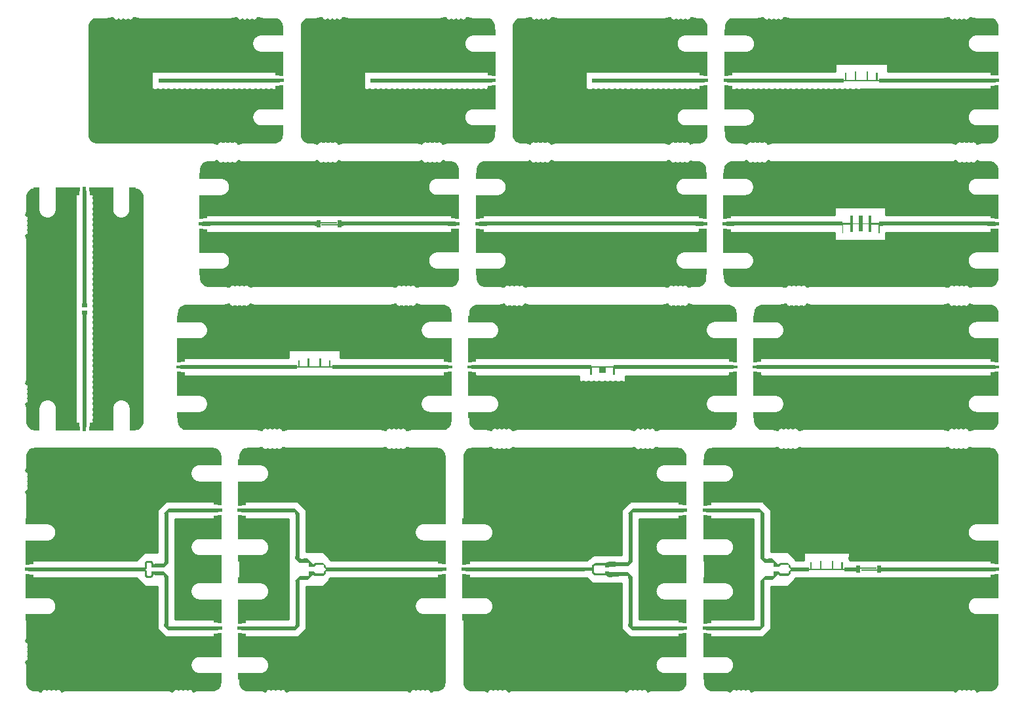
<source format=gtl>
G04 #@! TF.GenerationSoftware,KiCad,Pcbnew,(5.1.4)-1*
G04 #@! TF.CreationDate,2019-09-29T18:57:03-06:00*
G04 #@! TF.ProjectId,front_end,66726f6e-745f-4656-9e64-2e6b69636164,A*
G04 #@! TF.SameCoordinates,Original*
G04 #@! TF.FileFunction,Copper,L1,Top*
G04 #@! TF.FilePolarity,Positive*
%FSLAX46Y46*%
G04 Gerber Fmt 4.6, Leading zero omitted, Abs format (unit mm)*
G04 Created by KiCad (PCBNEW (5.1.4)-1) date 2019-09-29 18:57:03*
%MOMM*%
%LPD*%
G04 APERTURE LIST*
%ADD10C,0.254000*%
%ADD11C,0.100000*%
%ADD12C,0.431800*%
%ADD13C,0.406400*%
%ADD14C,0.533400*%
%ADD15R,0.533400X0.533400*%
%ADD16R,0.640000X0.590000*%
%ADD17C,0.500000*%
%ADD18C,0.202691*%
%ADD19R,0.533400X0.202691*%
%ADD20R,0.202691X0.533400*%
%ADD21R,1.200000X0.540000*%
%ADD22C,1.890000*%
%ADD23C,0.508000*%
%ADD24R,0.508000X0.508000*%
%ADD25R,0.539750X0.533400*%
%ADD26C,0.700000*%
%ADD27C,0.533400*%
%ADD28C,0.508000*%
%ADD29C,0.254000*%
G04 APERTURE END LIST*
D10*
X173767100Y-134624800D03*
D11*
G36*
X179492200Y-134878400D02*
G01*
X178692200Y-134878400D01*
X178692200Y-132059400D01*
X178692154Y-132047760D01*
X178691842Y-132030310D01*
X178691237Y-132012867D01*
X178690340Y-131995437D01*
X178689151Y-131978025D01*
X178687670Y-131960635D01*
X178685898Y-131943272D01*
X178683836Y-131925941D01*
X178681483Y-131908647D01*
X178678841Y-131891395D01*
X178675910Y-131874190D01*
X178672691Y-131857036D01*
X178669185Y-131839939D01*
X178665394Y-131822903D01*
X178661317Y-131805932D01*
X178656956Y-131789033D01*
X178652313Y-131772209D01*
X178647389Y-131755465D01*
X178642185Y-131738805D01*
X178636702Y-131722236D01*
X178630942Y-131705760D01*
X178624908Y-131689384D01*
X178618599Y-131673111D01*
X178612019Y-131656946D01*
X178605169Y-131640893D01*
X178598051Y-131624958D01*
X178590666Y-131609144D01*
X178583018Y-131593455D01*
X178575108Y-131577898D01*
X178566939Y-131562475D01*
X178558512Y-131547191D01*
X178549830Y-131532050D01*
X178540896Y-131517057D01*
X178531711Y-131502216D01*
X178522280Y-131487531D01*
X178512603Y-131473006D01*
X178502685Y-131458645D01*
X178492527Y-131444453D01*
X178482133Y-131430432D01*
X178471505Y-131416588D01*
X178460647Y-131402924D01*
X178449562Y-131389443D01*
X178438252Y-131376151D01*
X178426721Y-131363049D01*
X178414972Y-131350143D01*
X178403008Y-131337435D01*
X178390833Y-131324930D01*
X178378450Y-131312630D01*
X178365863Y-131300540D01*
X178353076Y-131288662D01*
X178340090Y-131277001D01*
X178326912Y-131265558D01*
X178313543Y-131254338D01*
X178299988Y-131243344D01*
X178286251Y-131232578D01*
X178272336Y-131222044D01*
X178258245Y-131211744D01*
X178243985Y-131201682D01*
X178229557Y-131191861D01*
X178214967Y-131182282D01*
X178200219Y-131172950D01*
X178185316Y-131163866D01*
X178170264Y-131155033D01*
X178155065Y-131146453D01*
X178139725Y-131138129D01*
X178124247Y-131130064D01*
X178108636Y-131122259D01*
X178092897Y-131114717D01*
X178077034Y-131107439D01*
X178061050Y-131100428D01*
X178044952Y-131093687D01*
X178028743Y-131087215D01*
X178012428Y-131081017D01*
X177996011Y-131075092D01*
X177979497Y-131069444D01*
X177962891Y-131064073D01*
X177946197Y-131058981D01*
X177929420Y-131054170D01*
X177912565Y-131049640D01*
X177895637Y-131045394D01*
X177878639Y-131041431D01*
X177861578Y-131037754D01*
X177844457Y-131034364D01*
X177827282Y-131031261D01*
X177810058Y-131028446D01*
X177792788Y-131025920D01*
X177775479Y-131023684D01*
X177758135Y-131021738D01*
X177740760Y-131020083D01*
X177723361Y-131018720D01*
X177705941Y-131017648D01*
X177688505Y-131016869D01*
X177671059Y-131016381D01*
X177653607Y-131016186D01*
X177636154Y-131016284D01*
X177618705Y-131016674D01*
X177601265Y-131017356D01*
X177583839Y-131018331D01*
X177566432Y-131019597D01*
X177549049Y-131021155D01*
X177531694Y-131023004D01*
X177514373Y-131025143D01*
X177497089Y-131027573D01*
X177479849Y-131030291D01*
X177462657Y-131033298D01*
X177445518Y-131036593D01*
X177428436Y-131040175D01*
X177411417Y-131044042D01*
X177394465Y-131048194D01*
X177377585Y-131052630D01*
X177360782Y-131057347D01*
X177344060Y-131062346D01*
X177327424Y-131067624D01*
X177310879Y-131073180D01*
X177294429Y-131079013D01*
X177278080Y-131085120D01*
X177261835Y-131091501D01*
X177245699Y-131098153D01*
X177229677Y-131105074D01*
X177213773Y-131112263D01*
X177197992Y-131119718D01*
X177182338Y-131127435D01*
X177166816Y-131135414D01*
X177151429Y-131143652D01*
X177136183Y-131152147D01*
X177121081Y-131160896D01*
X177106128Y-131169897D01*
X177091327Y-131179147D01*
X177076684Y-131188643D01*
X177062202Y-131198384D01*
X177047886Y-131208366D01*
X177033738Y-131218587D01*
X177019764Y-131229043D01*
X177005967Y-131239732D01*
X176992351Y-131250651D01*
X176978920Y-131261796D01*
X176965678Y-131273165D01*
X176952628Y-131284754D01*
X176939774Y-131296560D01*
X176927119Y-131308580D01*
X176914668Y-131320810D01*
X176902424Y-131333247D01*
X176890389Y-131345888D01*
X176878569Y-131358729D01*
X176866965Y-131371765D01*
X176855581Y-131384995D01*
X176844420Y-131398413D01*
X176833486Y-131412016D01*
X176822781Y-131425801D01*
X176812309Y-131439763D01*
X176802072Y-131453899D01*
X176792074Y-131468204D01*
X176782316Y-131482675D01*
X176772803Y-131497307D01*
X176763536Y-131512097D01*
X176754518Y-131527040D01*
X176745752Y-131542132D01*
X176737240Y-131557368D01*
X176728984Y-131572746D01*
X176720987Y-131588259D01*
X176713252Y-131603904D01*
X176705779Y-131619677D01*
X176698572Y-131635572D01*
X176691633Y-131651586D01*
X176684962Y-131667714D01*
X176678563Y-131683952D01*
X176672437Y-131700295D01*
X176666586Y-131716738D01*
X176661011Y-131733276D01*
X176655714Y-131749906D01*
X176650696Y-131766622D01*
X176645959Y-131783420D01*
X176641504Y-131800295D01*
X176637333Y-131817243D01*
X176633446Y-131834257D01*
X176629845Y-131851335D01*
X176626530Y-131868470D01*
X176623503Y-131885659D01*
X176620765Y-131902896D01*
X176618316Y-131920176D01*
X176616157Y-131937495D01*
X176614288Y-131954848D01*
X176612710Y-131972230D01*
X176611424Y-131989635D01*
X176610430Y-132007060D01*
X176609727Y-132024499D01*
X176609317Y-132041947D01*
X176609200Y-132059400D01*
X176609200Y-134878400D01*
X173495200Y-134878400D01*
X173574200Y-133862400D01*
X174221200Y-133837400D01*
X174239200Y-133837400D01*
X174256200Y-133836400D01*
X174274200Y-133836400D01*
X174291200Y-133835400D01*
X174309200Y-133834400D01*
X174343200Y-133832400D01*
X174361200Y-133831400D01*
X174395200Y-133827400D01*
X174413200Y-133825400D01*
X174447200Y-133821400D01*
X174465200Y-133818400D01*
X174533200Y-133806400D01*
X174550200Y-133802400D01*
X174568200Y-133798400D01*
X174585200Y-133795400D01*
X174602200Y-133791400D01*
X174618200Y-133786400D01*
X174635200Y-133782400D01*
X174686200Y-133767400D01*
X174702200Y-133762400D01*
X174719200Y-133757400D01*
X174735200Y-133751400D01*
X174752200Y-133745400D01*
X174768200Y-133739400D01*
X174785200Y-133733400D01*
X174817200Y-133721400D01*
X174897200Y-133686400D01*
X174929200Y-133670400D01*
X174944200Y-133663400D01*
X174960200Y-133655400D01*
X174975200Y-133646400D01*
X174990200Y-133638400D01*
X175006200Y-133629400D01*
X175021200Y-133621400D01*
X175051200Y-133603400D01*
X175065200Y-133594400D01*
X175080200Y-133584400D01*
X175095200Y-133575400D01*
X175109200Y-133565400D01*
X175124200Y-133555400D01*
X175166200Y-133525400D01*
X175180200Y-133514400D01*
X175194200Y-133504400D01*
X175208200Y-133493400D01*
X175221200Y-133482400D01*
X175235200Y-133471400D01*
X175248200Y-133460400D01*
X175262200Y-133448400D01*
X175275200Y-133437400D01*
X175301200Y-133413400D01*
X175313200Y-133401400D01*
X175326200Y-133389400D01*
X175338200Y-133377400D01*
X175351200Y-133365400D01*
X175363200Y-133352400D01*
X175375200Y-133340400D01*
X175399200Y-133314400D01*
X175410200Y-133301400D01*
X175422200Y-133288400D01*
X175433200Y-133275400D01*
X175444200Y-133261400D01*
X175455200Y-133248400D01*
X175477200Y-133220400D01*
X175488200Y-133207400D01*
X175498200Y-133193400D01*
X175508200Y-133178400D01*
X175519200Y-133164400D01*
X175529200Y-133150400D01*
X175538200Y-133136400D01*
X175548200Y-133121400D01*
X175557200Y-133106400D01*
X175567200Y-133092400D01*
X175603200Y-133032400D01*
X175611200Y-133016400D01*
X175619200Y-133001400D01*
X175628200Y-132986400D01*
X175636200Y-132970400D01*
X175643200Y-132955400D01*
X175659200Y-132923400D01*
X175687200Y-132859400D01*
X175693200Y-132843400D01*
X175700200Y-132827400D01*
X175706200Y-132811400D01*
X175712200Y-132794400D01*
X175718200Y-132778400D01*
X175724200Y-132761400D01*
X175729200Y-132745400D01*
X175735200Y-132728400D01*
X175740200Y-132712400D01*
X175750200Y-132678400D01*
X175754200Y-132661400D01*
X175759200Y-132644400D01*
X175775200Y-132576400D01*
X175778200Y-132559400D01*
X175782200Y-132542400D01*
X175788200Y-132508400D01*
X175790200Y-132490400D01*
X175793200Y-132473400D01*
X175797200Y-132439400D01*
X175799200Y-132421400D01*
X175803200Y-132387400D01*
X175804200Y-132369400D01*
X175805200Y-132352400D01*
X175806200Y-132334400D01*
X175807200Y-132317400D01*
X175808200Y-132299400D01*
X175808200Y-132282400D01*
X175809200Y-132265400D01*
X175809200Y-129653400D01*
X179492200Y-129653400D01*
X179492200Y-134878400D01*
X179492200Y-134878400D01*
G37*
D10*
X171989100Y-134624800D03*
D11*
G36*
X169967200Y-132265400D02*
G01*
X169968200Y-132282400D01*
X169968200Y-132299400D01*
X169969200Y-132317400D01*
X169970200Y-132334400D01*
X169971200Y-132352400D01*
X169972200Y-132369400D01*
X169973200Y-132387400D01*
X169977200Y-132421400D01*
X169979200Y-132439400D01*
X169983200Y-132473400D01*
X169986200Y-132490400D01*
X169988200Y-132508400D01*
X169994200Y-132542400D01*
X169998200Y-132559400D01*
X170001200Y-132576400D01*
X170017200Y-132644400D01*
X170022200Y-132661400D01*
X170026200Y-132678400D01*
X170036200Y-132712400D01*
X170041200Y-132728400D01*
X170047200Y-132745400D01*
X170052200Y-132761400D01*
X170058200Y-132778400D01*
X170064200Y-132794400D01*
X170070200Y-132811400D01*
X170076200Y-132827400D01*
X170083200Y-132843400D01*
X170089200Y-132859400D01*
X170117200Y-132923400D01*
X170133200Y-132955400D01*
X170140200Y-132970400D01*
X170148200Y-132986400D01*
X170157200Y-133001400D01*
X170165200Y-133016400D01*
X170173200Y-133032400D01*
X170209200Y-133092400D01*
X170219200Y-133106400D01*
X170228200Y-133121400D01*
X170238200Y-133136400D01*
X170247200Y-133150400D01*
X170257200Y-133164400D01*
X170268200Y-133178400D01*
X170278200Y-133193400D01*
X170288200Y-133207400D01*
X170299200Y-133220400D01*
X170321200Y-133248400D01*
X170332200Y-133261400D01*
X170343200Y-133275400D01*
X170354200Y-133288400D01*
X170366200Y-133301400D01*
X170377200Y-133314400D01*
X170401200Y-133340400D01*
X170413200Y-133352400D01*
X170425200Y-133365400D01*
X170438200Y-133377400D01*
X170450200Y-133389400D01*
X170463200Y-133401400D01*
X170475200Y-133413400D01*
X170501200Y-133437400D01*
X170514200Y-133448400D01*
X170528200Y-133460400D01*
X170541200Y-133471400D01*
X170555200Y-133482400D01*
X170568200Y-133493400D01*
X170582200Y-133504400D01*
X170596200Y-133514400D01*
X170610200Y-133525400D01*
X170652200Y-133555400D01*
X170667200Y-133565400D01*
X170681200Y-133575400D01*
X170696200Y-133584400D01*
X170711200Y-133594400D01*
X170725200Y-133603400D01*
X170755200Y-133621400D01*
X170770200Y-133629400D01*
X170786200Y-133638400D01*
X170801200Y-133646400D01*
X170816200Y-133655400D01*
X170832200Y-133663400D01*
X170847200Y-133670400D01*
X170879200Y-133686400D01*
X170959200Y-133721400D01*
X170991200Y-133733400D01*
X171008200Y-133739400D01*
X171024200Y-133745400D01*
X171041200Y-133751400D01*
X171057200Y-133757400D01*
X171074200Y-133762400D01*
X171090200Y-133767400D01*
X171141200Y-133782400D01*
X171158200Y-133786400D01*
X171174200Y-133791400D01*
X171191200Y-133795400D01*
X171208200Y-133798400D01*
X171226200Y-133802400D01*
X171243200Y-133806400D01*
X171311200Y-133818400D01*
X171329200Y-133821400D01*
X171363200Y-133825400D01*
X171381200Y-133827400D01*
X171415200Y-133831400D01*
X171433200Y-133832400D01*
X171467200Y-133834400D01*
X171485200Y-133835400D01*
X171502200Y-133836400D01*
X171520200Y-133836400D01*
X171537200Y-133837400D01*
X171555200Y-133837400D01*
X172202200Y-133862400D01*
X172281200Y-134878400D01*
X169167200Y-134878400D01*
X169167200Y-132059400D01*
X169167154Y-132047760D01*
X169166842Y-132030310D01*
X169166237Y-132012867D01*
X169165340Y-131995437D01*
X169164151Y-131978025D01*
X169162670Y-131960635D01*
X169160898Y-131943272D01*
X169158836Y-131925941D01*
X169156483Y-131908647D01*
X169153841Y-131891395D01*
X169150910Y-131874190D01*
X169147691Y-131857036D01*
X169144185Y-131839939D01*
X169140394Y-131822903D01*
X169136317Y-131805932D01*
X169131956Y-131789033D01*
X169127313Y-131772209D01*
X169122389Y-131755465D01*
X169117185Y-131738805D01*
X169111702Y-131722236D01*
X169105942Y-131705760D01*
X169099908Y-131689384D01*
X169093599Y-131673111D01*
X169087019Y-131656946D01*
X169080169Y-131640893D01*
X169073051Y-131624958D01*
X169065666Y-131609144D01*
X169058018Y-131593455D01*
X169050108Y-131577898D01*
X169041939Y-131562475D01*
X169033512Y-131547191D01*
X169024830Y-131532050D01*
X169015896Y-131517057D01*
X169006711Y-131502216D01*
X168997280Y-131487531D01*
X168987603Y-131473006D01*
X168977685Y-131458645D01*
X168967527Y-131444453D01*
X168957133Y-131430432D01*
X168946505Y-131416588D01*
X168935647Y-131402924D01*
X168924562Y-131389443D01*
X168913252Y-131376151D01*
X168901721Y-131363049D01*
X168889972Y-131350143D01*
X168878008Y-131337435D01*
X168865833Y-131324930D01*
X168853450Y-131312630D01*
X168840863Y-131300540D01*
X168828076Y-131288662D01*
X168815090Y-131277001D01*
X168801912Y-131265558D01*
X168788543Y-131254338D01*
X168774988Y-131243344D01*
X168761251Y-131232578D01*
X168747336Y-131222044D01*
X168733245Y-131211744D01*
X168718985Y-131201682D01*
X168704557Y-131191861D01*
X168689967Y-131182282D01*
X168675219Y-131172950D01*
X168660316Y-131163866D01*
X168645264Y-131155033D01*
X168630065Y-131146453D01*
X168614725Y-131138129D01*
X168599247Y-131130064D01*
X168583636Y-131122259D01*
X168567897Y-131114717D01*
X168552034Y-131107439D01*
X168536050Y-131100428D01*
X168519952Y-131093687D01*
X168503743Y-131087215D01*
X168487428Y-131081017D01*
X168471011Y-131075092D01*
X168454497Y-131069444D01*
X168437891Y-131064073D01*
X168421197Y-131058981D01*
X168404420Y-131054170D01*
X168387565Y-131049640D01*
X168370637Y-131045394D01*
X168353639Y-131041431D01*
X168336578Y-131037754D01*
X168319457Y-131034364D01*
X168302282Y-131031261D01*
X168285058Y-131028446D01*
X168267788Y-131025920D01*
X168250479Y-131023684D01*
X168233135Y-131021738D01*
X168215760Y-131020083D01*
X168198361Y-131018720D01*
X168180941Y-131017648D01*
X168163505Y-131016869D01*
X168146059Y-131016381D01*
X168128607Y-131016186D01*
X168111154Y-131016284D01*
X168093705Y-131016674D01*
X168076265Y-131017356D01*
X168058839Y-131018331D01*
X168041432Y-131019597D01*
X168024049Y-131021155D01*
X168006694Y-131023004D01*
X167989373Y-131025143D01*
X167972089Y-131027573D01*
X167954849Y-131030291D01*
X167937657Y-131033298D01*
X167920518Y-131036593D01*
X167903436Y-131040175D01*
X167886417Y-131044042D01*
X167869465Y-131048194D01*
X167852585Y-131052630D01*
X167835782Y-131057347D01*
X167819060Y-131062346D01*
X167802424Y-131067624D01*
X167785879Y-131073180D01*
X167769429Y-131079013D01*
X167753080Y-131085120D01*
X167736835Y-131091501D01*
X167720699Y-131098153D01*
X167704677Y-131105074D01*
X167688773Y-131112263D01*
X167672992Y-131119718D01*
X167657338Y-131127435D01*
X167641816Y-131135414D01*
X167626429Y-131143652D01*
X167611183Y-131152147D01*
X167596081Y-131160896D01*
X167581128Y-131169897D01*
X167566327Y-131179147D01*
X167551684Y-131188643D01*
X167537202Y-131198384D01*
X167522886Y-131208366D01*
X167508738Y-131218587D01*
X167494764Y-131229043D01*
X167480967Y-131239732D01*
X167467351Y-131250651D01*
X167453920Y-131261796D01*
X167440678Y-131273165D01*
X167427628Y-131284754D01*
X167414774Y-131296560D01*
X167402119Y-131308580D01*
X167389668Y-131320810D01*
X167377424Y-131333247D01*
X167365389Y-131345888D01*
X167353569Y-131358729D01*
X167341965Y-131371765D01*
X167330581Y-131384995D01*
X167319420Y-131398413D01*
X167308486Y-131412016D01*
X167297781Y-131425801D01*
X167287309Y-131439763D01*
X167277072Y-131453899D01*
X167267074Y-131468204D01*
X167257316Y-131482675D01*
X167247803Y-131497307D01*
X167238536Y-131512097D01*
X167229518Y-131527040D01*
X167220752Y-131542132D01*
X167212240Y-131557368D01*
X167203984Y-131572746D01*
X167195987Y-131588259D01*
X167188252Y-131603904D01*
X167180779Y-131619677D01*
X167173572Y-131635572D01*
X167166633Y-131651586D01*
X167159962Y-131667714D01*
X167153563Y-131683952D01*
X167147437Y-131700295D01*
X167141586Y-131716738D01*
X167136011Y-131733276D01*
X167130714Y-131749906D01*
X167125696Y-131766622D01*
X167120959Y-131783420D01*
X167116504Y-131800295D01*
X167112333Y-131817243D01*
X167108446Y-131834257D01*
X167104845Y-131851335D01*
X167101530Y-131868470D01*
X167098503Y-131885659D01*
X167095765Y-131902896D01*
X167093316Y-131920176D01*
X167091157Y-131937495D01*
X167089288Y-131954848D01*
X167087710Y-131972230D01*
X167086424Y-131989635D01*
X167085430Y-132007060D01*
X167084727Y-132024499D01*
X167084317Y-132041947D01*
X167084200Y-132059400D01*
X167084200Y-134878400D01*
X166284200Y-134878400D01*
X166284200Y-129653400D01*
X169967200Y-129653400D01*
X169967200Y-132265400D01*
X169967200Y-132265400D01*
G37*
D12*
X166663990Y-134447000D03*
X166663990Y-133812000D03*
X166663990Y-132542000D03*
X166663990Y-133177000D03*
X166663990Y-131907000D03*
X166663990Y-131272000D03*
X166663990Y-130637000D03*
X179092210Y-134447000D03*
X179092210Y-133812000D03*
X179092210Y-133177000D03*
X179092210Y-132542000D03*
X179092210Y-131907000D03*
X179092210Y-131272000D03*
X179092210Y-130637000D03*
X176188990Y-130637000D03*
X176188990Y-131272000D03*
X176188990Y-131907000D03*
X176188990Y-132542000D03*
X176002300Y-133202400D03*
X175621300Y-133812000D03*
X174300500Y-134378420D03*
X175062500Y-134226020D03*
X171455700Y-134378420D03*
X170134900Y-133812000D03*
X169567210Y-131272000D03*
X169567210Y-131907000D03*
X169567210Y-132542000D03*
X170693700Y-134226020D03*
X169753900Y-133202400D03*
X169567210Y-130637000D03*
D13*
X172878100Y-133812000D03*
D11*
G36*
X173144800Y-133456400D02*
G01*
X173144800Y-133989800D01*
X173081300Y-134955000D01*
X172674900Y-134955000D01*
X172611400Y-133989800D01*
X172611400Y-133456400D01*
X173144800Y-133456400D01*
X173144800Y-133456400D01*
G37*
D12*
X178313700Y-130027400D03*
X176408700Y-130027400D03*
X177678700Y-130027400D03*
X177043700Y-130027400D03*
X178948700Y-130027400D03*
X168788700Y-130027400D03*
X166883700Y-130027400D03*
X168153700Y-130027400D03*
X167518700Y-130027400D03*
X169423700Y-130027400D03*
D14*
X204365720Y-152830000D03*
D11*
G36*
X201130400Y-153671375D02*
G01*
X201841600Y-153671375D01*
X201841600Y-153134800D01*
X202490126Y-153134800D01*
X202493359Y-153136113D01*
X202760229Y-153402983D01*
X203767550Y-153402983D01*
X203767550Y-153145595D01*
X204083145Y-152830000D01*
X203767550Y-152514405D01*
X203767550Y-152257017D01*
X202760229Y-152257017D01*
X202493359Y-152523887D01*
X202490126Y-152525200D01*
X201841600Y-152525200D01*
X201841600Y-151988625D01*
X201130400Y-151988625D01*
X201130400Y-151455225D01*
X201663800Y-151455225D01*
X202375000Y-152166425D01*
X202375000Y-152242625D01*
X202560418Y-152057206D01*
X202641825Y-151975799D01*
X202645040Y-151974442D01*
X203718655Y-151974442D01*
X204050125Y-152305912D01*
X204050125Y-152563300D01*
X204632420Y-152563300D01*
X204632420Y-153096700D01*
X204050125Y-153096700D01*
X204050125Y-153354088D01*
X203718655Y-153685558D01*
X202645040Y-153685558D01*
X202641825Y-153684201D01*
X202560418Y-153602794D01*
X202375000Y-153417375D01*
X202375000Y-153493575D01*
X201663800Y-154204775D01*
X201130400Y-154204775D01*
X201130400Y-153671375D01*
X201130400Y-153671375D01*
G37*
D15*
X201397100Y-151721925D03*
X201397100Y-153938075D03*
D14*
X264407000Y-152830000D03*
D11*
G36*
X261171680Y-153671375D02*
G01*
X261882880Y-153671375D01*
X261882880Y-153134800D01*
X262531406Y-153134800D01*
X262534639Y-153136113D01*
X262801509Y-153402983D01*
X263808830Y-153402983D01*
X263808830Y-153145595D01*
X264124425Y-152830000D01*
X263808830Y-152514405D01*
X263808830Y-152257017D01*
X262801509Y-152257017D01*
X262534639Y-152523887D01*
X262531406Y-152525200D01*
X261882880Y-152525200D01*
X261882880Y-151988625D01*
X261171680Y-151988625D01*
X261171680Y-151455225D01*
X261705080Y-151455225D01*
X262416280Y-152166425D01*
X262416280Y-152242625D01*
X262601698Y-152057206D01*
X262683105Y-151975799D01*
X262686320Y-151974442D01*
X263759935Y-151974442D01*
X264091405Y-152305912D01*
X264091405Y-152563300D01*
X264673700Y-152563300D01*
X264673700Y-153096700D01*
X264091405Y-153096700D01*
X264091405Y-153354088D01*
X263759935Y-153685558D01*
X262686320Y-153685558D01*
X262683105Y-153684201D01*
X262601698Y-153602794D01*
X262416280Y-153417375D01*
X262416280Y-153493575D01*
X261705080Y-154204775D01*
X261171680Y-154204775D01*
X261171680Y-153671375D01*
X261171680Y-153671375D01*
G37*
D15*
X261438380Y-151721925D03*
X261438380Y-153938075D03*
D16*
X172878100Y-119681420D03*
X172878100Y-118711420D03*
D17*
X236837410Y-152830000D03*
D11*
G36*
X242318348Y-151920114D02*
G01*
X242318445Y-151920128D01*
X242318537Y-151920162D01*
X242318621Y-151920212D01*
X242318694Y-151920278D01*
X242318752Y-151920357D01*
X242318793Y-151920446D01*
X242318817Y-151920541D01*
X242318822Y-151920613D01*
X242318822Y-152454013D01*
X242318812Y-152454111D01*
X242318784Y-152454204D01*
X242318738Y-152454291D01*
X242318676Y-152454367D01*
X242318600Y-152454429D01*
X242318513Y-152454475D01*
X242318420Y-152454503D01*
X242318342Y-152454513D01*
X240588419Y-152524909D01*
X240588419Y-152601936D01*
X240588409Y-152602034D01*
X240588381Y-152602127D01*
X240588335Y-152602214D01*
X240588273Y-152602290D01*
X240588197Y-152602352D01*
X240588110Y-152602398D01*
X240588017Y-152602426D01*
X240587919Y-152602436D01*
X240115918Y-152602436D01*
X240115820Y-152602426D01*
X240115727Y-152602398D01*
X240115640Y-152602352D01*
X240115564Y-152602290D01*
X240115502Y-152602214D01*
X240115456Y-152602127D01*
X240115428Y-152602034D01*
X240115418Y-152601940D01*
X240113360Y-152335495D01*
X238967215Y-152330832D01*
X238879111Y-152331690D01*
X238839615Y-152342189D01*
X238802469Y-152359574D01*
X238768831Y-152383083D01*
X238739810Y-152412104D01*
X238716302Y-152445616D01*
X238698917Y-152482884D01*
X238688413Y-152522402D01*
X238684784Y-152563321D01*
X238684784Y-153093414D01*
X238688413Y-153134333D01*
X238698920Y-153177121D01*
X238716302Y-153214259D01*
X238739811Y-153247897D01*
X238768831Y-153276917D01*
X238802469Y-153300426D01*
X238839615Y-153317811D01*
X238879130Y-153328315D01*
X238920049Y-153331944D01*
X240111600Y-153329257D01*
X240111470Y-153180410D01*
X240111468Y-153180407D01*
X240111422Y-153180320D01*
X240111394Y-153180227D01*
X240111384Y-153180129D01*
X240111384Y-153081567D01*
X240111394Y-153081469D01*
X240111422Y-153081376D01*
X240111468Y-153081289D01*
X240111530Y-153081213D01*
X240111606Y-153081151D01*
X240111693Y-153081105D01*
X240111786Y-153081077D01*
X240111884Y-153081067D01*
X240588656Y-153081067D01*
X240588754Y-153081077D01*
X240588847Y-153081105D01*
X240588934Y-153081151D01*
X240589010Y-153081213D01*
X240589072Y-153081289D01*
X240589118Y-153081376D01*
X240589146Y-153081469D01*
X240589156Y-153081567D01*
X240589156Y-153179636D01*
X242318329Y-153205487D01*
X242318427Y-153205498D01*
X242318520Y-153205528D01*
X242318606Y-153205575D01*
X242318681Y-153205639D01*
X242318742Y-153205715D01*
X242318787Y-153205803D01*
X242318814Y-153205897D01*
X242318822Y-153205987D01*
X242318822Y-153739387D01*
X242318812Y-153739485D01*
X242318784Y-153739578D01*
X242318738Y-153739665D01*
X242318676Y-153739741D01*
X242318600Y-153739803D01*
X242318513Y-153739849D01*
X242318420Y-153739877D01*
X242318348Y-153739886D01*
X240587933Y-153830499D01*
X240587835Y-153830495D01*
X240587740Y-153830471D01*
X240587645Y-153830426D01*
X240235589Y-153613430D01*
X238920006Y-153613430D01*
X238875013Y-153611425D01*
X238874970Y-153611421D01*
X238830353Y-153605530D01*
X238830311Y-153605522D01*
X238786320Y-153595872D01*
X238786277Y-153595861D01*
X238743289Y-153582325D01*
X238743247Y-153582310D01*
X238701638Y-153565015D01*
X238701599Y-153564996D01*
X238661744Y-153544191D01*
X238661707Y-153544170D01*
X238623607Y-153519982D01*
X238623570Y-153519956D01*
X238587852Y-153492509D01*
X238587820Y-153492482D01*
X238554608Y-153462152D01*
X238554576Y-153462120D01*
X238524246Y-153428908D01*
X238524219Y-153428876D01*
X238496772Y-153393157D01*
X238496746Y-153393120D01*
X238472557Y-153355020D01*
X238472553Y-153355014D01*
X238448993Y-153316775D01*
X238448946Y-153316675D01*
X238440771Y-153292871D01*
X238433784Y-153276944D01*
X238433765Y-153276892D01*
X238420073Y-153232972D01*
X238420072Y-153232968D01*
X238409820Y-153199180D01*
X238409798Y-153199055D01*
X238403317Y-153033717D01*
X236587924Y-153097200D01*
X236587827Y-153097194D01*
X236587732Y-153097168D01*
X236587644Y-153097125D01*
X236587566Y-153097066D01*
X236587501Y-153096992D01*
X236587452Y-153096907D01*
X236587420Y-153096815D01*
X236587407Y-153096700D01*
X236587407Y-152563300D01*
X236587417Y-152563202D01*
X236587445Y-152563109D01*
X236587491Y-152563022D01*
X236587553Y-152562946D01*
X236587629Y-152562884D01*
X236587716Y-152562838D01*
X236587809Y-152562810D01*
X236587924Y-152562800D01*
X238403540Y-152626282D01*
X238408406Y-152403684D01*
X238408411Y-152403622D01*
X238414040Y-152365412D01*
X238414064Y-152365317D01*
X238414095Y-152365247D01*
X238430216Y-152335479D01*
X238430264Y-152335406D01*
X238446609Y-152314785D01*
X238459990Y-152295496D01*
X238469183Y-152280288D01*
X238469265Y-152280186D01*
X238486035Y-152264108D01*
X238486054Y-152264091D01*
X238524266Y-152231070D01*
X238554576Y-152197880D01*
X238554608Y-152197848D01*
X238587820Y-152167518D01*
X238587852Y-152167491D01*
X238623570Y-152140044D01*
X238623607Y-152140018D01*
X238661707Y-152115830D01*
X238661744Y-152115809D01*
X238701599Y-152095004D01*
X238701638Y-152094985D01*
X238743247Y-152077690D01*
X238743289Y-152077675D01*
X238786277Y-152064139D01*
X238786320Y-152064128D01*
X238830311Y-152054478D01*
X238830353Y-152054470D01*
X238874970Y-152048579D01*
X238875013Y-152048575D01*
X238920006Y-152046570D01*
X240235437Y-152046570D01*
X240587645Y-151829574D01*
X240587733Y-151829531D01*
X240587828Y-151829506D01*
X240587933Y-151829501D01*
X242318348Y-151920114D01*
X242318348Y-151920114D01*
G37*
D15*
X242429900Y-152187380D03*
X242429900Y-153471380D03*
D10*
X222699340Y-127589000D03*
D11*
G36*
X222445740Y-133314100D02*
G01*
X222445740Y-132514100D01*
X225264740Y-132514100D01*
X225276380Y-132514054D01*
X225293830Y-132513742D01*
X225311273Y-132513137D01*
X225328703Y-132512240D01*
X225346115Y-132511051D01*
X225363505Y-132509570D01*
X225380868Y-132507798D01*
X225398199Y-132505736D01*
X225415493Y-132503383D01*
X225432745Y-132500741D01*
X225449950Y-132497810D01*
X225467104Y-132494591D01*
X225484201Y-132491085D01*
X225501237Y-132487294D01*
X225518208Y-132483217D01*
X225535107Y-132478856D01*
X225551931Y-132474213D01*
X225568675Y-132469289D01*
X225585335Y-132464085D01*
X225601904Y-132458602D01*
X225618380Y-132452842D01*
X225634756Y-132446808D01*
X225651029Y-132440499D01*
X225667194Y-132433919D01*
X225683247Y-132427069D01*
X225699182Y-132419951D01*
X225714996Y-132412566D01*
X225730685Y-132404918D01*
X225746242Y-132397008D01*
X225761665Y-132388839D01*
X225776949Y-132380412D01*
X225792090Y-132371730D01*
X225807083Y-132362796D01*
X225821924Y-132353611D01*
X225836609Y-132344180D01*
X225851134Y-132334503D01*
X225865495Y-132324585D01*
X225879687Y-132314427D01*
X225893708Y-132304033D01*
X225907552Y-132293405D01*
X225921216Y-132282547D01*
X225934697Y-132271462D01*
X225947989Y-132260152D01*
X225961091Y-132248621D01*
X225973997Y-132236872D01*
X225986705Y-132224908D01*
X225999210Y-132212733D01*
X226011510Y-132200350D01*
X226023600Y-132187763D01*
X226035478Y-132174976D01*
X226047139Y-132161990D01*
X226058582Y-132148812D01*
X226069802Y-132135443D01*
X226080796Y-132121888D01*
X226091562Y-132108151D01*
X226102096Y-132094236D01*
X226112396Y-132080145D01*
X226122458Y-132065885D01*
X226132279Y-132051457D01*
X226141858Y-132036867D01*
X226151190Y-132022119D01*
X226160274Y-132007216D01*
X226169107Y-131992164D01*
X226177687Y-131976965D01*
X226186011Y-131961625D01*
X226194076Y-131946147D01*
X226201881Y-131930536D01*
X226209423Y-131914797D01*
X226216701Y-131898934D01*
X226223712Y-131882950D01*
X226230453Y-131866852D01*
X226236925Y-131850643D01*
X226243123Y-131834328D01*
X226249048Y-131817911D01*
X226254696Y-131801397D01*
X226260067Y-131784791D01*
X226265159Y-131768097D01*
X226269970Y-131751320D01*
X226274500Y-131734465D01*
X226278746Y-131717537D01*
X226282709Y-131700539D01*
X226286386Y-131683478D01*
X226289776Y-131666357D01*
X226292879Y-131649182D01*
X226295694Y-131631958D01*
X226298220Y-131614688D01*
X226300456Y-131597379D01*
X226302402Y-131580035D01*
X226304057Y-131562660D01*
X226305420Y-131545261D01*
X226306492Y-131527841D01*
X226307271Y-131510405D01*
X226307759Y-131492959D01*
X226307954Y-131475507D01*
X226307856Y-131458054D01*
X226307466Y-131440605D01*
X226306784Y-131423165D01*
X226305809Y-131405739D01*
X226304543Y-131388332D01*
X226302985Y-131370949D01*
X226301136Y-131353594D01*
X226298997Y-131336273D01*
X226296567Y-131318989D01*
X226293849Y-131301749D01*
X226290842Y-131284557D01*
X226287547Y-131267418D01*
X226283965Y-131250336D01*
X226280098Y-131233317D01*
X226275946Y-131216365D01*
X226271510Y-131199485D01*
X226266793Y-131182682D01*
X226261794Y-131165960D01*
X226256516Y-131149324D01*
X226250960Y-131132779D01*
X226245127Y-131116329D01*
X226239020Y-131099980D01*
X226232639Y-131083735D01*
X226225987Y-131067599D01*
X226219066Y-131051577D01*
X226211877Y-131035673D01*
X226204422Y-131019892D01*
X226196705Y-131004238D01*
X226188726Y-130988716D01*
X226180488Y-130973329D01*
X226171993Y-130958083D01*
X226163244Y-130942981D01*
X226154243Y-130928028D01*
X226144993Y-130913227D01*
X226135497Y-130898584D01*
X226125756Y-130884102D01*
X226115774Y-130869786D01*
X226105553Y-130855638D01*
X226095097Y-130841664D01*
X226084408Y-130827867D01*
X226073489Y-130814251D01*
X226062344Y-130800820D01*
X226050975Y-130787578D01*
X226039386Y-130774528D01*
X226027580Y-130761674D01*
X226015560Y-130749019D01*
X226003330Y-130736568D01*
X225990893Y-130724324D01*
X225978252Y-130712289D01*
X225965411Y-130700469D01*
X225952375Y-130688865D01*
X225939145Y-130677481D01*
X225925727Y-130666320D01*
X225912124Y-130655386D01*
X225898339Y-130644681D01*
X225884377Y-130634209D01*
X225870241Y-130623972D01*
X225855936Y-130613974D01*
X225841465Y-130604216D01*
X225826833Y-130594703D01*
X225812043Y-130585436D01*
X225797100Y-130576418D01*
X225782008Y-130567652D01*
X225766772Y-130559140D01*
X225751394Y-130550884D01*
X225735881Y-130542887D01*
X225720236Y-130535152D01*
X225704463Y-130527679D01*
X225688568Y-130520472D01*
X225672554Y-130513533D01*
X225656426Y-130506862D01*
X225640188Y-130500463D01*
X225623845Y-130494337D01*
X225607402Y-130488486D01*
X225590864Y-130482911D01*
X225574234Y-130477614D01*
X225557518Y-130472596D01*
X225540720Y-130467859D01*
X225523845Y-130463404D01*
X225506897Y-130459233D01*
X225489883Y-130455346D01*
X225472805Y-130451745D01*
X225455670Y-130448430D01*
X225438481Y-130445403D01*
X225421244Y-130442665D01*
X225403964Y-130440216D01*
X225386645Y-130438057D01*
X225369292Y-130436188D01*
X225351910Y-130434610D01*
X225334505Y-130433324D01*
X225317080Y-130432330D01*
X225299641Y-130431627D01*
X225282193Y-130431217D01*
X225264740Y-130431100D01*
X222445740Y-130431100D01*
X222445740Y-127317100D01*
X223461740Y-127396100D01*
X223486740Y-128043100D01*
X223486740Y-128061100D01*
X223487740Y-128078100D01*
X223487740Y-128096100D01*
X223488740Y-128113100D01*
X223489740Y-128131100D01*
X223491740Y-128165100D01*
X223492740Y-128183100D01*
X223496740Y-128217100D01*
X223498740Y-128235100D01*
X223502740Y-128269100D01*
X223505740Y-128287100D01*
X223517740Y-128355100D01*
X223521740Y-128372100D01*
X223525740Y-128390100D01*
X223528740Y-128407100D01*
X223532740Y-128424100D01*
X223537740Y-128440100D01*
X223541740Y-128457100D01*
X223556740Y-128508100D01*
X223561740Y-128524100D01*
X223566740Y-128541100D01*
X223572740Y-128557100D01*
X223578740Y-128574100D01*
X223584740Y-128590100D01*
X223590740Y-128607100D01*
X223602740Y-128639100D01*
X223637740Y-128719100D01*
X223653740Y-128751100D01*
X223660740Y-128766100D01*
X223668740Y-128782100D01*
X223677740Y-128797100D01*
X223685740Y-128812100D01*
X223694740Y-128828100D01*
X223702740Y-128843100D01*
X223720740Y-128873100D01*
X223729740Y-128887100D01*
X223739740Y-128902100D01*
X223748740Y-128917100D01*
X223758740Y-128931100D01*
X223768740Y-128946100D01*
X223798740Y-128988100D01*
X223809740Y-129002100D01*
X223819740Y-129016100D01*
X223830740Y-129030100D01*
X223841740Y-129043100D01*
X223852740Y-129057100D01*
X223863740Y-129070100D01*
X223875740Y-129084100D01*
X223886740Y-129097100D01*
X223910740Y-129123100D01*
X223922740Y-129135100D01*
X223934740Y-129148100D01*
X223946740Y-129160100D01*
X223958740Y-129173100D01*
X223971740Y-129185100D01*
X223983740Y-129197100D01*
X224009740Y-129221100D01*
X224022740Y-129232100D01*
X224035740Y-129244100D01*
X224048740Y-129255100D01*
X224062740Y-129266100D01*
X224075740Y-129277100D01*
X224103740Y-129299100D01*
X224116740Y-129310100D01*
X224130740Y-129320100D01*
X224145740Y-129330100D01*
X224159740Y-129341100D01*
X224173740Y-129351100D01*
X224187740Y-129360100D01*
X224202740Y-129370100D01*
X224217740Y-129379100D01*
X224231740Y-129389100D01*
X224291740Y-129425100D01*
X224307740Y-129433100D01*
X224322740Y-129441100D01*
X224337740Y-129450100D01*
X224353740Y-129458100D01*
X224368740Y-129465100D01*
X224400740Y-129481100D01*
X224464740Y-129509100D01*
X224480740Y-129515100D01*
X224496740Y-129522100D01*
X224512740Y-129528100D01*
X224529740Y-129534100D01*
X224545740Y-129540100D01*
X224562740Y-129546100D01*
X224578740Y-129551100D01*
X224595740Y-129557100D01*
X224611740Y-129562100D01*
X224645740Y-129572100D01*
X224662740Y-129576100D01*
X224679740Y-129581100D01*
X224747740Y-129597100D01*
X224764740Y-129600100D01*
X224781740Y-129604100D01*
X224815740Y-129610100D01*
X224833740Y-129612100D01*
X224850740Y-129615100D01*
X224884740Y-129619100D01*
X224902740Y-129621100D01*
X224936740Y-129625100D01*
X224954740Y-129626100D01*
X224971740Y-129627100D01*
X224989740Y-129628100D01*
X225006740Y-129629100D01*
X225024740Y-129630100D01*
X225041740Y-129630100D01*
X225058740Y-129631100D01*
X227670740Y-129631100D01*
X227670740Y-133314100D01*
X222445740Y-133314100D01*
X222445740Y-133314100D01*
G37*
D10*
X222699340Y-125811000D03*
D11*
G36*
X225058740Y-123789100D02*
G01*
X225041740Y-123790100D01*
X225024740Y-123790100D01*
X225006740Y-123791100D01*
X224989740Y-123792100D01*
X224971740Y-123793100D01*
X224954740Y-123794100D01*
X224936740Y-123795100D01*
X224902740Y-123799100D01*
X224884740Y-123801100D01*
X224850740Y-123805100D01*
X224833740Y-123808100D01*
X224815740Y-123810100D01*
X224781740Y-123816100D01*
X224764740Y-123820100D01*
X224747740Y-123823100D01*
X224679740Y-123839100D01*
X224662740Y-123844100D01*
X224645740Y-123848100D01*
X224611740Y-123858100D01*
X224595740Y-123863100D01*
X224578740Y-123869100D01*
X224562740Y-123874100D01*
X224545740Y-123880100D01*
X224529740Y-123886100D01*
X224512740Y-123892100D01*
X224496740Y-123898100D01*
X224480740Y-123905100D01*
X224464740Y-123911100D01*
X224400740Y-123939100D01*
X224368740Y-123955100D01*
X224353740Y-123962100D01*
X224337740Y-123970100D01*
X224322740Y-123979100D01*
X224307740Y-123987100D01*
X224291740Y-123995100D01*
X224231740Y-124031100D01*
X224217740Y-124041100D01*
X224202740Y-124050100D01*
X224187740Y-124060100D01*
X224173740Y-124069100D01*
X224159740Y-124079100D01*
X224145740Y-124090100D01*
X224130740Y-124100100D01*
X224116740Y-124110100D01*
X224103740Y-124121100D01*
X224075740Y-124143100D01*
X224062740Y-124154100D01*
X224048740Y-124165100D01*
X224035740Y-124176100D01*
X224022740Y-124188100D01*
X224009740Y-124199100D01*
X223983740Y-124223100D01*
X223971740Y-124235100D01*
X223958740Y-124247100D01*
X223946740Y-124260100D01*
X223934740Y-124272100D01*
X223922740Y-124285100D01*
X223910740Y-124297100D01*
X223886740Y-124323100D01*
X223875740Y-124336100D01*
X223863740Y-124350100D01*
X223852740Y-124363100D01*
X223841740Y-124377100D01*
X223830740Y-124390100D01*
X223819740Y-124404100D01*
X223809740Y-124418100D01*
X223798740Y-124432100D01*
X223768740Y-124474100D01*
X223758740Y-124489100D01*
X223748740Y-124503100D01*
X223739740Y-124518100D01*
X223729740Y-124533100D01*
X223720740Y-124547100D01*
X223702740Y-124577100D01*
X223694740Y-124592100D01*
X223685740Y-124608100D01*
X223677740Y-124623100D01*
X223668740Y-124638100D01*
X223660740Y-124654100D01*
X223653740Y-124669100D01*
X223637740Y-124701100D01*
X223602740Y-124781100D01*
X223590740Y-124813100D01*
X223584740Y-124830100D01*
X223578740Y-124846100D01*
X223572740Y-124863100D01*
X223566740Y-124879100D01*
X223561740Y-124896100D01*
X223556740Y-124912100D01*
X223541740Y-124963100D01*
X223537740Y-124980100D01*
X223532740Y-124996100D01*
X223528740Y-125013100D01*
X223525740Y-125030100D01*
X223521740Y-125048100D01*
X223517740Y-125065100D01*
X223505740Y-125133100D01*
X223502740Y-125151100D01*
X223498740Y-125185100D01*
X223496740Y-125203100D01*
X223492740Y-125237100D01*
X223491740Y-125255100D01*
X223489740Y-125289100D01*
X223488740Y-125307100D01*
X223487740Y-125324100D01*
X223487740Y-125342100D01*
X223486740Y-125359100D01*
X223486740Y-125377100D01*
X223461740Y-126024100D01*
X222445740Y-126103100D01*
X222445740Y-122989100D01*
X225264740Y-122989100D01*
X225276380Y-122989054D01*
X225293830Y-122988742D01*
X225311273Y-122988137D01*
X225328703Y-122987240D01*
X225346115Y-122986051D01*
X225363505Y-122984570D01*
X225380868Y-122982798D01*
X225398199Y-122980736D01*
X225415493Y-122978383D01*
X225432745Y-122975741D01*
X225449950Y-122972810D01*
X225467104Y-122969591D01*
X225484201Y-122966085D01*
X225501237Y-122962294D01*
X225518208Y-122958217D01*
X225535107Y-122953856D01*
X225551931Y-122949213D01*
X225568675Y-122944289D01*
X225585335Y-122939085D01*
X225601904Y-122933602D01*
X225618380Y-122927842D01*
X225634756Y-122921808D01*
X225651029Y-122915499D01*
X225667194Y-122908919D01*
X225683247Y-122902069D01*
X225699182Y-122894951D01*
X225714996Y-122887566D01*
X225730685Y-122879918D01*
X225746242Y-122872008D01*
X225761665Y-122863839D01*
X225776949Y-122855412D01*
X225792090Y-122846730D01*
X225807083Y-122837796D01*
X225821924Y-122828611D01*
X225836609Y-122819180D01*
X225851134Y-122809503D01*
X225865495Y-122799585D01*
X225879687Y-122789427D01*
X225893708Y-122779033D01*
X225907552Y-122768405D01*
X225921216Y-122757547D01*
X225934697Y-122746462D01*
X225947989Y-122735152D01*
X225961091Y-122723621D01*
X225973997Y-122711872D01*
X225986705Y-122699908D01*
X225999210Y-122687733D01*
X226011510Y-122675350D01*
X226023600Y-122662763D01*
X226035478Y-122649976D01*
X226047139Y-122636990D01*
X226058582Y-122623812D01*
X226069802Y-122610443D01*
X226080796Y-122596888D01*
X226091562Y-122583151D01*
X226102096Y-122569236D01*
X226112396Y-122555145D01*
X226122458Y-122540885D01*
X226132279Y-122526457D01*
X226141858Y-122511867D01*
X226151190Y-122497119D01*
X226160274Y-122482216D01*
X226169107Y-122467164D01*
X226177687Y-122451965D01*
X226186011Y-122436625D01*
X226194076Y-122421147D01*
X226201881Y-122405536D01*
X226209423Y-122389797D01*
X226216701Y-122373934D01*
X226223712Y-122357950D01*
X226230453Y-122341852D01*
X226236925Y-122325643D01*
X226243123Y-122309328D01*
X226249048Y-122292911D01*
X226254696Y-122276397D01*
X226260067Y-122259791D01*
X226265159Y-122243097D01*
X226269970Y-122226320D01*
X226274500Y-122209465D01*
X226278746Y-122192537D01*
X226282709Y-122175539D01*
X226286386Y-122158478D01*
X226289776Y-122141357D01*
X226292879Y-122124182D01*
X226295694Y-122106958D01*
X226298220Y-122089688D01*
X226300456Y-122072379D01*
X226302402Y-122055035D01*
X226304057Y-122037660D01*
X226305420Y-122020261D01*
X226306492Y-122002841D01*
X226307271Y-121985405D01*
X226307759Y-121967959D01*
X226307954Y-121950507D01*
X226307856Y-121933054D01*
X226307466Y-121915605D01*
X226306784Y-121898165D01*
X226305809Y-121880739D01*
X226304543Y-121863332D01*
X226302985Y-121845949D01*
X226301136Y-121828594D01*
X226298997Y-121811273D01*
X226296567Y-121793989D01*
X226293849Y-121776749D01*
X226290842Y-121759557D01*
X226287547Y-121742418D01*
X226283965Y-121725336D01*
X226280098Y-121708317D01*
X226275946Y-121691365D01*
X226271510Y-121674485D01*
X226266793Y-121657682D01*
X226261794Y-121640960D01*
X226256516Y-121624324D01*
X226250960Y-121607779D01*
X226245127Y-121591329D01*
X226239020Y-121574980D01*
X226232639Y-121558735D01*
X226225987Y-121542599D01*
X226219066Y-121526577D01*
X226211877Y-121510673D01*
X226204422Y-121494892D01*
X226196705Y-121479238D01*
X226188726Y-121463716D01*
X226180488Y-121448329D01*
X226171993Y-121433083D01*
X226163244Y-121417981D01*
X226154243Y-121403028D01*
X226144993Y-121388227D01*
X226135497Y-121373584D01*
X226125756Y-121359102D01*
X226115774Y-121344786D01*
X226105553Y-121330638D01*
X226095097Y-121316664D01*
X226084408Y-121302867D01*
X226073489Y-121289251D01*
X226062344Y-121275820D01*
X226050975Y-121262578D01*
X226039386Y-121249528D01*
X226027580Y-121236674D01*
X226015560Y-121224019D01*
X226003330Y-121211568D01*
X225990893Y-121199324D01*
X225978252Y-121187289D01*
X225965411Y-121175469D01*
X225952375Y-121163865D01*
X225939145Y-121152481D01*
X225925727Y-121141320D01*
X225912124Y-121130386D01*
X225898339Y-121119681D01*
X225884377Y-121109209D01*
X225870241Y-121098972D01*
X225855936Y-121088974D01*
X225841465Y-121079216D01*
X225826833Y-121069703D01*
X225812043Y-121060436D01*
X225797100Y-121051418D01*
X225782008Y-121042652D01*
X225766772Y-121034140D01*
X225751394Y-121025884D01*
X225735881Y-121017887D01*
X225720236Y-121010152D01*
X225704463Y-121002679D01*
X225688568Y-120995472D01*
X225672554Y-120988533D01*
X225656426Y-120981862D01*
X225640188Y-120975463D01*
X225623845Y-120969337D01*
X225607402Y-120963486D01*
X225590864Y-120957911D01*
X225574234Y-120952614D01*
X225557518Y-120947596D01*
X225540720Y-120942859D01*
X225523845Y-120938404D01*
X225506897Y-120934233D01*
X225489883Y-120930346D01*
X225472805Y-120926745D01*
X225455670Y-120923430D01*
X225438481Y-120920403D01*
X225421244Y-120917665D01*
X225403964Y-120915216D01*
X225386645Y-120913057D01*
X225369292Y-120911188D01*
X225351910Y-120909610D01*
X225334505Y-120908324D01*
X225317080Y-120907330D01*
X225299641Y-120906627D01*
X225282193Y-120906217D01*
X225264740Y-120906100D01*
X222445740Y-120906100D01*
X222445740Y-120106100D01*
X227670740Y-120106100D01*
X227670740Y-123789100D01*
X225058740Y-123789100D01*
X225058740Y-123789100D01*
G37*
D12*
X222877140Y-120485890D03*
X223512140Y-120485890D03*
X224782140Y-120485890D03*
X224147140Y-120485890D03*
X225417140Y-120485890D03*
X226052140Y-120485890D03*
X226687140Y-120485890D03*
X222877140Y-132914110D03*
X223512140Y-132914110D03*
X224147140Y-132914110D03*
X224782140Y-132914110D03*
X225417140Y-132914110D03*
X226052140Y-132914110D03*
X226687140Y-132914110D03*
X226687140Y-130010890D03*
X226052140Y-130010890D03*
X225417140Y-130010890D03*
X224782140Y-130010890D03*
X224121740Y-129824200D03*
X223512140Y-129443200D03*
X222945720Y-128122400D03*
X223098120Y-128884400D03*
X222945720Y-125277600D03*
X223512140Y-123956800D03*
X226052140Y-123389110D03*
X225417140Y-123389110D03*
X224782140Y-123389110D03*
X223098120Y-124515600D03*
X224121740Y-123575800D03*
X226687140Y-123389110D03*
D13*
X223512140Y-126700000D03*
D11*
G36*
X223867740Y-126966700D02*
G01*
X223334340Y-126966700D01*
X222369140Y-126903200D01*
X222369140Y-126496800D01*
X223334340Y-126433300D01*
X223867740Y-126433300D01*
X223867740Y-126966700D01*
X223867740Y-126966700D01*
G37*
D12*
X227296740Y-132135600D03*
X227296740Y-130230600D03*
X227296740Y-131500600D03*
X227296740Y-130865600D03*
X227296740Y-132770600D03*
X227296740Y-122610600D03*
X227296740Y-120705600D03*
X227296740Y-121975600D03*
X227296740Y-121340600D03*
X227296740Y-123245600D03*
D10*
X250367400Y-159561000D03*
D11*
G36*
X250621000Y-153835900D02*
G01*
X250621000Y-154635900D01*
X247802000Y-154635900D01*
X247790360Y-154635946D01*
X247772910Y-154636258D01*
X247755467Y-154636863D01*
X247738037Y-154637760D01*
X247720625Y-154638949D01*
X247703235Y-154640430D01*
X247685872Y-154642202D01*
X247668541Y-154644264D01*
X247651247Y-154646617D01*
X247633995Y-154649259D01*
X247616790Y-154652190D01*
X247599636Y-154655409D01*
X247582539Y-154658915D01*
X247565503Y-154662706D01*
X247548532Y-154666783D01*
X247531633Y-154671144D01*
X247514809Y-154675787D01*
X247498065Y-154680711D01*
X247481405Y-154685915D01*
X247464836Y-154691398D01*
X247448360Y-154697158D01*
X247431984Y-154703192D01*
X247415711Y-154709501D01*
X247399546Y-154716081D01*
X247383493Y-154722931D01*
X247367558Y-154730049D01*
X247351744Y-154737434D01*
X247336055Y-154745082D01*
X247320498Y-154752992D01*
X247305075Y-154761161D01*
X247289791Y-154769588D01*
X247274650Y-154778270D01*
X247259657Y-154787204D01*
X247244816Y-154796389D01*
X247230131Y-154805820D01*
X247215606Y-154815497D01*
X247201245Y-154825415D01*
X247187053Y-154835573D01*
X247173032Y-154845967D01*
X247159188Y-154856595D01*
X247145524Y-154867453D01*
X247132043Y-154878538D01*
X247118751Y-154889848D01*
X247105649Y-154901379D01*
X247092743Y-154913128D01*
X247080035Y-154925092D01*
X247067530Y-154937267D01*
X247055230Y-154949650D01*
X247043140Y-154962237D01*
X247031262Y-154975024D01*
X247019601Y-154988010D01*
X247008158Y-155001188D01*
X246996938Y-155014557D01*
X246985944Y-155028112D01*
X246975178Y-155041849D01*
X246964644Y-155055764D01*
X246954344Y-155069855D01*
X246944282Y-155084115D01*
X246934461Y-155098543D01*
X246924882Y-155113133D01*
X246915550Y-155127881D01*
X246906466Y-155142784D01*
X246897633Y-155157836D01*
X246889053Y-155173035D01*
X246880729Y-155188375D01*
X246872664Y-155203853D01*
X246864859Y-155219464D01*
X246857317Y-155235203D01*
X246850039Y-155251066D01*
X246843028Y-155267050D01*
X246836287Y-155283148D01*
X246829815Y-155299357D01*
X246823617Y-155315672D01*
X246817692Y-155332089D01*
X246812044Y-155348603D01*
X246806673Y-155365209D01*
X246801581Y-155381903D01*
X246796770Y-155398680D01*
X246792240Y-155415535D01*
X246787994Y-155432463D01*
X246784031Y-155449461D01*
X246780354Y-155466522D01*
X246776964Y-155483643D01*
X246773861Y-155500818D01*
X246771046Y-155518042D01*
X246768520Y-155535312D01*
X246766284Y-155552621D01*
X246764338Y-155569965D01*
X246762683Y-155587340D01*
X246761320Y-155604739D01*
X246760248Y-155622159D01*
X246759469Y-155639595D01*
X246758981Y-155657041D01*
X246758786Y-155674493D01*
X246758884Y-155691946D01*
X246759274Y-155709395D01*
X246759956Y-155726835D01*
X246760931Y-155744261D01*
X246762197Y-155761668D01*
X246763755Y-155779051D01*
X246765604Y-155796406D01*
X246767743Y-155813727D01*
X246770173Y-155831011D01*
X246772891Y-155848251D01*
X246775898Y-155865443D01*
X246779193Y-155882582D01*
X246782775Y-155899664D01*
X246786642Y-155916683D01*
X246790794Y-155933635D01*
X246795230Y-155950515D01*
X246799947Y-155967318D01*
X246804946Y-155984040D01*
X246810224Y-156000676D01*
X246815780Y-156017221D01*
X246821613Y-156033671D01*
X246827720Y-156050020D01*
X246834101Y-156066265D01*
X246840753Y-156082401D01*
X246847674Y-156098423D01*
X246854863Y-156114327D01*
X246862318Y-156130108D01*
X246870035Y-156145762D01*
X246878014Y-156161284D01*
X246886252Y-156176671D01*
X246894747Y-156191917D01*
X246903496Y-156207019D01*
X246912497Y-156221972D01*
X246921747Y-156236773D01*
X246931243Y-156251416D01*
X246940984Y-156265898D01*
X246950966Y-156280214D01*
X246961187Y-156294362D01*
X246971643Y-156308336D01*
X246982332Y-156322133D01*
X246993251Y-156335749D01*
X247004396Y-156349180D01*
X247015765Y-156362422D01*
X247027354Y-156375472D01*
X247039160Y-156388326D01*
X247051180Y-156400981D01*
X247063410Y-156413432D01*
X247075847Y-156425676D01*
X247088488Y-156437711D01*
X247101329Y-156449531D01*
X247114365Y-156461135D01*
X247127595Y-156472519D01*
X247141013Y-156483680D01*
X247154616Y-156494614D01*
X247168401Y-156505319D01*
X247182363Y-156515791D01*
X247196499Y-156526028D01*
X247210804Y-156536026D01*
X247225275Y-156545784D01*
X247239907Y-156555297D01*
X247254697Y-156564564D01*
X247269640Y-156573582D01*
X247284732Y-156582348D01*
X247299968Y-156590860D01*
X247315346Y-156599116D01*
X247330859Y-156607113D01*
X247346504Y-156614848D01*
X247362277Y-156622321D01*
X247378172Y-156629528D01*
X247394186Y-156636467D01*
X247410314Y-156643138D01*
X247426552Y-156649537D01*
X247442895Y-156655663D01*
X247459338Y-156661514D01*
X247475876Y-156667089D01*
X247492506Y-156672386D01*
X247509222Y-156677404D01*
X247526020Y-156682141D01*
X247542895Y-156686596D01*
X247559843Y-156690767D01*
X247576857Y-156694654D01*
X247593935Y-156698255D01*
X247611070Y-156701570D01*
X247628259Y-156704597D01*
X247645496Y-156707335D01*
X247662776Y-156709784D01*
X247680095Y-156711943D01*
X247697448Y-156713812D01*
X247714830Y-156715390D01*
X247732235Y-156716676D01*
X247749660Y-156717670D01*
X247767099Y-156718373D01*
X247784547Y-156718783D01*
X247802000Y-156718900D01*
X250621000Y-156718900D01*
X250621000Y-159832900D01*
X249605000Y-159753900D01*
X249580000Y-159106900D01*
X249580000Y-159088900D01*
X249579000Y-159071900D01*
X249579000Y-159053900D01*
X249578000Y-159036900D01*
X249577000Y-159018900D01*
X249575000Y-158984900D01*
X249574000Y-158966900D01*
X249570000Y-158932900D01*
X249568000Y-158914900D01*
X249564000Y-158880900D01*
X249561000Y-158862900D01*
X249549000Y-158794900D01*
X249545000Y-158777900D01*
X249541000Y-158759900D01*
X249538000Y-158742900D01*
X249534000Y-158725900D01*
X249529000Y-158709900D01*
X249525000Y-158692900D01*
X249510000Y-158641900D01*
X249505000Y-158625900D01*
X249500000Y-158608900D01*
X249494000Y-158592900D01*
X249488000Y-158575900D01*
X249482000Y-158559900D01*
X249476000Y-158542900D01*
X249464000Y-158510900D01*
X249429000Y-158430900D01*
X249413000Y-158398900D01*
X249406000Y-158383900D01*
X249398000Y-158367900D01*
X249389000Y-158352900D01*
X249381000Y-158337900D01*
X249372000Y-158321900D01*
X249364000Y-158306900D01*
X249346000Y-158276900D01*
X249337000Y-158262900D01*
X249327000Y-158247900D01*
X249318000Y-158232900D01*
X249308000Y-158218900D01*
X249298000Y-158203900D01*
X249268000Y-158161900D01*
X249257000Y-158147900D01*
X249247000Y-158133900D01*
X249236000Y-158119900D01*
X249225000Y-158106900D01*
X249214000Y-158092900D01*
X249203000Y-158079900D01*
X249191000Y-158065900D01*
X249180000Y-158052900D01*
X249156000Y-158026900D01*
X249144000Y-158014900D01*
X249132000Y-158001900D01*
X249120000Y-157989900D01*
X249108000Y-157976900D01*
X249095000Y-157964900D01*
X249083000Y-157952900D01*
X249057000Y-157928900D01*
X249044000Y-157917900D01*
X249031000Y-157905900D01*
X249018000Y-157894900D01*
X249004000Y-157883900D01*
X248991000Y-157872900D01*
X248963000Y-157850900D01*
X248950000Y-157839900D01*
X248936000Y-157829900D01*
X248921000Y-157819900D01*
X248907000Y-157808900D01*
X248893000Y-157798900D01*
X248879000Y-157789900D01*
X248864000Y-157779900D01*
X248849000Y-157770900D01*
X248835000Y-157760900D01*
X248775000Y-157724900D01*
X248759000Y-157716900D01*
X248744000Y-157708900D01*
X248729000Y-157699900D01*
X248713000Y-157691900D01*
X248698000Y-157684900D01*
X248666000Y-157668900D01*
X248602000Y-157640900D01*
X248586000Y-157634900D01*
X248570000Y-157627900D01*
X248554000Y-157621900D01*
X248537000Y-157615900D01*
X248521000Y-157609900D01*
X248504000Y-157603900D01*
X248488000Y-157598900D01*
X248471000Y-157592900D01*
X248455000Y-157587900D01*
X248421000Y-157577900D01*
X248404000Y-157573900D01*
X248387000Y-157568900D01*
X248319000Y-157552900D01*
X248302000Y-157549900D01*
X248285000Y-157545900D01*
X248251000Y-157539900D01*
X248233000Y-157537900D01*
X248216000Y-157534900D01*
X248182000Y-157530900D01*
X248164000Y-157528900D01*
X248130000Y-157524900D01*
X248112000Y-157523900D01*
X248095000Y-157522900D01*
X248077000Y-157521900D01*
X248060000Y-157520900D01*
X248042000Y-157519900D01*
X248025000Y-157519900D01*
X248008000Y-157518900D01*
X245396000Y-157518900D01*
X245396000Y-153835900D01*
X250621000Y-153835900D01*
X250621000Y-153835900D01*
G37*
D10*
X250367400Y-161339000D03*
D11*
G36*
X248008000Y-163360900D02*
G01*
X248025000Y-163359900D01*
X248042000Y-163359900D01*
X248060000Y-163358900D01*
X248077000Y-163357900D01*
X248095000Y-163356900D01*
X248112000Y-163355900D01*
X248130000Y-163354900D01*
X248164000Y-163350900D01*
X248182000Y-163348900D01*
X248216000Y-163344900D01*
X248233000Y-163341900D01*
X248251000Y-163339900D01*
X248285000Y-163333900D01*
X248302000Y-163329900D01*
X248319000Y-163326900D01*
X248387000Y-163310900D01*
X248404000Y-163305900D01*
X248421000Y-163301900D01*
X248455000Y-163291900D01*
X248471000Y-163286900D01*
X248488000Y-163280900D01*
X248504000Y-163275900D01*
X248521000Y-163269900D01*
X248537000Y-163263900D01*
X248554000Y-163257900D01*
X248570000Y-163251900D01*
X248586000Y-163244900D01*
X248602000Y-163238900D01*
X248666000Y-163210900D01*
X248698000Y-163194900D01*
X248713000Y-163187900D01*
X248729000Y-163179900D01*
X248744000Y-163170900D01*
X248759000Y-163162900D01*
X248775000Y-163154900D01*
X248835000Y-163118900D01*
X248849000Y-163108900D01*
X248864000Y-163099900D01*
X248879000Y-163089900D01*
X248893000Y-163080900D01*
X248907000Y-163070900D01*
X248921000Y-163059900D01*
X248936000Y-163049900D01*
X248950000Y-163039900D01*
X248963000Y-163028900D01*
X248991000Y-163006900D01*
X249004000Y-162995900D01*
X249018000Y-162984900D01*
X249031000Y-162973900D01*
X249044000Y-162961900D01*
X249057000Y-162950900D01*
X249083000Y-162926900D01*
X249095000Y-162914900D01*
X249108000Y-162902900D01*
X249120000Y-162889900D01*
X249132000Y-162877900D01*
X249144000Y-162864900D01*
X249156000Y-162852900D01*
X249180000Y-162826900D01*
X249191000Y-162813900D01*
X249203000Y-162799900D01*
X249214000Y-162786900D01*
X249225000Y-162772900D01*
X249236000Y-162759900D01*
X249247000Y-162745900D01*
X249257000Y-162731900D01*
X249268000Y-162717900D01*
X249298000Y-162675900D01*
X249308000Y-162660900D01*
X249318000Y-162646900D01*
X249327000Y-162631900D01*
X249337000Y-162616900D01*
X249346000Y-162602900D01*
X249364000Y-162572900D01*
X249372000Y-162557900D01*
X249381000Y-162541900D01*
X249389000Y-162526900D01*
X249398000Y-162511900D01*
X249406000Y-162495900D01*
X249413000Y-162480900D01*
X249429000Y-162448900D01*
X249464000Y-162368900D01*
X249476000Y-162336900D01*
X249482000Y-162319900D01*
X249488000Y-162303900D01*
X249494000Y-162286900D01*
X249500000Y-162270900D01*
X249505000Y-162253900D01*
X249510000Y-162237900D01*
X249525000Y-162186900D01*
X249529000Y-162169900D01*
X249534000Y-162153900D01*
X249538000Y-162136900D01*
X249541000Y-162119900D01*
X249545000Y-162101900D01*
X249549000Y-162084900D01*
X249561000Y-162016900D01*
X249564000Y-161998900D01*
X249568000Y-161964900D01*
X249570000Y-161946900D01*
X249574000Y-161912900D01*
X249575000Y-161894900D01*
X249577000Y-161860900D01*
X249578000Y-161842900D01*
X249579000Y-161825900D01*
X249579000Y-161807900D01*
X249580000Y-161790900D01*
X249580000Y-161772900D01*
X249605000Y-161125900D01*
X250621000Y-161046900D01*
X250621000Y-164160900D01*
X247802000Y-164160900D01*
X247790360Y-164160946D01*
X247772910Y-164161258D01*
X247755467Y-164161863D01*
X247738037Y-164162760D01*
X247720625Y-164163949D01*
X247703235Y-164165430D01*
X247685872Y-164167202D01*
X247668541Y-164169264D01*
X247651247Y-164171617D01*
X247633995Y-164174259D01*
X247616790Y-164177190D01*
X247599636Y-164180409D01*
X247582539Y-164183915D01*
X247565503Y-164187706D01*
X247548532Y-164191783D01*
X247531633Y-164196144D01*
X247514809Y-164200787D01*
X247498065Y-164205711D01*
X247481405Y-164210915D01*
X247464836Y-164216398D01*
X247448360Y-164222158D01*
X247431984Y-164228192D01*
X247415711Y-164234501D01*
X247399546Y-164241081D01*
X247383493Y-164247931D01*
X247367558Y-164255049D01*
X247351744Y-164262434D01*
X247336055Y-164270082D01*
X247320498Y-164277992D01*
X247305075Y-164286161D01*
X247289791Y-164294588D01*
X247274650Y-164303270D01*
X247259657Y-164312204D01*
X247244816Y-164321389D01*
X247230131Y-164330820D01*
X247215606Y-164340497D01*
X247201245Y-164350415D01*
X247187053Y-164360573D01*
X247173032Y-164370967D01*
X247159188Y-164381595D01*
X247145524Y-164392453D01*
X247132043Y-164403538D01*
X247118751Y-164414848D01*
X247105649Y-164426379D01*
X247092743Y-164438128D01*
X247080035Y-164450092D01*
X247067530Y-164462267D01*
X247055230Y-164474650D01*
X247043140Y-164487237D01*
X247031262Y-164500024D01*
X247019601Y-164513010D01*
X247008158Y-164526188D01*
X246996938Y-164539557D01*
X246985944Y-164553112D01*
X246975178Y-164566849D01*
X246964644Y-164580764D01*
X246954344Y-164594855D01*
X246944282Y-164609115D01*
X246934461Y-164623543D01*
X246924882Y-164638133D01*
X246915550Y-164652881D01*
X246906466Y-164667784D01*
X246897633Y-164682836D01*
X246889053Y-164698035D01*
X246880729Y-164713375D01*
X246872664Y-164728853D01*
X246864859Y-164744464D01*
X246857317Y-164760203D01*
X246850039Y-164776066D01*
X246843028Y-164792050D01*
X246836287Y-164808148D01*
X246829815Y-164824357D01*
X246823617Y-164840672D01*
X246817692Y-164857089D01*
X246812044Y-164873603D01*
X246806673Y-164890209D01*
X246801581Y-164906903D01*
X246796770Y-164923680D01*
X246792240Y-164940535D01*
X246787994Y-164957463D01*
X246784031Y-164974461D01*
X246780354Y-164991522D01*
X246776964Y-165008643D01*
X246773861Y-165025818D01*
X246771046Y-165043042D01*
X246768520Y-165060312D01*
X246766284Y-165077621D01*
X246764338Y-165094965D01*
X246762683Y-165112340D01*
X246761320Y-165129739D01*
X246760248Y-165147159D01*
X246759469Y-165164595D01*
X246758981Y-165182041D01*
X246758786Y-165199493D01*
X246758884Y-165216946D01*
X246759274Y-165234395D01*
X246759956Y-165251835D01*
X246760931Y-165269261D01*
X246762197Y-165286668D01*
X246763755Y-165304051D01*
X246765604Y-165321406D01*
X246767743Y-165338727D01*
X246770173Y-165356011D01*
X246772891Y-165373251D01*
X246775898Y-165390443D01*
X246779193Y-165407582D01*
X246782775Y-165424664D01*
X246786642Y-165441683D01*
X246790794Y-165458635D01*
X246795230Y-165475515D01*
X246799947Y-165492318D01*
X246804946Y-165509040D01*
X246810224Y-165525676D01*
X246815780Y-165542221D01*
X246821613Y-165558671D01*
X246827720Y-165575020D01*
X246834101Y-165591265D01*
X246840753Y-165607401D01*
X246847674Y-165623423D01*
X246854863Y-165639327D01*
X246862318Y-165655108D01*
X246870035Y-165670762D01*
X246878014Y-165686284D01*
X246886252Y-165701671D01*
X246894747Y-165716917D01*
X246903496Y-165732019D01*
X246912497Y-165746972D01*
X246921747Y-165761773D01*
X246931243Y-165776416D01*
X246940984Y-165790898D01*
X246950966Y-165805214D01*
X246961187Y-165819362D01*
X246971643Y-165833336D01*
X246982332Y-165847133D01*
X246993251Y-165860749D01*
X247004396Y-165874180D01*
X247015765Y-165887422D01*
X247027354Y-165900472D01*
X247039160Y-165913326D01*
X247051180Y-165925981D01*
X247063410Y-165938432D01*
X247075847Y-165950676D01*
X247088488Y-165962711D01*
X247101329Y-165974531D01*
X247114365Y-165986135D01*
X247127595Y-165997519D01*
X247141013Y-166008680D01*
X247154616Y-166019614D01*
X247168401Y-166030319D01*
X247182363Y-166040791D01*
X247196499Y-166051028D01*
X247210804Y-166061026D01*
X247225275Y-166070784D01*
X247239907Y-166080297D01*
X247254697Y-166089564D01*
X247269640Y-166098582D01*
X247284732Y-166107348D01*
X247299968Y-166115860D01*
X247315346Y-166124116D01*
X247330859Y-166132113D01*
X247346504Y-166139848D01*
X247362277Y-166147321D01*
X247378172Y-166154528D01*
X247394186Y-166161467D01*
X247410314Y-166168138D01*
X247426552Y-166174537D01*
X247442895Y-166180663D01*
X247459338Y-166186514D01*
X247475876Y-166192089D01*
X247492506Y-166197386D01*
X247509222Y-166202404D01*
X247526020Y-166207141D01*
X247542895Y-166211596D01*
X247559843Y-166215767D01*
X247576857Y-166219654D01*
X247593935Y-166223255D01*
X247611070Y-166226570D01*
X247628259Y-166229597D01*
X247645496Y-166232335D01*
X247662776Y-166234784D01*
X247680095Y-166236943D01*
X247697448Y-166238812D01*
X247714830Y-166240390D01*
X247732235Y-166241676D01*
X247749660Y-166242670D01*
X247767099Y-166243373D01*
X247784547Y-166243783D01*
X247802000Y-166243900D01*
X250621000Y-166243900D01*
X250621000Y-167043900D01*
X245396000Y-167043900D01*
X245396000Y-163360900D01*
X248008000Y-163360900D01*
X248008000Y-163360900D01*
G37*
D12*
X250189600Y-166664110D03*
X249554600Y-166664110D03*
X248284600Y-166664110D03*
X248919600Y-166664110D03*
X247649600Y-166664110D03*
X247014600Y-166664110D03*
X246379600Y-166664110D03*
X250189600Y-154235890D03*
X249554600Y-154235890D03*
X248919600Y-154235890D03*
X248284600Y-154235890D03*
X247649600Y-154235890D03*
X247014600Y-154235890D03*
X246379600Y-154235890D03*
X246379600Y-157139110D03*
X247014600Y-157139110D03*
X247649600Y-157139110D03*
X248284600Y-157139110D03*
X248945000Y-157325800D03*
X249554600Y-157706800D03*
X250121020Y-159027600D03*
X249968620Y-158265600D03*
X250121020Y-161872400D03*
X249554600Y-163193200D03*
X247014600Y-163760890D03*
X247649600Y-163760890D03*
X248284600Y-163760890D03*
X249968620Y-162634400D03*
X248945000Y-163574200D03*
X246379600Y-163760890D03*
D13*
X249554600Y-160450000D03*
D11*
G36*
X249199000Y-160183300D02*
G01*
X249732400Y-160183300D01*
X250697600Y-160246800D01*
X250697600Y-160653200D01*
X249732400Y-160716700D01*
X249199000Y-160716700D01*
X249199000Y-160183300D01*
X249199000Y-160183300D01*
G37*
D12*
X245770000Y-155014400D03*
X245770000Y-156919400D03*
X245770000Y-155649400D03*
X245770000Y-156284400D03*
X245770000Y-154379400D03*
X245770000Y-164539400D03*
X245770000Y-166444400D03*
X245770000Y-165174400D03*
X245770000Y-165809400D03*
X245770000Y-163904400D03*
D10*
X250367400Y-144321000D03*
D11*
G36*
X250621000Y-138595900D02*
G01*
X250621000Y-139395900D01*
X247802000Y-139395900D01*
X247790360Y-139395946D01*
X247772910Y-139396258D01*
X247755467Y-139396863D01*
X247738037Y-139397760D01*
X247720625Y-139398949D01*
X247703235Y-139400430D01*
X247685872Y-139402202D01*
X247668541Y-139404264D01*
X247651247Y-139406617D01*
X247633995Y-139409259D01*
X247616790Y-139412190D01*
X247599636Y-139415409D01*
X247582539Y-139418915D01*
X247565503Y-139422706D01*
X247548532Y-139426783D01*
X247531633Y-139431144D01*
X247514809Y-139435787D01*
X247498065Y-139440711D01*
X247481405Y-139445915D01*
X247464836Y-139451398D01*
X247448360Y-139457158D01*
X247431984Y-139463192D01*
X247415711Y-139469501D01*
X247399546Y-139476081D01*
X247383493Y-139482931D01*
X247367558Y-139490049D01*
X247351744Y-139497434D01*
X247336055Y-139505082D01*
X247320498Y-139512992D01*
X247305075Y-139521161D01*
X247289791Y-139529588D01*
X247274650Y-139538270D01*
X247259657Y-139547204D01*
X247244816Y-139556389D01*
X247230131Y-139565820D01*
X247215606Y-139575497D01*
X247201245Y-139585415D01*
X247187053Y-139595573D01*
X247173032Y-139605967D01*
X247159188Y-139616595D01*
X247145524Y-139627453D01*
X247132043Y-139638538D01*
X247118751Y-139649848D01*
X247105649Y-139661379D01*
X247092743Y-139673128D01*
X247080035Y-139685092D01*
X247067530Y-139697267D01*
X247055230Y-139709650D01*
X247043140Y-139722237D01*
X247031262Y-139735024D01*
X247019601Y-139748010D01*
X247008158Y-139761188D01*
X246996938Y-139774557D01*
X246985944Y-139788112D01*
X246975178Y-139801849D01*
X246964644Y-139815764D01*
X246954344Y-139829855D01*
X246944282Y-139844115D01*
X246934461Y-139858543D01*
X246924882Y-139873133D01*
X246915550Y-139887881D01*
X246906466Y-139902784D01*
X246897633Y-139917836D01*
X246889053Y-139933035D01*
X246880729Y-139948375D01*
X246872664Y-139963853D01*
X246864859Y-139979464D01*
X246857317Y-139995203D01*
X246850039Y-140011066D01*
X246843028Y-140027050D01*
X246836287Y-140043148D01*
X246829815Y-140059357D01*
X246823617Y-140075672D01*
X246817692Y-140092089D01*
X246812044Y-140108603D01*
X246806673Y-140125209D01*
X246801581Y-140141903D01*
X246796770Y-140158680D01*
X246792240Y-140175535D01*
X246787994Y-140192463D01*
X246784031Y-140209461D01*
X246780354Y-140226522D01*
X246776964Y-140243643D01*
X246773861Y-140260818D01*
X246771046Y-140278042D01*
X246768520Y-140295312D01*
X246766284Y-140312621D01*
X246764338Y-140329965D01*
X246762683Y-140347340D01*
X246761320Y-140364739D01*
X246760248Y-140382159D01*
X246759469Y-140399595D01*
X246758981Y-140417041D01*
X246758786Y-140434493D01*
X246758884Y-140451946D01*
X246759274Y-140469395D01*
X246759956Y-140486835D01*
X246760931Y-140504261D01*
X246762197Y-140521668D01*
X246763755Y-140539051D01*
X246765604Y-140556406D01*
X246767743Y-140573727D01*
X246770173Y-140591011D01*
X246772891Y-140608251D01*
X246775898Y-140625443D01*
X246779193Y-140642582D01*
X246782775Y-140659664D01*
X246786642Y-140676683D01*
X246790794Y-140693635D01*
X246795230Y-140710515D01*
X246799947Y-140727318D01*
X246804946Y-140744040D01*
X246810224Y-140760676D01*
X246815780Y-140777221D01*
X246821613Y-140793671D01*
X246827720Y-140810020D01*
X246834101Y-140826265D01*
X246840753Y-140842401D01*
X246847674Y-140858423D01*
X246854863Y-140874327D01*
X246862318Y-140890108D01*
X246870035Y-140905762D01*
X246878014Y-140921284D01*
X246886252Y-140936671D01*
X246894747Y-140951917D01*
X246903496Y-140967019D01*
X246912497Y-140981972D01*
X246921747Y-140996773D01*
X246931243Y-141011416D01*
X246940984Y-141025898D01*
X246950966Y-141040214D01*
X246961187Y-141054362D01*
X246971643Y-141068336D01*
X246982332Y-141082133D01*
X246993251Y-141095749D01*
X247004396Y-141109180D01*
X247015765Y-141122422D01*
X247027354Y-141135472D01*
X247039160Y-141148326D01*
X247051180Y-141160981D01*
X247063410Y-141173432D01*
X247075847Y-141185676D01*
X247088488Y-141197711D01*
X247101329Y-141209531D01*
X247114365Y-141221135D01*
X247127595Y-141232519D01*
X247141013Y-141243680D01*
X247154616Y-141254614D01*
X247168401Y-141265319D01*
X247182363Y-141275791D01*
X247196499Y-141286028D01*
X247210804Y-141296026D01*
X247225275Y-141305784D01*
X247239907Y-141315297D01*
X247254697Y-141324564D01*
X247269640Y-141333582D01*
X247284732Y-141342348D01*
X247299968Y-141350860D01*
X247315346Y-141359116D01*
X247330859Y-141367113D01*
X247346504Y-141374848D01*
X247362277Y-141382321D01*
X247378172Y-141389528D01*
X247394186Y-141396467D01*
X247410314Y-141403138D01*
X247426552Y-141409537D01*
X247442895Y-141415663D01*
X247459338Y-141421514D01*
X247475876Y-141427089D01*
X247492506Y-141432386D01*
X247509222Y-141437404D01*
X247526020Y-141442141D01*
X247542895Y-141446596D01*
X247559843Y-141450767D01*
X247576857Y-141454654D01*
X247593935Y-141458255D01*
X247611070Y-141461570D01*
X247628259Y-141464597D01*
X247645496Y-141467335D01*
X247662776Y-141469784D01*
X247680095Y-141471943D01*
X247697448Y-141473812D01*
X247714830Y-141475390D01*
X247732235Y-141476676D01*
X247749660Y-141477670D01*
X247767099Y-141478373D01*
X247784547Y-141478783D01*
X247802000Y-141478900D01*
X250621000Y-141478900D01*
X250621000Y-144592900D01*
X249605000Y-144513900D01*
X249580000Y-143866900D01*
X249580000Y-143848900D01*
X249579000Y-143831900D01*
X249579000Y-143813900D01*
X249578000Y-143796900D01*
X249577000Y-143778900D01*
X249575000Y-143744900D01*
X249574000Y-143726900D01*
X249570000Y-143692900D01*
X249568000Y-143674900D01*
X249564000Y-143640900D01*
X249561000Y-143622900D01*
X249549000Y-143554900D01*
X249545000Y-143537900D01*
X249541000Y-143519900D01*
X249538000Y-143502900D01*
X249534000Y-143485900D01*
X249529000Y-143469900D01*
X249525000Y-143452900D01*
X249510000Y-143401900D01*
X249505000Y-143385900D01*
X249500000Y-143368900D01*
X249494000Y-143352900D01*
X249488000Y-143335900D01*
X249482000Y-143319900D01*
X249476000Y-143302900D01*
X249464000Y-143270900D01*
X249429000Y-143190900D01*
X249413000Y-143158900D01*
X249406000Y-143143900D01*
X249398000Y-143127900D01*
X249389000Y-143112900D01*
X249381000Y-143097900D01*
X249372000Y-143081900D01*
X249364000Y-143066900D01*
X249346000Y-143036900D01*
X249337000Y-143022900D01*
X249327000Y-143007900D01*
X249318000Y-142992900D01*
X249308000Y-142978900D01*
X249298000Y-142963900D01*
X249268000Y-142921900D01*
X249257000Y-142907900D01*
X249247000Y-142893900D01*
X249236000Y-142879900D01*
X249225000Y-142866900D01*
X249214000Y-142852900D01*
X249203000Y-142839900D01*
X249191000Y-142825900D01*
X249180000Y-142812900D01*
X249156000Y-142786900D01*
X249144000Y-142774900D01*
X249132000Y-142761900D01*
X249120000Y-142749900D01*
X249108000Y-142736900D01*
X249095000Y-142724900D01*
X249083000Y-142712900D01*
X249057000Y-142688900D01*
X249044000Y-142677900D01*
X249031000Y-142665900D01*
X249018000Y-142654900D01*
X249004000Y-142643900D01*
X248991000Y-142632900D01*
X248963000Y-142610900D01*
X248950000Y-142599900D01*
X248936000Y-142589900D01*
X248921000Y-142579900D01*
X248907000Y-142568900D01*
X248893000Y-142558900D01*
X248879000Y-142549900D01*
X248864000Y-142539900D01*
X248849000Y-142530900D01*
X248835000Y-142520900D01*
X248775000Y-142484900D01*
X248759000Y-142476900D01*
X248744000Y-142468900D01*
X248729000Y-142459900D01*
X248713000Y-142451900D01*
X248698000Y-142444900D01*
X248666000Y-142428900D01*
X248602000Y-142400900D01*
X248586000Y-142394900D01*
X248570000Y-142387900D01*
X248554000Y-142381900D01*
X248537000Y-142375900D01*
X248521000Y-142369900D01*
X248504000Y-142363900D01*
X248488000Y-142358900D01*
X248471000Y-142352900D01*
X248455000Y-142347900D01*
X248421000Y-142337900D01*
X248404000Y-142333900D01*
X248387000Y-142328900D01*
X248319000Y-142312900D01*
X248302000Y-142309900D01*
X248285000Y-142305900D01*
X248251000Y-142299900D01*
X248233000Y-142297900D01*
X248216000Y-142294900D01*
X248182000Y-142290900D01*
X248164000Y-142288900D01*
X248130000Y-142284900D01*
X248112000Y-142283900D01*
X248095000Y-142282900D01*
X248077000Y-142281900D01*
X248060000Y-142280900D01*
X248042000Y-142279900D01*
X248025000Y-142279900D01*
X248008000Y-142278900D01*
X245396000Y-142278900D01*
X245396000Y-138595900D01*
X250621000Y-138595900D01*
X250621000Y-138595900D01*
G37*
D10*
X250367400Y-146099000D03*
D11*
G36*
X248008000Y-148120900D02*
G01*
X248025000Y-148119900D01*
X248042000Y-148119900D01*
X248060000Y-148118900D01*
X248077000Y-148117900D01*
X248095000Y-148116900D01*
X248112000Y-148115900D01*
X248130000Y-148114900D01*
X248164000Y-148110900D01*
X248182000Y-148108900D01*
X248216000Y-148104900D01*
X248233000Y-148101900D01*
X248251000Y-148099900D01*
X248285000Y-148093900D01*
X248302000Y-148089900D01*
X248319000Y-148086900D01*
X248387000Y-148070900D01*
X248404000Y-148065900D01*
X248421000Y-148061900D01*
X248455000Y-148051900D01*
X248471000Y-148046900D01*
X248488000Y-148040900D01*
X248504000Y-148035900D01*
X248521000Y-148029900D01*
X248537000Y-148023900D01*
X248554000Y-148017900D01*
X248570000Y-148011900D01*
X248586000Y-148004900D01*
X248602000Y-147998900D01*
X248666000Y-147970900D01*
X248698000Y-147954900D01*
X248713000Y-147947900D01*
X248729000Y-147939900D01*
X248744000Y-147930900D01*
X248759000Y-147922900D01*
X248775000Y-147914900D01*
X248835000Y-147878900D01*
X248849000Y-147868900D01*
X248864000Y-147859900D01*
X248879000Y-147849900D01*
X248893000Y-147840900D01*
X248907000Y-147830900D01*
X248921000Y-147819900D01*
X248936000Y-147809900D01*
X248950000Y-147799900D01*
X248963000Y-147788900D01*
X248991000Y-147766900D01*
X249004000Y-147755900D01*
X249018000Y-147744900D01*
X249031000Y-147733900D01*
X249044000Y-147721900D01*
X249057000Y-147710900D01*
X249083000Y-147686900D01*
X249095000Y-147674900D01*
X249108000Y-147662900D01*
X249120000Y-147649900D01*
X249132000Y-147637900D01*
X249144000Y-147624900D01*
X249156000Y-147612900D01*
X249180000Y-147586900D01*
X249191000Y-147573900D01*
X249203000Y-147559900D01*
X249214000Y-147546900D01*
X249225000Y-147532900D01*
X249236000Y-147519900D01*
X249247000Y-147505900D01*
X249257000Y-147491900D01*
X249268000Y-147477900D01*
X249298000Y-147435900D01*
X249308000Y-147420900D01*
X249318000Y-147406900D01*
X249327000Y-147391900D01*
X249337000Y-147376900D01*
X249346000Y-147362900D01*
X249364000Y-147332900D01*
X249372000Y-147317900D01*
X249381000Y-147301900D01*
X249389000Y-147286900D01*
X249398000Y-147271900D01*
X249406000Y-147255900D01*
X249413000Y-147240900D01*
X249429000Y-147208900D01*
X249464000Y-147128900D01*
X249476000Y-147096900D01*
X249482000Y-147079900D01*
X249488000Y-147063900D01*
X249494000Y-147046900D01*
X249500000Y-147030900D01*
X249505000Y-147013900D01*
X249510000Y-146997900D01*
X249525000Y-146946900D01*
X249529000Y-146929900D01*
X249534000Y-146913900D01*
X249538000Y-146896900D01*
X249541000Y-146879900D01*
X249545000Y-146861900D01*
X249549000Y-146844900D01*
X249561000Y-146776900D01*
X249564000Y-146758900D01*
X249568000Y-146724900D01*
X249570000Y-146706900D01*
X249574000Y-146672900D01*
X249575000Y-146654900D01*
X249577000Y-146620900D01*
X249578000Y-146602900D01*
X249579000Y-146585900D01*
X249579000Y-146567900D01*
X249580000Y-146550900D01*
X249580000Y-146532900D01*
X249605000Y-145885900D01*
X250621000Y-145806900D01*
X250621000Y-148920900D01*
X247802000Y-148920900D01*
X247790360Y-148920946D01*
X247772910Y-148921258D01*
X247755467Y-148921863D01*
X247738037Y-148922760D01*
X247720625Y-148923949D01*
X247703235Y-148925430D01*
X247685872Y-148927202D01*
X247668541Y-148929264D01*
X247651247Y-148931617D01*
X247633995Y-148934259D01*
X247616790Y-148937190D01*
X247599636Y-148940409D01*
X247582539Y-148943915D01*
X247565503Y-148947706D01*
X247548532Y-148951783D01*
X247531633Y-148956144D01*
X247514809Y-148960787D01*
X247498065Y-148965711D01*
X247481405Y-148970915D01*
X247464836Y-148976398D01*
X247448360Y-148982158D01*
X247431984Y-148988192D01*
X247415711Y-148994501D01*
X247399546Y-149001081D01*
X247383493Y-149007931D01*
X247367558Y-149015049D01*
X247351744Y-149022434D01*
X247336055Y-149030082D01*
X247320498Y-149037992D01*
X247305075Y-149046161D01*
X247289791Y-149054588D01*
X247274650Y-149063270D01*
X247259657Y-149072204D01*
X247244816Y-149081389D01*
X247230131Y-149090820D01*
X247215606Y-149100497D01*
X247201245Y-149110415D01*
X247187053Y-149120573D01*
X247173032Y-149130967D01*
X247159188Y-149141595D01*
X247145524Y-149152453D01*
X247132043Y-149163538D01*
X247118751Y-149174848D01*
X247105649Y-149186379D01*
X247092743Y-149198128D01*
X247080035Y-149210092D01*
X247067530Y-149222267D01*
X247055230Y-149234650D01*
X247043140Y-149247237D01*
X247031262Y-149260024D01*
X247019601Y-149273010D01*
X247008158Y-149286188D01*
X246996938Y-149299557D01*
X246985944Y-149313112D01*
X246975178Y-149326849D01*
X246964644Y-149340764D01*
X246954344Y-149354855D01*
X246944282Y-149369115D01*
X246934461Y-149383543D01*
X246924882Y-149398133D01*
X246915550Y-149412881D01*
X246906466Y-149427784D01*
X246897633Y-149442836D01*
X246889053Y-149458035D01*
X246880729Y-149473375D01*
X246872664Y-149488853D01*
X246864859Y-149504464D01*
X246857317Y-149520203D01*
X246850039Y-149536066D01*
X246843028Y-149552050D01*
X246836287Y-149568148D01*
X246829815Y-149584357D01*
X246823617Y-149600672D01*
X246817692Y-149617089D01*
X246812044Y-149633603D01*
X246806673Y-149650209D01*
X246801581Y-149666903D01*
X246796770Y-149683680D01*
X246792240Y-149700535D01*
X246787994Y-149717463D01*
X246784031Y-149734461D01*
X246780354Y-149751522D01*
X246776964Y-149768643D01*
X246773861Y-149785818D01*
X246771046Y-149803042D01*
X246768520Y-149820312D01*
X246766284Y-149837621D01*
X246764338Y-149854965D01*
X246762683Y-149872340D01*
X246761320Y-149889739D01*
X246760248Y-149907159D01*
X246759469Y-149924595D01*
X246758981Y-149942041D01*
X246758786Y-149959493D01*
X246758884Y-149976946D01*
X246759274Y-149994395D01*
X246759956Y-150011835D01*
X246760931Y-150029261D01*
X246762197Y-150046668D01*
X246763755Y-150064051D01*
X246765604Y-150081406D01*
X246767743Y-150098727D01*
X246770173Y-150116011D01*
X246772891Y-150133251D01*
X246775898Y-150150443D01*
X246779193Y-150167582D01*
X246782775Y-150184664D01*
X246786642Y-150201683D01*
X246790794Y-150218635D01*
X246795230Y-150235515D01*
X246799947Y-150252318D01*
X246804946Y-150269040D01*
X246810224Y-150285676D01*
X246815780Y-150302221D01*
X246821613Y-150318671D01*
X246827720Y-150335020D01*
X246834101Y-150351265D01*
X246840753Y-150367401D01*
X246847674Y-150383423D01*
X246854863Y-150399327D01*
X246862318Y-150415108D01*
X246870035Y-150430762D01*
X246878014Y-150446284D01*
X246886252Y-150461671D01*
X246894747Y-150476917D01*
X246903496Y-150492019D01*
X246912497Y-150506972D01*
X246921747Y-150521773D01*
X246931243Y-150536416D01*
X246940984Y-150550898D01*
X246950966Y-150565214D01*
X246961187Y-150579362D01*
X246971643Y-150593336D01*
X246982332Y-150607133D01*
X246993251Y-150620749D01*
X247004396Y-150634180D01*
X247015765Y-150647422D01*
X247027354Y-150660472D01*
X247039160Y-150673326D01*
X247051180Y-150685981D01*
X247063410Y-150698432D01*
X247075847Y-150710676D01*
X247088488Y-150722711D01*
X247101329Y-150734531D01*
X247114365Y-150746135D01*
X247127595Y-150757519D01*
X247141013Y-150768680D01*
X247154616Y-150779614D01*
X247168401Y-150790319D01*
X247182363Y-150800791D01*
X247196499Y-150811028D01*
X247210804Y-150821026D01*
X247225275Y-150830784D01*
X247239907Y-150840297D01*
X247254697Y-150849564D01*
X247269640Y-150858582D01*
X247284732Y-150867348D01*
X247299968Y-150875860D01*
X247315346Y-150884116D01*
X247330859Y-150892113D01*
X247346504Y-150899848D01*
X247362277Y-150907321D01*
X247378172Y-150914528D01*
X247394186Y-150921467D01*
X247410314Y-150928138D01*
X247426552Y-150934537D01*
X247442895Y-150940663D01*
X247459338Y-150946514D01*
X247475876Y-150952089D01*
X247492506Y-150957386D01*
X247509222Y-150962404D01*
X247526020Y-150967141D01*
X247542895Y-150971596D01*
X247559843Y-150975767D01*
X247576857Y-150979654D01*
X247593935Y-150983255D01*
X247611070Y-150986570D01*
X247628259Y-150989597D01*
X247645496Y-150992335D01*
X247662776Y-150994784D01*
X247680095Y-150996943D01*
X247697448Y-150998812D01*
X247714830Y-151000390D01*
X247732235Y-151001676D01*
X247749660Y-151002670D01*
X247767099Y-151003373D01*
X247784547Y-151003783D01*
X247802000Y-151003900D01*
X250621000Y-151003900D01*
X250621000Y-151803900D01*
X245396000Y-151803900D01*
X245396000Y-148120900D01*
X248008000Y-148120900D01*
X248008000Y-148120900D01*
G37*
D12*
X250189600Y-151424110D03*
X249554600Y-151424110D03*
X248284600Y-151424110D03*
X248919600Y-151424110D03*
X247649600Y-151424110D03*
X247014600Y-151424110D03*
X246379600Y-151424110D03*
X250189600Y-138995890D03*
X249554600Y-138995890D03*
X248919600Y-138995890D03*
X248284600Y-138995890D03*
X247649600Y-138995890D03*
X247014600Y-138995890D03*
X246379600Y-138995890D03*
X246379600Y-141899110D03*
X247014600Y-141899110D03*
X247649600Y-141899110D03*
X248284600Y-141899110D03*
X248945000Y-142085800D03*
X249554600Y-142466800D03*
X250121020Y-143787600D03*
X249968620Y-143025600D03*
X250121020Y-146632400D03*
X249554600Y-147953200D03*
X247014600Y-148520890D03*
X247649600Y-148520890D03*
X248284600Y-148520890D03*
X249968620Y-147394400D03*
X248945000Y-148334200D03*
X246379600Y-148520890D03*
D13*
X249554600Y-145210000D03*
D11*
G36*
X249199000Y-144943300D02*
G01*
X249732400Y-144943300D01*
X250697600Y-145006800D01*
X250697600Y-145413200D01*
X249732400Y-145476700D01*
X249199000Y-145476700D01*
X249199000Y-144943300D01*
X249199000Y-144943300D01*
G37*
D12*
X245770000Y-139774400D03*
X245770000Y-141679400D03*
X245770000Y-140409400D03*
X245770000Y-141044400D03*
X245770000Y-139139400D03*
X245770000Y-149299400D03*
X245770000Y-151204400D03*
X245770000Y-149934400D03*
X245770000Y-150569400D03*
X245770000Y-148664400D03*
D10*
X253028140Y-161339000D03*
D11*
G36*
X252774540Y-167064100D02*
G01*
X252774540Y-166264100D01*
X255593540Y-166264100D01*
X255605180Y-166264054D01*
X255622630Y-166263742D01*
X255640073Y-166263137D01*
X255657503Y-166262240D01*
X255674915Y-166261051D01*
X255692305Y-166259570D01*
X255709668Y-166257798D01*
X255726999Y-166255736D01*
X255744293Y-166253383D01*
X255761545Y-166250741D01*
X255778750Y-166247810D01*
X255795904Y-166244591D01*
X255813001Y-166241085D01*
X255830037Y-166237294D01*
X255847008Y-166233217D01*
X255863907Y-166228856D01*
X255880731Y-166224213D01*
X255897475Y-166219289D01*
X255914135Y-166214085D01*
X255930704Y-166208602D01*
X255947180Y-166202842D01*
X255963556Y-166196808D01*
X255979829Y-166190499D01*
X255995994Y-166183919D01*
X256012047Y-166177069D01*
X256027982Y-166169951D01*
X256043796Y-166162566D01*
X256059485Y-166154918D01*
X256075042Y-166147008D01*
X256090465Y-166138839D01*
X256105749Y-166130412D01*
X256120890Y-166121730D01*
X256135883Y-166112796D01*
X256150724Y-166103611D01*
X256165409Y-166094180D01*
X256179934Y-166084503D01*
X256194295Y-166074585D01*
X256208487Y-166064427D01*
X256222508Y-166054033D01*
X256236352Y-166043405D01*
X256250016Y-166032547D01*
X256263497Y-166021462D01*
X256276789Y-166010152D01*
X256289891Y-165998621D01*
X256302797Y-165986872D01*
X256315505Y-165974908D01*
X256328010Y-165962733D01*
X256340310Y-165950350D01*
X256352400Y-165937763D01*
X256364278Y-165924976D01*
X256375939Y-165911990D01*
X256387382Y-165898812D01*
X256398602Y-165885443D01*
X256409596Y-165871888D01*
X256420362Y-165858151D01*
X256430896Y-165844236D01*
X256441196Y-165830145D01*
X256451258Y-165815885D01*
X256461079Y-165801457D01*
X256470658Y-165786867D01*
X256479990Y-165772119D01*
X256489074Y-165757216D01*
X256497907Y-165742164D01*
X256506487Y-165726965D01*
X256514811Y-165711625D01*
X256522876Y-165696147D01*
X256530681Y-165680536D01*
X256538223Y-165664797D01*
X256545501Y-165648934D01*
X256552512Y-165632950D01*
X256559253Y-165616852D01*
X256565725Y-165600643D01*
X256571923Y-165584328D01*
X256577848Y-165567911D01*
X256583496Y-165551397D01*
X256588867Y-165534791D01*
X256593959Y-165518097D01*
X256598770Y-165501320D01*
X256603300Y-165484465D01*
X256607546Y-165467537D01*
X256611509Y-165450539D01*
X256615186Y-165433478D01*
X256618576Y-165416357D01*
X256621679Y-165399182D01*
X256624494Y-165381958D01*
X256627020Y-165364688D01*
X256629256Y-165347379D01*
X256631202Y-165330035D01*
X256632857Y-165312660D01*
X256634220Y-165295261D01*
X256635292Y-165277841D01*
X256636071Y-165260405D01*
X256636559Y-165242959D01*
X256636754Y-165225507D01*
X256636656Y-165208054D01*
X256636266Y-165190605D01*
X256635584Y-165173165D01*
X256634609Y-165155739D01*
X256633343Y-165138332D01*
X256631785Y-165120949D01*
X256629936Y-165103594D01*
X256627797Y-165086273D01*
X256625367Y-165068989D01*
X256622649Y-165051749D01*
X256619642Y-165034557D01*
X256616347Y-165017418D01*
X256612765Y-165000336D01*
X256608898Y-164983317D01*
X256604746Y-164966365D01*
X256600310Y-164949485D01*
X256595593Y-164932682D01*
X256590594Y-164915960D01*
X256585316Y-164899324D01*
X256579760Y-164882779D01*
X256573927Y-164866329D01*
X256567820Y-164849980D01*
X256561439Y-164833735D01*
X256554787Y-164817599D01*
X256547866Y-164801577D01*
X256540677Y-164785673D01*
X256533222Y-164769892D01*
X256525505Y-164754238D01*
X256517526Y-164738716D01*
X256509288Y-164723329D01*
X256500793Y-164708083D01*
X256492044Y-164692981D01*
X256483043Y-164678028D01*
X256473793Y-164663227D01*
X256464297Y-164648584D01*
X256454556Y-164634102D01*
X256444574Y-164619786D01*
X256434353Y-164605638D01*
X256423897Y-164591664D01*
X256413208Y-164577867D01*
X256402289Y-164564251D01*
X256391144Y-164550820D01*
X256379775Y-164537578D01*
X256368186Y-164524528D01*
X256356380Y-164511674D01*
X256344360Y-164499019D01*
X256332130Y-164486568D01*
X256319693Y-164474324D01*
X256307052Y-164462289D01*
X256294211Y-164450469D01*
X256281175Y-164438865D01*
X256267945Y-164427481D01*
X256254527Y-164416320D01*
X256240924Y-164405386D01*
X256227139Y-164394681D01*
X256213177Y-164384209D01*
X256199041Y-164373972D01*
X256184736Y-164363974D01*
X256170265Y-164354216D01*
X256155633Y-164344703D01*
X256140843Y-164335436D01*
X256125900Y-164326418D01*
X256110808Y-164317652D01*
X256095572Y-164309140D01*
X256080194Y-164300884D01*
X256064681Y-164292887D01*
X256049036Y-164285152D01*
X256033263Y-164277679D01*
X256017368Y-164270472D01*
X256001354Y-164263533D01*
X255985226Y-164256862D01*
X255968988Y-164250463D01*
X255952645Y-164244337D01*
X255936202Y-164238486D01*
X255919664Y-164232911D01*
X255903034Y-164227614D01*
X255886318Y-164222596D01*
X255869520Y-164217859D01*
X255852645Y-164213404D01*
X255835697Y-164209233D01*
X255818683Y-164205346D01*
X255801605Y-164201745D01*
X255784470Y-164198430D01*
X255767281Y-164195403D01*
X255750044Y-164192665D01*
X255732764Y-164190216D01*
X255715445Y-164188057D01*
X255698092Y-164186188D01*
X255680710Y-164184610D01*
X255663305Y-164183324D01*
X255645880Y-164182330D01*
X255628441Y-164181627D01*
X255610993Y-164181217D01*
X255593540Y-164181100D01*
X252774540Y-164181100D01*
X252774540Y-161067100D01*
X253790540Y-161146100D01*
X253815540Y-161793100D01*
X253815540Y-161811100D01*
X253816540Y-161828100D01*
X253816540Y-161846100D01*
X253817540Y-161863100D01*
X253818540Y-161881100D01*
X253820540Y-161915100D01*
X253821540Y-161933100D01*
X253825540Y-161967100D01*
X253827540Y-161985100D01*
X253831540Y-162019100D01*
X253834540Y-162037100D01*
X253846540Y-162105100D01*
X253850540Y-162122100D01*
X253854540Y-162140100D01*
X253857540Y-162157100D01*
X253861540Y-162174100D01*
X253866540Y-162190100D01*
X253870540Y-162207100D01*
X253885540Y-162258100D01*
X253890540Y-162274100D01*
X253895540Y-162291100D01*
X253901540Y-162307100D01*
X253907540Y-162324100D01*
X253913540Y-162340100D01*
X253919540Y-162357100D01*
X253931540Y-162389100D01*
X253966540Y-162469100D01*
X253982540Y-162501100D01*
X253989540Y-162516100D01*
X253997540Y-162532100D01*
X254006540Y-162547100D01*
X254014540Y-162562100D01*
X254023540Y-162578100D01*
X254031540Y-162593100D01*
X254049540Y-162623100D01*
X254058540Y-162637100D01*
X254068540Y-162652100D01*
X254077540Y-162667100D01*
X254087540Y-162681100D01*
X254097540Y-162696100D01*
X254127540Y-162738100D01*
X254138540Y-162752100D01*
X254148540Y-162766100D01*
X254159540Y-162780100D01*
X254170540Y-162793100D01*
X254181540Y-162807100D01*
X254192540Y-162820100D01*
X254204540Y-162834100D01*
X254215540Y-162847100D01*
X254239540Y-162873100D01*
X254251540Y-162885100D01*
X254263540Y-162898100D01*
X254275540Y-162910100D01*
X254287540Y-162923100D01*
X254300540Y-162935100D01*
X254312540Y-162947100D01*
X254338540Y-162971100D01*
X254351540Y-162982100D01*
X254364540Y-162994100D01*
X254377540Y-163005100D01*
X254391540Y-163016100D01*
X254404540Y-163027100D01*
X254432540Y-163049100D01*
X254445540Y-163060100D01*
X254459540Y-163070100D01*
X254474540Y-163080100D01*
X254488540Y-163091100D01*
X254502540Y-163101100D01*
X254516540Y-163110100D01*
X254531540Y-163120100D01*
X254546540Y-163129100D01*
X254560540Y-163139100D01*
X254620540Y-163175100D01*
X254636540Y-163183100D01*
X254651540Y-163191100D01*
X254666540Y-163200100D01*
X254682540Y-163208100D01*
X254697540Y-163215100D01*
X254729540Y-163231100D01*
X254793540Y-163259100D01*
X254809540Y-163265100D01*
X254825540Y-163272100D01*
X254841540Y-163278100D01*
X254858540Y-163284100D01*
X254874540Y-163290100D01*
X254891540Y-163296100D01*
X254907540Y-163301100D01*
X254924540Y-163307100D01*
X254940540Y-163312100D01*
X254974540Y-163322100D01*
X254991540Y-163326100D01*
X255008540Y-163331100D01*
X255076540Y-163347100D01*
X255093540Y-163350100D01*
X255110540Y-163354100D01*
X255144540Y-163360100D01*
X255162540Y-163362100D01*
X255179540Y-163365100D01*
X255213540Y-163369100D01*
X255231540Y-163371100D01*
X255265540Y-163375100D01*
X255283540Y-163376100D01*
X255300540Y-163377100D01*
X255318540Y-163378100D01*
X255335540Y-163379100D01*
X255353540Y-163380100D01*
X255370540Y-163380100D01*
X255387540Y-163381100D01*
X257999540Y-163381100D01*
X257999540Y-167064100D01*
X252774540Y-167064100D01*
X252774540Y-167064100D01*
G37*
D10*
X253028140Y-159561000D03*
D11*
G36*
X255387540Y-157539100D02*
G01*
X255370540Y-157540100D01*
X255353540Y-157540100D01*
X255335540Y-157541100D01*
X255318540Y-157542100D01*
X255300540Y-157543100D01*
X255283540Y-157544100D01*
X255265540Y-157545100D01*
X255231540Y-157549100D01*
X255213540Y-157551100D01*
X255179540Y-157555100D01*
X255162540Y-157558100D01*
X255144540Y-157560100D01*
X255110540Y-157566100D01*
X255093540Y-157570100D01*
X255076540Y-157573100D01*
X255008540Y-157589100D01*
X254991540Y-157594100D01*
X254974540Y-157598100D01*
X254940540Y-157608100D01*
X254924540Y-157613100D01*
X254907540Y-157619100D01*
X254891540Y-157624100D01*
X254874540Y-157630100D01*
X254858540Y-157636100D01*
X254841540Y-157642100D01*
X254825540Y-157648100D01*
X254809540Y-157655100D01*
X254793540Y-157661100D01*
X254729540Y-157689100D01*
X254697540Y-157705100D01*
X254682540Y-157712100D01*
X254666540Y-157720100D01*
X254651540Y-157729100D01*
X254636540Y-157737100D01*
X254620540Y-157745100D01*
X254560540Y-157781100D01*
X254546540Y-157791100D01*
X254531540Y-157800100D01*
X254516540Y-157810100D01*
X254502540Y-157819100D01*
X254488540Y-157829100D01*
X254474540Y-157840100D01*
X254459540Y-157850100D01*
X254445540Y-157860100D01*
X254432540Y-157871100D01*
X254404540Y-157893100D01*
X254391540Y-157904100D01*
X254377540Y-157915100D01*
X254364540Y-157926100D01*
X254351540Y-157938100D01*
X254338540Y-157949100D01*
X254312540Y-157973100D01*
X254300540Y-157985100D01*
X254287540Y-157997100D01*
X254275540Y-158010100D01*
X254263540Y-158022100D01*
X254251540Y-158035100D01*
X254239540Y-158047100D01*
X254215540Y-158073100D01*
X254204540Y-158086100D01*
X254192540Y-158100100D01*
X254181540Y-158113100D01*
X254170540Y-158127100D01*
X254159540Y-158140100D01*
X254148540Y-158154100D01*
X254138540Y-158168100D01*
X254127540Y-158182100D01*
X254097540Y-158224100D01*
X254087540Y-158239100D01*
X254077540Y-158253100D01*
X254068540Y-158268100D01*
X254058540Y-158283100D01*
X254049540Y-158297100D01*
X254031540Y-158327100D01*
X254023540Y-158342100D01*
X254014540Y-158358100D01*
X254006540Y-158373100D01*
X253997540Y-158388100D01*
X253989540Y-158404100D01*
X253982540Y-158419100D01*
X253966540Y-158451100D01*
X253931540Y-158531100D01*
X253919540Y-158563100D01*
X253913540Y-158580100D01*
X253907540Y-158596100D01*
X253901540Y-158613100D01*
X253895540Y-158629100D01*
X253890540Y-158646100D01*
X253885540Y-158662100D01*
X253870540Y-158713100D01*
X253866540Y-158730100D01*
X253861540Y-158746100D01*
X253857540Y-158763100D01*
X253854540Y-158780100D01*
X253850540Y-158798100D01*
X253846540Y-158815100D01*
X253834540Y-158883100D01*
X253831540Y-158901100D01*
X253827540Y-158935100D01*
X253825540Y-158953100D01*
X253821540Y-158987100D01*
X253820540Y-159005100D01*
X253818540Y-159039100D01*
X253817540Y-159057100D01*
X253816540Y-159074100D01*
X253816540Y-159092100D01*
X253815540Y-159109100D01*
X253815540Y-159127100D01*
X253790540Y-159774100D01*
X252774540Y-159853100D01*
X252774540Y-156739100D01*
X255593540Y-156739100D01*
X255605180Y-156739054D01*
X255622630Y-156738742D01*
X255640073Y-156738137D01*
X255657503Y-156737240D01*
X255674915Y-156736051D01*
X255692305Y-156734570D01*
X255709668Y-156732798D01*
X255726999Y-156730736D01*
X255744293Y-156728383D01*
X255761545Y-156725741D01*
X255778750Y-156722810D01*
X255795904Y-156719591D01*
X255813001Y-156716085D01*
X255830037Y-156712294D01*
X255847008Y-156708217D01*
X255863907Y-156703856D01*
X255880731Y-156699213D01*
X255897475Y-156694289D01*
X255914135Y-156689085D01*
X255930704Y-156683602D01*
X255947180Y-156677842D01*
X255963556Y-156671808D01*
X255979829Y-156665499D01*
X255995994Y-156658919D01*
X256012047Y-156652069D01*
X256027982Y-156644951D01*
X256043796Y-156637566D01*
X256059485Y-156629918D01*
X256075042Y-156622008D01*
X256090465Y-156613839D01*
X256105749Y-156605412D01*
X256120890Y-156596730D01*
X256135883Y-156587796D01*
X256150724Y-156578611D01*
X256165409Y-156569180D01*
X256179934Y-156559503D01*
X256194295Y-156549585D01*
X256208487Y-156539427D01*
X256222508Y-156529033D01*
X256236352Y-156518405D01*
X256250016Y-156507547D01*
X256263497Y-156496462D01*
X256276789Y-156485152D01*
X256289891Y-156473621D01*
X256302797Y-156461872D01*
X256315505Y-156449908D01*
X256328010Y-156437733D01*
X256340310Y-156425350D01*
X256352400Y-156412763D01*
X256364278Y-156399976D01*
X256375939Y-156386990D01*
X256387382Y-156373812D01*
X256398602Y-156360443D01*
X256409596Y-156346888D01*
X256420362Y-156333151D01*
X256430896Y-156319236D01*
X256441196Y-156305145D01*
X256451258Y-156290885D01*
X256461079Y-156276457D01*
X256470658Y-156261867D01*
X256479990Y-156247119D01*
X256489074Y-156232216D01*
X256497907Y-156217164D01*
X256506487Y-156201965D01*
X256514811Y-156186625D01*
X256522876Y-156171147D01*
X256530681Y-156155536D01*
X256538223Y-156139797D01*
X256545501Y-156123934D01*
X256552512Y-156107950D01*
X256559253Y-156091852D01*
X256565725Y-156075643D01*
X256571923Y-156059328D01*
X256577848Y-156042911D01*
X256583496Y-156026397D01*
X256588867Y-156009791D01*
X256593959Y-155993097D01*
X256598770Y-155976320D01*
X256603300Y-155959465D01*
X256607546Y-155942537D01*
X256611509Y-155925539D01*
X256615186Y-155908478D01*
X256618576Y-155891357D01*
X256621679Y-155874182D01*
X256624494Y-155856958D01*
X256627020Y-155839688D01*
X256629256Y-155822379D01*
X256631202Y-155805035D01*
X256632857Y-155787660D01*
X256634220Y-155770261D01*
X256635292Y-155752841D01*
X256636071Y-155735405D01*
X256636559Y-155717959D01*
X256636754Y-155700507D01*
X256636656Y-155683054D01*
X256636266Y-155665605D01*
X256635584Y-155648165D01*
X256634609Y-155630739D01*
X256633343Y-155613332D01*
X256631785Y-155595949D01*
X256629936Y-155578594D01*
X256627797Y-155561273D01*
X256625367Y-155543989D01*
X256622649Y-155526749D01*
X256619642Y-155509557D01*
X256616347Y-155492418D01*
X256612765Y-155475336D01*
X256608898Y-155458317D01*
X256604746Y-155441365D01*
X256600310Y-155424485D01*
X256595593Y-155407682D01*
X256590594Y-155390960D01*
X256585316Y-155374324D01*
X256579760Y-155357779D01*
X256573927Y-155341329D01*
X256567820Y-155324980D01*
X256561439Y-155308735D01*
X256554787Y-155292599D01*
X256547866Y-155276577D01*
X256540677Y-155260673D01*
X256533222Y-155244892D01*
X256525505Y-155229238D01*
X256517526Y-155213716D01*
X256509288Y-155198329D01*
X256500793Y-155183083D01*
X256492044Y-155167981D01*
X256483043Y-155153028D01*
X256473793Y-155138227D01*
X256464297Y-155123584D01*
X256454556Y-155109102D01*
X256444574Y-155094786D01*
X256434353Y-155080638D01*
X256423897Y-155066664D01*
X256413208Y-155052867D01*
X256402289Y-155039251D01*
X256391144Y-155025820D01*
X256379775Y-155012578D01*
X256368186Y-154999528D01*
X256356380Y-154986674D01*
X256344360Y-154974019D01*
X256332130Y-154961568D01*
X256319693Y-154949324D01*
X256307052Y-154937289D01*
X256294211Y-154925469D01*
X256281175Y-154913865D01*
X256267945Y-154902481D01*
X256254527Y-154891320D01*
X256240924Y-154880386D01*
X256227139Y-154869681D01*
X256213177Y-154859209D01*
X256199041Y-154848972D01*
X256184736Y-154838974D01*
X256170265Y-154829216D01*
X256155633Y-154819703D01*
X256140843Y-154810436D01*
X256125900Y-154801418D01*
X256110808Y-154792652D01*
X256095572Y-154784140D01*
X256080194Y-154775884D01*
X256064681Y-154767887D01*
X256049036Y-154760152D01*
X256033263Y-154752679D01*
X256017368Y-154745472D01*
X256001354Y-154738533D01*
X255985226Y-154731862D01*
X255968988Y-154725463D01*
X255952645Y-154719337D01*
X255936202Y-154713486D01*
X255919664Y-154707911D01*
X255903034Y-154702614D01*
X255886318Y-154697596D01*
X255869520Y-154692859D01*
X255852645Y-154688404D01*
X255835697Y-154684233D01*
X255818683Y-154680346D01*
X255801605Y-154676745D01*
X255784470Y-154673430D01*
X255767281Y-154670403D01*
X255750044Y-154667665D01*
X255732764Y-154665216D01*
X255715445Y-154663057D01*
X255698092Y-154661188D01*
X255680710Y-154659610D01*
X255663305Y-154658324D01*
X255645880Y-154657330D01*
X255628441Y-154656627D01*
X255610993Y-154656217D01*
X255593540Y-154656100D01*
X252774540Y-154656100D01*
X252774540Y-153856100D01*
X257999540Y-153856100D01*
X257999540Y-157539100D01*
X255387540Y-157539100D01*
X255387540Y-157539100D01*
G37*
D12*
X253205940Y-154235890D03*
X253840940Y-154235890D03*
X255110940Y-154235890D03*
X254475940Y-154235890D03*
X255745940Y-154235890D03*
X256380940Y-154235890D03*
X257015940Y-154235890D03*
X253205940Y-166664110D03*
X253840940Y-166664110D03*
X254475940Y-166664110D03*
X255110940Y-166664110D03*
X255745940Y-166664110D03*
X256380940Y-166664110D03*
X257015940Y-166664110D03*
X257015940Y-163760890D03*
X256380940Y-163760890D03*
X255745940Y-163760890D03*
X255110940Y-163760890D03*
X254450540Y-163574200D03*
X253840940Y-163193200D03*
X253274520Y-161872400D03*
X253426920Y-162634400D03*
X253274520Y-159027600D03*
X253840940Y-157706800D03*
X256380940Y-157139110D03*
X255745940Y-157139110D03*
X255110940Y-157139110D03*
X253426920Y-158265600D03*
X254450540Y-157325800D03*
X257015940Y-157139110D03*
D13*
X253840940Y-160450000D03*
D11*
G36*
X254196540Y-160716700D02*
G01*
X253663140Y-160716700D01*
X252697940Y-160653200D01*
X252697940Y-160246800D01*
X253663140Y-160183300D01*
X254196540Y-160183300D01*
X254196540Y-160716700D01*
X254196540Y-160716700D01*
G37*
D12*
X257625540Y-165885600D03*
X257625540Y-163980600D03*
X257625540Y-165250600D03*
X257625540Y-164615600D03*
X257625540Y-166520600D03*
X257625540Y-156360600D03*
X257625540Y-154455600D03*
X257625540Y-155725600D03*
X257625540Y-155090600D03*
X257625540Y-156995600D03*
D10*
X253028140Y-146099000D03*
D11*
G36*
X252774540Y-151824100D02*
G01*
X252774540Y-151024100D01*
X255593540Y-151024100D01*
X255605180Y-151024054D01*
X255622630Y-151023742D01*
X255640073Y-151023137D01*
X255657503Y-151022240D01*
X255674915Y-151021051D01*
X255692305Y-151019570D01*
X255709668Y-151017798D01*
X255726999Y-151015736D01*
X255744293Y-151013383D01*
X255761545Y-151010741D01*
X255778750Y-151007810D01*
X255795904Y-151004591D01*
X255813001Y-151001085D01*
X255830037Y-150997294D01*
X255847008Y-150993217D01*
X255863907Y-150988856D01*
X255880731Y-150984213D01*
X255897475Y-150979289D01*
X255914135Y-150974085D01*
X255930704Y-150968602D01*
X255947180Y-150962842D01*
X255963556Y-150956808D01*
X255979829Y-150950499D01*
X255995994Y-150943919D01*
X256012047Y-150937069D01*
X256027982Y-150929951D01*
X256043796Y-150922566D01*
X256059485Y-150914918D01*
X256075042Y-150907008D01*
X256090465Y-150898839D01*
X256105749Y-150890412D01*
X256120890Y-150881730D01*
X256135883Y-150872796D01*
X256150724Y-150863611D01*
X256165409Y-150854180D01*
X256179934Y-150844503D01*
X256194295Y-150834585D01*
X256208487Y-150824427D01*
X256222508Y-150814033D01*
X256236352Y-150803405D01*
X256250016Y-150792547D01*
X256263497Y-150781462D01*
X256276789Y-150770152D01*
X256289891Y-150758621D01*
X256302797Y-150746872D01*
X256315505Y-150734908D01*
X256328010Y-150722733D01*
X256340310Y-150710350D01*
X256352400Y-150697763D01*
X256364278Y-150684976D01*
X256375939Y-150671990D01*
X256387382Y-150658812D01*
X256398602Y-150645443D01*
X256409596Y-150631888D01*
X256420362Y-150618151D01*
X256430896Y-150604236D01*
X256441196Y-150590145D01*
X256451258Y-150575885D01*
X256461079Y-150561457D01*
X256470658Y-150546867D01*
X256479990Y-150532119D01*
X256489074Y-150517216D01*
X256497907Y-150502164D01*
X256506487Y-150486965D01*
X256514811Y-150471625D01*
X256522876Y-150456147D01*
X256530681Y-150440536D01*
X256538223Y-150424797D01*
X256545501Y-150408934D01*
X256552512Y-150392950D01*
X256559253Y-150376852D01*
X256565725Y-150360643D01*
X256571923Y-150344328D01*
X256577848Y-150327911D01*
X256583496Y-150311397D01*
X256588867Y-150294791D01*
X256593959Y-150278097D01*
X256598770Y-150261320D01*
X256603300Y-150244465D01*
X256607546Y-150227537D01*
X256611509Y-150210539D01*
X256615186Y-150193478D01*
X256618576Y-150176357D01*
X256621679Y-150159182D01*
X256624494Y-150141958D01*
X256627020Y-150124688D01*
X256629256Y-150107379D01*
X256631202Y-150090035D01*
X256632857Y-150072660D01*
X256634220Y-150055261D01*
X256635292Y-150037841D01*
X256636071Y-150020405D01*
X256636559Y-150002959D01*
X256636754Y-149985507D01*
X256636656Y-149968054D01*
X256636266Y-149950605D01*
X256635584Y-149933165D01*
X256634609Y-149915739D01*
X256633343Y-149898332D01*
X256631785Y-149880949D01*
X256629936Y-149863594D01*
X256627797Y-149846273D01*
X256625367Y-149828989D01*
X256622649Y-149811749D01*
X256619642Y-149794557D01*
X256616347Y-149777418D01*
X256612765Y-149760336D01*
X256608898Y-149743317D01*
X256604746Y-149726365D01*
X256600310Y-149709485D01*
X256595593Y-149692682D01*
X256590594Y-149675960D01*
X256585316Y-149659324D01*
X256579760Y-149642779D01*
X256573927Y-149626329D01*
X256567820Y-149609980D01*
X256561439Y-149593735D01*
X256554787Y-149577599D01*
X256547866Y-149561577D01*
X256540677Y-149545673D01*
X256533222Y-149529892D01*
X256525505Y-149514238D01*
X256517526Y-149498716D01*
X256509288Y-149483329D01*
X256500793Y-149468083D01*
X256492044Y-149452981D01*
X256483043Y-149438028D01*
X256473793Y-149423227D01*
X256464297Y-149408584D01*
X256454556Y-149394102D01*
X256444574Y-149379786D01*
X256434353Y-149365638D01*
X256423897Y-149351664D01*
X256413208Y-149337867D01*
X256402289Y-149324251D01*
X256391144Y-149310820D01*
X256379775Y-149297578D01*
X256368186Y-149284528D01*
X256356380Y-149271674D01*
X256344360Y-149259019D01*
X256332130Y-149246568D01*
X256319693Y-149234324D01*
X256307052Y-149222289D01*
X256294211Y-149210469D01*
X256281175Y-149198865D01*
X256267945Y-149187481D01*
X256254527Y-149176320D01*
X256240924Y-149165386D01*
X256227139Y-149154681D01*
X256213177Y-149144209D01*
X256199041Y-149133972D01*
X256184736Y-149123974D01*
X256170265Y-149114216D01*
X256155633Y-149104703D01*
X256140843Y-149095436D01*
X256125900Y-149086418D01*
X256110808Y-149077652D01*
X256095572Y-149069140D01*
X256080194Y-149060884D01*
X256064681Y-149052887D01*
X256049036Y-149045152D01*
X256033263Y-149037679D01*
X256017368Y-149030472D01*
X256001354Y-149023533D01*
X255985226Y-149016862D01*
X255968988Y-149010463D01*
X255952645Y-149004337D01*
X255936202Y-148998486D01*
X255919664Y-148992911D01*
X255903034Y-148987614D01*
X255886318Y-148982596D01*
X255869520Y-148977859D01*
X255852645Y-148973404D01*
X255835697Y-148969233D01*
X255818683Y-148965346D01*
X255801605Y-148961745D01*
X255784470Y-148958430D01*
X255767281Y-148955403D01*
X255750044Y-148952665D01*
X255732764Y-148950216D01*
X255715445Y-148948057D01*
X255698092Y-148946188D01*
X255680710Y-148944610D01*
X255663305Y-148943324D01*
X255645880Y-148942330D01*
X255628441Y-148941627D01*
X255610993Y-148941217D01*
X255593540Y-148941100D01*
X252774540Y-148941100D01*
X252774540Y-145827100D01*
X253790540Y-145906100D01*
X253815540Y-146553100D01*
X253815540Y-146571100D01*
X253816540Y-146588100D01*
X253816540Y-146606100D01*
X253817540Y-146623100D01*
X253818540Y-146641100D01*
X253820540Y-146675100D01*
X253821540Y-146693100D01*
X253825540Y-146727100D01*
X253827540Y-146745100D01*
X253831540Y-146779100D01*
X253834540Y-146797100D01*
X253846540Y-146865100D01*
X253850540Y-146882100D01*
X253854540Y-146900100D01*
X253857540Y-146917100D01*
X253861540Y-146934100D01*
X253866540Y-146950100D01*
X253870540Y-146967100D01*
X253885540Y-147018100D01*
X253890540Y-147034100D01*
X253895540Y-147051100D01*
X253901540Y-147067100D01*
X253907540Y-147084100D01*
X253913540Y-147100100D01*
X253919540Y-147117100D01*
X253931540Y-147149100D01*
X253966540Y-147229100D01*
X253982540Y-147261100D01*
X253989540Y-147276100D01*
X253997540Y-147292100D01*
X254006540Y-147307100D01*
X254014540Y-147322100D01*
X254023540Y-147338100D01*
X254031540Y-147353100D01*
X254049540Y-147383100D01*
X254058540Y-147397100D01*
X254068540Y-147412100D01*
X254077540Y-147427100D01*
X254087540Y-147441100D01*
X254097540Y-147456100D01*
X254127540Y-147498100D01*
X254138540Y-147512100D01*
X254148540Y-147526100D01*
X254159540Y-147540100D01*
X254170540Y-147553100D01*
X254181540Y-147567100D01*
X254192540Y-147580100D01*
X254204540Y-147594100D01*
X254215540Y-147607100D01*
X254239540Y-147633100D01*
X254251540Y-147645100D01*
X254263540Y-147658100D01*
X254275540Y-147670100D01*
X254287540Y-147683100D01*
X254300540Y-147695100D01*
X254312540Y-147707100D01*
X254338540Y-147731100D01*
X254351540Y-147742100D01*
X254364540Y-147754100D01*
X254377540Y-147765100D01*
X254391540Y-147776100D01*
X254404540Y-147787100D01*
X254432540Y-147809100D01*
X254445540Y-147820100D01*
X254459540Y-147830100D01*
X254474540Y-147840100D01*
X254488540Y-147851100D01*
X254502540Y-147861100D01*
X254516540Y-147870100D01*
X254531540Y-147880100D01*
X254546540Y-147889100D01*
X254560540Y-147899100D01*
X254620540Y-147935100D01*
X254636540Y-147943100D01*
X254651540Y-147951100D01*
X254666540Y-147960100D01*
X254682540Y-147968100D01*
X254697540Y-147975100D01*
X254729540Y-147991100D01*
X254793540Y-148019100D01*
X254809540Y-148025100D01*
X254825540Y-148032100D01*
X254841540Y-148038100D01*
X254858540Y-148044100D01*
X254874540Y-148050100D01*
X254891540Y-148056100D01*
X254907540Y-148061100D01*
X254924540Y-148067100D01*
X254940540Y-148072100D01*
X254974540Y-148082100D01*
X254991540Y-148086100D01*
X255008540Y-148091100D01*
X255076540Y-148107100D01*
X255093540Y-148110100D01*
X255110540Y-148114100D01*
X255144540Y-148120100D01*
X255162540Y-148122100D01*
X255179540Y-148125100D01*
X255213540Y-148129100D01*
X255231540Y-148131100D01*
X255265540Y-148135100D01*
X255283540Y-148136100D01*
X255300540Y-148137100D01*
X255318540Y-148138100D01*
X255335540Y-148139100D01*
X255353540Y-148140100D01*
X255370540Y-148140100D01*
X255387540Y-148141100D01*
X257999540Y-148141100D01*
X257999540Y-151824100D01*
X252774540Y-151824100D01*
X252774540Y-151824100D01*
G37*
D10*
X253028140Y-144321000D03*
D11*
G36*
X255387540Y-142299100D02*
G01*
X255370540Y-142300100D01*
X255353540Y-142300100D01*
X255335540Y-142301100D01*
X255318540Y-142302100D01*
X255300540Y-142303100D01*
X255283540Y-142304100D01*
X255265540Y-142305100D01*
X255231540Y-142309100D01*
X255213540Y-142311100D01*
X255179540Y-142315100D01*
X255162540Y-142318100D01*
X255144540Y-142320100D01*
X255110540Y-142326100D01*
X255093540Y-142330100D01*
X255076540Y-142333100D01*
X255008540Y-142349100D01*
X254991540Y-142354100D01*
X254974540Y-142358100D01*
X254940540Y-142368100D01*
X254924540Y-142373100D01*
X254907540Y-142379100D01*
X254891540Y-142384100D01*
X254874540Y-142390100D01*
X254858540Y-142396100D01*
X254841540Y-142402100D01*
X254825540Y-142408100D01*
X254809540Y-142415100D01*
X254793540Y-142421100D01*
X254729540Y-142449100D01*
X254697540Y-142465100D01*
X254682540Y-142472100D01*
X254666540Y-142480100D01*
X254651540Y-142489100D01*
X254636540Y-142497100D01*
X254620540Y-142505100D01*
X254560540Y-142541100D01*
X254546540Y-142551100D01*
X254531540Y-142560100D01*
X254516540Y-142570100D01*
X254502540Y-142579100D01*
X254488540Y-142589100D01*
X254474540Y-142600100D01*
X254459540Y-142610100D01*
X254445540Y-142620100D01*
X254432540Y-142631100D01*
X254404540Y-142653100D01*
X254391540Y-142664100D01*
X254377540Y-142675100D01*
X254364540Y-142686100D01*
X254351540Y-142698100D01*
X254338540Y-142709100D01*
X254312540Y-142733100D01*
X254300540Y-142745100D01*
X254287540Y-142757100D01*
X254275540Y-142770100D01*
X254263540Y-142782100D01*
X254251540Y-142795100D01*
X254239540Y-142807100D01*
X254215540Y-142833100D01*
X254204540Y-142846100D01*
X254192540Y-142860100D01*
X254181540Y-142873100D01*
X254170540Y-142887100D01*
X254159540Y-142900100D01*
X254148540Y-142914100D01*
X254138540Y-142928100D01*
X254127540Y-142942100D01*
X254097540Y-142984100D01*
X254087540Y-142999100D01*
X254077540Y-143013100D01*
X254068540Y-143028100D01*
X254058540Y-143043100D01*
X254049540Y-143057100D01*
X254031540Y-143087100D01*
X254023540Y-143102100D01*
X254014540Y-143118100D01*
X254006540Y-143133100D01*
X253997540Y-143148100D01*
X253989540Y-143164100D01*
X253982540Y-143179100D01*
X253966540Y-143211100D01*
X253931540Y-143291100D01*
X253919540Y-143323100D01*
X253913540Y-143340100D01*
X253907540Y-143356100D01*
X253901540Y-143373100D01*
X253895540Y-143389100D01*
X253890540Y-143406100D01*
X253885540Y-143422100D01*
X253870540Y-143473100D01*
X253866540Y-143490100D01*
X253861540Y-143506100D01*
X253857540Y-143523100D01*
X253854540Y-143540100D01*
X253850540Y-143558100D01*
X253846540Y-143575100D01*
X253834540Y-143643100D01*
X253831540Y-143661100D01*
X253827540Y-143695100D01*
X253825540Y-143713100D01*
X253821540Y-143747100D01*
X253820540Y-143765100D01*
X253818540Y-143799100D01*
X253817540Y-143817100D01*
X253816540Y-143834100D01*
X253816540Y-143852100D01*
X253815540Y-143869100D01*
X253815540Y-143887100D01*
X253790540Y-144534100D01*
X252774540Y-144613100D01*
X252774540Y-141499100D01*
X255593540Y-141499100D01*
X255605180Y-141499054D01*
X255622630Y-141498742D01*
X255640073Y-141498137D01*
X255657503Y-141497240D01*
X255674915Y-141496051D01*
X255692305Y-141494570D01*
X255709668Y-141492798D01*
X255726999Y-141490736D01*
X255744293Y-141488383D01*
X255761545Y-141485741D01*
X255778750Y-141482810D01*
X255795904Y-141479591D01*
X255813001Y-141476085D01*
X255830037Y-141472294D01*
X255847008Y-141468217D01*
X255863907Y-141463856D01*
X255880731Y-141459213D01*
X255897475Y-141454289D01*
X255914135Y-141449085D01*
X255930704Y-141443602D01*
X255947180Y-141437842D01*
X255963556Y-141431808D01*
X255979829Y-141425499D01*
X255995994Y-141418919D01*
X256012047Y-141412069D01*
X256027982Y-141404951D01*
X256043796Y-141397566D01*
X256059485Y-141389918D01*
X256075042Y-141382008D01*
X256090465Y-141373839D01*
X256105749Y-141365412D01*
X256120890Y-141356730D01*
X256135883Y-141347796D01*
X256150724Y-141338611D01*
X256165409Y-141329180D01*
X256179934Y-141319503D01*
X256194295Y-141309585D01*
X256208487Y-141299427D01*
X256222508Y-141289033D01*
X256236352Y-141278405D01*
X256250016Y-141267547D01*
X256263497Y-141256462D01*
X256276789Y-141245152D01*
X256289891Y-141233621D01*
X256302797Y-141221872D01*
X256315505Y-141209908D01*
X256328010Y-141197733D01*
X256340310Y-141185350D01*
X256352400Y-141172763D01*
X256364278Y-141159976D01*
X256375939Y-141146990D01*
X256387382Y-141133812D01*
X256398602Y-141120443D01*
X256409596Y-141106888D01*
X256420362Y-141093151D01*
X256430896Y-141079236D01*
X256441196Y-141065145D01*
X256451258Y-141050885D01*
X256461079Y-141036457D01*
X256470658Y-141021867D01*
X256479990Y-141007119D01*
X256489074Y-140992216D01*
X256497907Y-140977164D01*
X256506487Y-140961965D01*
X256514811Y-140946625D01*
X256522876Y-140931147D01*
X256530681Y-140915536D01*
X256538223Y-140899797D01*
X256545501Y-140883934D01*
X256552512Y-140867950D01*
X256559253Y-140851852D01*
X256565725Y-140835643D01*
X256571923Y-140819328D01*
X256577848Y-140802911D01*
X256583496Y-140786397D01*
X256588867Y-140769791D01*
X256593959Y-140753097D01*
X256598770Y-140736320D01*
X256603300Y-140719465D01*
X256607546Y-140702537D01*
X256611509Y-140685539D01*
X256615186Y-140668478D01*
X256618576Y-140651357D01*
X256621679Y-140634182D01*
X256624494Y-140616958D01*
X256627020Y-140599688D01*
X256629256Y-140582379D01*
X256631202Y-140565035D01*
X256632857Y-140547660D01*
X256634220Y-140530261D01*
X256635292Y-140512841D01*
X256636071Y-140495405D01*
X256636559Y-140477959D01*
X256636754Y-140460507D01*
X256636656Y-140443054D01*
X256636266Y-140425605D01*
X256635584Y-140408165D01*
X256634609Y-140390739D01*
X256633343Y-140373332D01*
X256631785Y-140355949D01*
X256629936Y-140338594D01*
X256627797Y-140321273D01*
X256625367Y-140303989D01*
X256622649Y-140286749D01*
X256619642Y-140269557D01*
X256616347Y-140252418D01*
X256612765Y-140235336D01*
X256608898Y-140218317D01*
X256604746Y-140201365D01*
X256600310Y-140184485D01*
X256595593Y-140167682D01*
X256590594Y-140150960D01*
X256585316Y-140134324D01*
X256579760Y-140117779D01*
X256573927Y-140101329D01*
X256567820Y-140084980D01*
X256561439Y-140068735D01*
X256554787Y-140052599D01*
X256547866Y-140036577D01*
X256540677Y-140020673D01*
X256533222Y-140004892D01*
X256525505Y-139989238D01*
X256517526Y-139973716D01*
X256509288Y-139958329D01*
X256500793Y-139943083D01*
X256492044Y-139927981D01*
X256483043Y-139913028D01*
X256473793Y-139898227D01*
X256464297Y-139883584D01*
X256454556Y-139869102D01*
X256444574Y-139854786D01*
X256434353Y-139840638D01*
X256423897Y-139826664D01*
X256413208Y-139812867D01*
X256402289Y-139799251D01*
X256391144Y-139785820D01*
X256379775Y-139772578D01*
X256368186Y-139759528D01*
X256356380Y-139746674D01*
X256344360Y-139734019D01*
X256332130Y-139721568D01*
X256319693Y-139709324D01*
X256307052Y-139697289D01*
X256294211Y-139685469D01*
X256281175Y-139673865D01*
X256267945Y-139662481D01*
X256254527Y-139651320D01*
X256240924Y-139640386D01*
X256227139Y-139629681D01*
X256213177Y-139619209D01*
X256199041Y-139608972D01*
X256184736Y-139598974D01*
X256170265Y-139589216D01*
X256155633Y-139579703D01*
X256140843Y-139570436D01*
X256125900Y-139561418D01*
X256110808Y-139552652D01*
X256095572Y-139544140D01*
X256080194Y-139535884D01*
X256064681Y-139527887D01*
X256049036Y-139520152D01*
X256033263Y-139512679D01*
X256017368Y-139505472D01*
X256001354Y-139498533D01*
X255985226Y-139491862D01*
X255968988Y-139485463D01*
X255952645Y-139479337D01*
X255936202Y-139473486D01*
X255919664Y-139467911D01*
X255903034Y-139462614D01*
X255886318Y-139457596D01*
X255869520Y-139452859D01*
X255852645Y-139448404D01*
X255835697Y-139444233D01*
X255818683Y-139440346D01*
X255801605Y-139436745D01*
X255784470Y-139433430D01*
X255767281Y-139430403D01*
X255750044Y-139427665D01*
X255732764Y-139425216D01*
X255715445Y-139423057D01*
X255698092Y-139421188D01*
X255680710Y-139419610D01*
X255663305Y-139418324D01*
X255645880Y-139417330D01*
X255628441Y-139416627D01*
X255610993Y-139416217D01*
X255593540Y-139416100D01*
X252774540Y-139416100D01*
X252774540Y-138616100D01*
X257999540Y-138616100D01*
X257999540Y-142299100D01*
X255387540Y-142299100D01*
X255387540Y-142299100D01*
G37*
D12*
X253205940Y-138995890D03*
X253840940Y-138995890D03*
X255110940Y-138995890D03*
X254475940Y-138995890D03*
X255745940Y-138995890D03*
X256380940Y-138995890D03*
X257015940Y-138995890D03*
X253205940Y-151424110D03*
X253840940Y-151424110D03*
X254475940Y-151424110D03*
X255110940Y-151424110D03*
X255745940Y-151424110D03*
X256380940Y-151424110D03*
X257015940Y-151424110D03*
X257015940Y-148520890D03*
X256380940Y-148520890D03*
X255745940Y-148520890D03*
X255110940Y-148520890D03*
X254450540Y-148334200D03*
X253840940Y-147953200D03*
X253274520Y-146632400D03*
X253426920Y-147394400D03*
X253274520Y-143787600D03*
X253840940Y-142466800D03*
X256380940Y-141899110D03*
X255745940Y-141899110D03*
X255110940Y-141899110D03*
X253426920Y-143025600D03*
X254450540Y-142085800D03*
X257015940Y-141899110D03*
D13*
X253840940Y-145210000D03*
D11*
G36*
X254196540Y-145476700D02*
G01*
X253663140Y-145476700D01*
X252697940Y-145413200D01*
X252697940Y-145006800D01*
X253663140Y-144943300D01*
X254196540Y-144943300D01*
X254196540Y-145476700D01*
X254196540Y-145476700D01*
G37*
D12*
X257625540Y-150645600D03*
X257625540Y-148740600D03*
X257625540Y-150010600D03*
X257625540Y-149375600D03*
X257625540Y-151280600D03*
X257625540Y-141120600D03*
X257625540Y-139215600D03*
X257625540Y-140485600D03*
X257625540Y-139850600D03*
X257625540Y-141755600D03*
D10*
X255740200Y-90569000D03*
D11*
G36*
X255486600Y-96294100D02*
G01*
X255486600Y-95494100D01*
X258305600Y-95494100D01*
X258317240Y-95494054D01*
X258334690Y-95493742D01*
X258352133Y-95493137D01*
X258369563Y-95492240D01*
X258386975Y-95491051D01*
X258404365Y-95489570D01*
X258421728Y-95487798D01*
X258439059Y-95485736D01*
X258456353Y-95483383D01*
X258473605Y-95480741D01*
X258490810Y-95477810D01*
X258507964Y-95474591D01*
X258525061Y-95471085D01*
X258542097Y-95467294D01*
X258559068Y-95463217D01*
X258575967Y-95458856D01*
X258592791Y-95454213D01*
X258609535Y-95449289D01*
X258626195Y-95444085D01*
X258642764Y-95438602D01*
X258659240Y-95432842D01*
X258675616Y-95426808D01*
X258691889Y-95420499D01*
X258708054Y-95413919D01*
X258724107Y-95407069D01*
X258740042Y-95399951D01*
X258755856Y-95392566D01*
X258771545Y-95384918D01*
X258787102Y-95377008D01*
X258802525Y-95368839D01*
X258817809Y-95360412D01*
X258832950Y-95351730D01*
X258847943Y-95342796D01*
X258862784Y-95333611D01*
X258877469Y-95324180D01*
X258891994Y-95314503D01*
X258906355Y-95304585D01*
X258920547Y-95294427D01*
X258934568Y-95284033D01*
X258948412Y-95273405D01*
X258962076Y-95262547D01*
X258975557Y-95251462D01*
X258988849Y-95240152D01*
X259001951Y-95228621D01*
X259014857Y-95216872D01*
X259027565Y-95204908D01*
X259040070Y-95192733D01*
X259052370Y-95180350D01*
X259064460Y-95167763D01*
X259076338Y-95154976D01*
X259087999Y-95141990D01*
X259099442Y-95128812D01*
X259110662Y-95115443D01*
X259121656Y-95101888D01*
X259132422Y-95088151D01*
X259142956Y-95074236D01*
X259153256Y-95060145D01*
X259163318Y-95045885D01*
X259173139Y-95031457D01*
X259182718Y-95016867D01*
X259192050Y-95002119D01*
X259201134Y-94987216D01*
X259209967Y-94972164D01*
X259218547Y-94956965D01*
X259226871Y-94941625D01*
X259234936Y-94926147D01*
X259242741Y-94910536D01*
X259250283Y-94894797D01*
X259257561Y-94878934D01*
X259264572Y-94862950D01*
X259271313Y-94846852D01*
X259277785Y-94830643D01*
X259283983Y-94814328D01*
X259289908Y-94797911D01*
X259295556Y-94781397D01*
X259300927Y-94764791D01*
X259306019Y-94748097D01*
X259310830Y-94731320D01*
X259315360Y-94714465D01*
X259319606Y-94697537D01*
X259323569Y-94680539D01*
X259327246Y-94663478D01*
X259330636Y-94646357D01*
X259333739Y-94629182D01*
X259336554Y-94611958D01*
X259339080Y-94594688D01*
X259341316Y-94577379D01*
X259343262Y-94560035D01*
X259344917Y-94542660D01*
X259346280Y-94525261D01*
X259347352Y-94507841D01*
X259348131Y-94490405D01*
X259348619Y-94472959D01*
X259348814Y-94455507D01*
X259348716Y-94438054D01*
X259348326Y-94420605D01*
X259347644Y-94403165D01*
X259346669Y-94385739D01*
X259345403Y-94368332D01*
X259343845Y-94350949D01*
X259341996Y-94333594D01*
X259339857Y-94316273D01*
X259337427Y-94298989D01*
X259334709Y-94281749D01*
X259331702Y-94264557D01*
X259328407Y-94247418D01*
X259324825Y-94230336D01*
X259320958Y-94213317D01*
X259316806Y-94196365D01*
X259312370Y-94179485D01*
X259307653Y-94162682D01*
X259302654Y-94145960D01*
X259297376Y-94129324D01*
X259291820Y-94112779D01*
X259285987Y-94096329D01*
X259279880Y-94079980D01*
X259273499Y-94063735D01*
X259266847Y-94047599D01*
X259259926Y-94031577D01*
X259252737Y-94015673D01*
X259245282Y-93999892D01*
X259237565Y-93984238D01*
X259229586Y-93968716D01*
X259221348Y-93953329D01*
X259212853Y-93938083D01*
X259204104Y-93922981D01*
X259195103Y-93908028D01*
X259185853Y-93893227D01*
X259176357Y-93878584D01*
X259166616Y-93864102D01*
X259156634Y-93849786D01*
X259146413Y-93835638D01*
X259135957Y-93821664D01*
X259125268Y-93807867D01*
X259114349Y-93794251D01*
X259103204Y-93780820D01*
X259091835Y-93767578D01*
X259080246Y-93754528D01*
X259068440Y-93741674D01*
X259056420Y-93729019D01*
X259044190Y-93716568D01*
X259031753Y-93704324D01*
X259019112Y-93692289D01*
X259006271Y-93680469D01*
X258993235Y-93668865D01*
X258980005Y-93657481D01*
X258966587Y-93646320D01*
X258952984Y-93635386D01*
X258939199Y-93624681D01*
X258925237Y-93614209D01*
X258911101Y-93603972D01*
X258896796Y-93593974D01*
X258882325Y-93584216D01*
X258867693Y-93574703D01*
X258852903Y-93565436D01*
X258837960Y-93556418D01*
X258822868Y-93547652D01*
X258807632Y-93539140D01*
X258792254Y-93530884D01*
X258776741Y-93522887D01*
X258761096Y-93515152D01*
X258745323Y-93507679D01*
X258729428Y-93500472D01*
X258713414Y-93493533D01*
X258697286Y-93486862D01*
X258681048Y-93480463D01*
X258664705Y-93474337D01*
X258648262Y-93468486D01*
X258631724Y-93462911D01*
X258615094Y-93457614D01*
X258598378Y-93452596D01*
X258581580Y-93447859D01*
X258564705Y-93443404D01*
X258547757Y-93439233D01*
X258530743Y-93435346D01*
X258513665Y-93431745D01*
X258496530Y-93428430D01*
X258479341Y-93425403D01*
X258462104Y-93422665D01*
X258444824Y-93420216D01*
X258427505Y-93418057D01*
X258410152Y-93416188D01*
X258392770Y-93414610D01*
X258375365Y-93413324D01*
X258357940Y-93412330D01*
X258340501Y-93411627D01*
X258323053Y-93411217D01*
X258305600Y-93411100D01*
X255486600Y-93411100D01*
X255486600Y-90297100D01*
X256502600Y-90376100D01*
X256527600Y-91023100D01*
X256527600Y-91041100D01*
X256528600Y-91058100D01*
X256528600Y-91076100D01*
X256529600Y-91093100D01*
X256530600Y-91111100D01*
X256532600Y-91145100D01*
X256533600Y-91163100D01*
X256537600Y-91197100D01*
X256539600Y-91215100D01*
X256543600Y-91249100D01*
X256546600Y-91267100D01*
X256558600Y-91335100D01*
X256562600Y-91352100D01*
X256566600Y-91370100D01*
X256569600Y-91387100D01*
X256573600Y-91404100D01*
X256578600Y-91420100D01*
X256582600Y-91437100D01*
X256597600Y-91488100D01*
X256602600Y-91504100D01*
X256607600Y-91521100D01*
X256613600Y-91537100D01*
X256619600Y-91554100D01*
X256625600Y-91570100D01*
X256631600Y-91587100D01*
X256643600Y-91619100D01*
X256678600Y-91699100D01*
X256694600Y-91731100D01*
X256701600Y-91746100D01*
X256709600Y-91762100D01*
X256718600Y-91777100D01*
X256726600Y-91792100D01*
X256735600Y-91808100D01*
X256743600Y-91823100D01*
X256761600Y-91853100D01*
X256770600Y-91867100D01*
X256780600Y-91882100D01*
X256789600Y-91897100D01*
X256799600Y-91911100D01*
X256809600Y-91926100D01*
X256839600Y-91968100D01*
X256850600Y-91982100D01*
X256860600Y-91996100D01*
X256871600Y-92010100D01*
X256882600Y-92023100D01*
X256893600Y-92037100D01*
X256904600Y-92050100D01*
X256916600Y-92064100D01*
X256927600Y-92077100D01*
X256951600Y-92103100D01*
X256963600Y-92115100D01*
X256975600Y-92128100D01*
X256987600Y-92140100D01*
X256999600Y-92153100D01*
X257012600Y-92165100D01*
X257024600Y-92177100D01*
X257050600Y-92201100D01*
X257063600Y-92212100D01*
X257076600Y-92224100D01*
X257089600Y-92235100D01*
X257103600Y-92246100D01*
X257116600Y-92257100D01*
X257144600Y-92279100D01*
X257157600Y-92290100D01*
X257171600Y-92300100D01*
X257186600Y-92310100D01*
X257200600Y-92321100D01*
X257214600Y-92331100D01*
X257228600Y-92340100D01*
X257243600Y-92350100D01*
X257258600Y-92359100D01*
X257272600Y-92369100D01*
X257332600Y-92405100D01*
X257348600Y-92413100D01*
X257363600Y-92421100D01*
X257378600Y-92430100D01*
X257394600Y-92438100D01*
X257409600Y-92445100D01*
X257441600Y-92461100D01*
X257505600Y-92489100D01*
X257521600Y-92495100D01*
X257537600Y-92502100D01*
X257553600Y-92508100D01*
X257570600Y-92514100D01*
X257586600Y-92520100D01*
X257603600Y-92526100D01*
X257619600Y-92531100D01*
X257636600Y-92537100D01*
X257652600Y-92542100D01*
X257686600Y-92552100D01*
X257703600Y-92556100D01*
X257720600Y-92561100D01*
X257788600Y-92577100D01*
X257805600Y-92580100D01*
X257822600Y-92584100D01*
X257856600Y-92590100D01*
X257874600Y-92592100D01*
X257891600Y-92595100D01*
X257925600Y-92599100D01*
X257943600Y-92601100D01*
X257977600Y-92605100D01*
X257995600Y-92606100D01*
X258012600Y-92607100D01*
X258030600Y-92608100D01*
X258047600Y-92609100D01*
X258065600Y-92610100D01*
X258082600Y-92610100D01*
X258099600Y-92611100D01*
X260711600Y-92611100D01*
X260711600Y-96294100D01*
X255486600Y-96294100D01*
X255486600Y-96294100D01*
G37*
D10*
X255740200Y-88791000D03*
D11*
G36*
X258099600Y-86769100D02*
G01*
X258082600Y-86770100D01*
X258065600Y-86770100D01*
X258047600Y-86771100D01*
X258030600Y-86772100D01*
X258012600Y-86773100D01*
X257995600Y-86774100D01*
X257977600Y-86775100D01*
X257943600Y-86779100D01*
X257925600Y-86781100D01*
X257891600Y-86785100D01*
X257874600Y-86788100D01*
X257856600Y-86790100D01*
X257822600Y-86796100D01*
X257805600Y-86800100D01*
X257788600Y-86803100D01*
X257720600Y-86819100D01*
X257703600Y-86824100D01*
X257686600Y-86828100D01*
X257652600Y-86838100D01*
X257636600Y-86843100D01*
X257619600Y-86849100D01*
X257603600Y-86854100D01*
X257586600Y-86860100D01*
X257570600Y-86866100D01*
X257553600Y-86872100D01*
X257537600Y-86878100D01*
X257521600Y-86885100D01*
X257505600Y-86891100D01*
X257441600Y-86919100D01*
X257409600Y-86935100D01*
X257394600Y-86942100D01*
X257378600Y-86950100D01*
X257363600Y-86959100D01*
X257348600Y-86967100D01*
X257332600Y-86975100D01*
X257272600Y-87011100D01*
X257258600Y-87021100D01*
X257243600Y-87030100D01*
X257228600Y-87040100D01*
X257214600Y-87049100D01*
X257200600Y-87059100D01*
X257186600Y-87070100D01*
X257171600Y-87080100D01*
X257157600Y-87090100D01*
X257144600Y-87101100D01*
X257116600Y-87123100D01*
X257103600Y-87134100D01*
X257089600Y-87145100D01*
X257076600Y-87156100D01*
X257063600Y-87168100D01*
X257050600Y-87179100D01*
X257024600Y-87203100D01*
X257012600Y-87215100D01*
X256999600Y-87227100D01*
X256987600Y-87240100D01*
X256975600Y-87252100D01*
X256963600Y-87265100D01*
X256951600Y-87277100D01*
X256927600Y-87303100D01*
X256916600Y-87316100D01*
X256904600Y-87330100D01*
X256893600Y-87343100D01*
X256882600Y-87357100D01*
X256871600Y-87370100D01*
X256860600Y-87384100D01*
X256850600Y-87398100D01*
X256839600Y-87412100D01*
X256809600Y-87454100D01*
X256799600Y-87469100D01*
X256789600Y-87483100D01*
X256780600Y-87498100D01*
X256770600Y-87513100D01*
X256761600Y-87527100D01*
X256743600Y-87557100D01*
X256735600Y-87572100D01*
X256726600Y-87588100D01*
X256718600Y-87603100D01*
X256709600Y-87618100D01*
X256701600Y-87634100D01*
X256694600Y-87649100D01*
X256678600Y-87681100D01*
X256643600Y-87761100D01*
X256631600Y-87793100D01*
X256625600Y-87810100D01*
X256619600Y-87826100D01*
X256613600Y-87843100D01*
X256607600Y-87859100D01*
X256602600Y-87876100D01*
X256597600Y-87892100D01*
X256582600Y-87943100D01*
X256578600Y-87960100D01*
X256573600Y-87976100D01*
X256569600Y-87993100D01*
X256566600Y-88010100D01*
X256562600Y-88028100D01*
X256558600Y-88045100D01*
X256546600Y-88113100D01*
X256543600Y-88131100D01*
X256539600Y-88165100D01*
X256537600Y-88183100D01*
X256533600Y-88217100D01*
X256532600Y-88235100D01*
X256530600Y-88269100D01*
X256529600Y-88287100D01*
X256528600Y-88304100D01*
X256528600Y-88322100D01*
X256527600Y-88339100D01*
X256527600Y-88357100D01*
X256502600Y-89004100D01*
X255486600Y-89083100D01*
X255486600Y-85969100D01*
X258305600Y-85969100D01*
X258317240Y-85969054D01*
X258334690Y-85968742D01*
X258352133Y-85968137D01*
X258369563Y-85967240D01*
X258386975Y-85966051D01*
X258404365Y-85964570D01*
X258421728Y-85962798D01*
X258439059Y-85960736D01*
X258456353Y-85958383D01*
X258473605Y-85955741D01*
X258490810Y-85952810D01*
X258507964Y-85949591D01*
X258525061Y-85946085D01*
X258542097Y-85942294D01*
X258559068Y-85938217D01*
X258575967Y-85933856D01*
X258592791Y-85929213D01*
X258609535Y-85924289D01*
X258626195Y-85919085D01*
X258642764Y-85913602D01*
X258659240Y-85907842D01*
X258675616Y-85901808D01*
X258691889Y-85895499D01*
X258708054Y-85888919D01*
X258724107Y-85882069D01*
X258740042Y-85874951D01*
X258755856Y-85867566D01*
X258771545Y-85859918D01*
X258787102Y-85852008D01*
X258802525Y-85843839D01*
X258817809Y-85835412D01*
X258832950Y-85826730D01*
X258847943Y-85817796D01*
X258862784Y-85808611D01*
X258877469Y-85799180D01*
X258891994Y-85789503D01*
X258906355Y-85779585D01*
X258920547Y-85769427D01*
X258934568Y-85759033D01*
X258948412Y-85748405D01*
X258962076Y-85737547D01*
X258975557Y-85726462D01*
X258988849Y-85715152D01*
X259001951Y-85703621D01*
X259014857Y-85691872D01*
X259027565Y-85679908D01*
X259040070Y-85667733D01*
X259052370Y-85655350D01*
X259064460Y-85642763D01*
X259076338Y-85629976D01*
X259087999Y-85616990D01*
X259099442Y-85603812D01*
X259110662Y-85590443D01*
X259121656Y-85576888D01*
X259132422Y-85563151D01*
X259142956Y-85549236D01*
X259153256Y-85535145D01*
X259163318Y-85520885D01*
X259173139Y-85506457D01*
X259182718Y-85491867D01*
X259192050Y-85477119D01*
X259201134Y-85462216D01*
X259209967Y-85447164D01*
X259218547Y-85431965D01*
X259226871Y-85416625D01*
X259234936Y-85401147D01*
X259242741Y-85385536D01*
X259250283Y-85369797D01*
X259257561Y-85353934D01*
X259264572Y-85337950D01*
X259271313Y-85321852D01*
X259277785Y-85305643D01*
X259283983Y-85289328D01*
X259289908Y-85272911D01*
X259295556Y-85256397D01*
X259300927Y-85239791D01*
X259306019Y-85223097D01*
X259310830Y-85206320D01*
X259315360Y-85189465D01*
X259319606Y-85172537D01*
X259323569Y-85155539D01*
X259327246Y-85138478D01*
X259330636Y-85121357D01*
X259333739Y-85104182D01*
X259336554Y-85086958D01*
X259339080Y-85069688D01*
X259341316Y-85052379D01*
X259343262Y-85035035D01*
X259344917Y-85017660D01*
X259346280Y-85000261D01*
X259347352Y-84982841D01*
X259348131Y-84965405D01*
X259348619Y-84947959D01*
X259348814Y-84930507D01*
X259348716Y-84913054D01*
X259348326Y-84895605D01*
X259347644Y-84878165D01*
X259346669Y-84860739D01*
X259345403Y-84843332D01*
X259343845Y-84825949D01*
X259341996Y-84808594D01*
X259339857Y-84791273D01*
X259337427Y-84773989D01*
X259334709Y-84756749D01*
X259331702Y-84739557D01*
X259328407Y-84722418D01*
X259324825Y-84705336D01*
X259320958Y-84688317D01*
X259316806Y-84671365D01*
X259312370Y-84654485D01*
X259307653Y-84637682D01*
X259302654Y-84620960D01*
X259297376Y-84604324D01*
X259291820Y-84587779D01*
X259285987Y-84571329D01*
X259279880Y-84554980D01*
X259273499Y-84538735D01*
X259266847Y-84522599D01*
X259259926Y-84506577D01*
X259252737Y-84490673D01*
X259245282Y-84474892D01*
X259237565Y-84459238D01*
X259229586Y-84443716D01*
X259221348Y-84428329D01*
X259212853Y-84413083D01*
X259204104Y-84397981D01*
X259195103Y-84383028D01*
X259185853Y-84368227D01*
X259176357Y-84353584D01*
X259166616Y-84339102D01*
X259156634Y-84324786D01*
X259146413Y-84310638D01*
X259135957Y-84296664D01*
X259125268Y-84282867D01*
X259114349Y-84269251D01*
X259103204Y-84255820D01*
X259091835Y-84242578D01*
X259080246Y-84229528D01*
X259068440Y-84216674D01*
X259056420Y-84204019D01*
X259044190Y-84191568D01*
X259031753Y-84179324D01*
X259019112Y-84167289D01*
X259006271Y-84155469D01*
X258993235Y-84143865D01*
X258980005Y-84132481D01*
X258966587Y-84121320D01*
X258952984Y-84110386D01*
X258939199Y-84099681D01*
X258925237Y-84089209D01*
X258911101Y-84078972D01*
X258896796Y-84068974D01*
X258882325Y-84059216D01*
X258867693Y-84049703D01*
X258852903Y-84040436D01*
X258837960Y-84031418D01*
X258822868Y-84022652D01*
X258807632Y-84014140D01*
X258792254Y-84005884D01*
X258776741Y-83997887D01*
X258761096Y-83990152D01*
X258745323Y-83982679D01*
X258729428Y-83975472D01*
X258713414Y-83968533D01*
X258697286Y-83961862D01*
X258681048Y-83955463D01*
X258664705Y-83949337D01*
X258648262Y-83943486D01*
X258631724Y-83937911D01*
X258615094Y-83932614D01*
X258598378Y-83927596D01*
X258581580Y-83922859D01*
X258564705Y-83918404D01*
X258547757Y-83914233D01*
X258530743Y-83910346D01*
X258513665Y-83906745D01*
X258496530Y-83903430D01*
X258479341Y-83900403D01*
X258462104Y-83897665D01*
X258444824Y-83895216D01*
X258427505Y-83893057D01*
X258410152Y-83891188D01*
X258392770Y-83889610D01*
X258375365Y-83888324D01*
X258357940Y-83887330D01*
X258340501Y-83886627D01*
X258323053Y-83886217D01*
X258305600Y-83886100D01*
X255486600Y-83886100D01*
X255486600Y-83086100D01*
X260711600Y-83086100D01*
X260711600Y-86769100D01*
X258099600Y-86769100D01*
X258099600Y-86769100D01*
G37*
D12*
X255918000Y-83465890D03*
X256553000Y-83465890D03*
X257823000Y-83465890D03*
X257188000Y-83465890D03*
X258458000Y-83465890D03*
X259093000Y-83465890D03*
X259728000Y-83465890D03*
X255918000Y-95894110D03*
X256553000Y-95894110D03*
X257188000Y-95894110D03*
X257823000Y-95894110D03*
X258458000Y-95894110D03*
X259093000Y-95894110D03*
X259728000Y-95894110D03*
X259728000Y-92990890D03*
X259093000Y-92990890D03*
X258458000Y-92990890D03*
X257823000Y-92990890D03*
X257162600Y-92804200D03*
X256553000Y-92423200D03*
X255986580Y-91102400D03*
X256138980Y-91864400D03*
X255986580Y-88257600D03*
X256553000Y-86936800D03*
X259093000Y-86369110D03*
X258458000Y-86369110D03*
X257823000Y-86369110D03*
X256138980Y-87495600D03*
X257162600Y-86555800D03*
X259728000Y-86369110D03*
D13*
X256553000Y-89680000D03*
D11*
G36*
X256908600Y-89946700D02*
G01*
X256375200Y-89946700D01*
X255410000Y-89883200D01*
X255410000Y-89476800D01*
X256375200Y-89413300D01*
X256908600Y-89413300D01*
X256908600Y-89946700D01*
X256908600Y-89946700D01*
G37*
D12*
X260337600Y-95115600D03*
X260337600Y-93210600D03*
X260337600Y-94480600D03*
X260337600Y-93845600D03*
X260337600Y-95750600D03*
X260337600Y-85590600D03*
X260337600Y-83685600D03*
X260337600Y-84955600D03*
X260337600Y-84320600D03*
X260337600Y-86225600D03*
D10*
X171989100Y-103765620D03*
D11*
G36*
X166264000Y-103512020D02*
G01*
X167064000Y-103512020D01*
X167064000Y-106331020D01*
X167064046Y-106342660D01*
X167064358Y-106360110D01*
X167064963Y-106377553D01*
X167065860Y-106394983D01*
X167067049Y-106412395D01*
X167068530Y-106429785D01*
X167070302Y-106447148D01*
X167072364Y-106464479D01*
X167074717Y-106481773D01*
X167077359Y-106499025D01*
X167080290Y-106516230D01*
X167083509Y-106533384D01*
X167087015Y-106550481D01*
X167090806Y-106567517D01*
X167094883Y-106584488D01*
X167099244Y-106601387D01*
X167103887Y-106618211D01*
X167108811Y-106634955D01*
X167114015Y-106651615D01*
X167119498Y-106668184D01*
X167125258Y-106684660D01*
X167131292Y-106701036D01*
X167137601Y-106717309D01*
X167144181Y-106733474D01*
X167151031Y-106749527D01*
X167158149Y-106765462D01*
X167165534Y-106781276D01*
X167173182Y-106796965D01*
X167181092Y-106812522D01*
X167189261Y-106827945D01*
X167197688Y-106843229D01*
X167206370Y-106858370D01*
X167215304Y-106873363D01*
X167224489Y-106888204D01*
X167233920Y-106902889D01*
X167243597Y-106917414D01*
X167253515Y-106931775D01*
X167263673Y-106945967D01*
X167274067Y-106959988D01*
X167284695Y-106973832D01*
X167295553Y-106987496D01*
X167306638Y-107000977D01*
X167317948Y-107014269D01*
X167329479Y-107027371D01*
X167341228Y-107040277D01*
X167353192Y-107052985D01*
X167365367Y-107065490D01*
X167377750Y-107077790D01*
X167390337Y-107089880D01*
X167403124Y-107101758D01*
X167416110Y-107113419D01*
X167429288Y-107124862D01*
X167442657Y-107136082D01*
X167456212Y-107147076D01*
X167469949Y-107157842D01*
X167483864Y-107168376D01*
X167497955Y-107178676D01*
X167512215Y-107188738D01*
X167526643Y-107198559D01*
X167541233Y-107208138D01*
X167555981Y-107217470D01*
X167570884Y-107226554D01*
X167585936Y-107235387D01*
X167601135Y-107243967D01*
X167616475Y-107252291D01*
X167631953Y-107260356D01*
X167647564Y-107268161D01*
X167663303Y-107275703D01*
X167679166Y-107282981D01*
X167695150Y-107289992D01*
X167711248Y-107296733D01*
X167727457Y-107303205D01*
X167743772Y-107309403D01*
X167760189Y-107315328D01*
X167776703Y-107320976D01*
X167793309Y-107326347D01*
X167810003Y-107331439D01*
X167826780Y-107336250D01*
X167843635Y-107340780D01*
X167860563Y-107345026D01*
X167877561Y-107348989D01*
X167894622Y-107352666D01*
X167911743Y-107356056D01*
X167928918Y-107359159D01*
X167946142Y-107361974D01*
X167963412Y-107364500D01*
X167980721Y-107366736D01*
X167998065Y-107368682D01*
X168015440Y-107370337D01*
X168032839Y-107371700D01*
X168050259Y-107372772D01*
X168067695Y-107373551D01*
X168085141Y-107374039D01*
X168102593Y-107374234D01*
X168120046Y-107374136D01*
X168137495Y-107373746D01*
X168154935Y-107373064D01*
X168172361Y-107372089D01*
X168189768Y-107370823D01*
X168207151Y-107369265D01*
X168224506Y-107367416D01*
X168241827Y-107365277D01*
X168259111Y-107362847D01*
X168276351Y-107360129D01*
X168293543Y-107357122D01*
X168310682Y-107353827D01*
X168327764Y-107350245D01*
X168344783Y-107346378D01*
X168361735Y-107342226D01*
X168378615Y-107337790D01*
X168395418Y-107333073D01*
X168412140Y-107328074D01*
X168428776Y-107322796D01*
X168445321Y-107317240D01*
X168461771Y-107311407D01*
X168478120Y-107305300D01*
X168494365Y-107298919D01*
X168510501Y-107292267D01*
X168526523Y-107285346D01*
X168542427Y-107278157D01*
X168558208Y-107270702D01*
X168573862Y-107262985D01*
X168589384Y-107255006D01*
X168604771Y-107246768D01*
X168620017Y-107238273D01*
X168635119Y-107229524D01*
X168650072Y-107220523D01*
X168664873Y-107211273D01*
X168679516Y-107201777D01*
X168693998Y-107192036D01*
X168708314Y-107182054D01*
X168722462Y-107171833D01*
X168736436Y-107161377D01*
X168750233Y-107150688D01*
X168763849Y-107139769D01*
X168777280Y-107128624D01*
X168790522Y-107117255D01*
X168803572Y-107105666D01*
X168816426Y-107093860D01*
X168829081Y-107081840D01*
X168841532Y-107069610D01*
X168853776Y-107057173D01*
X168865811Y-107044532D01*
X168877631Y-107031691D01*
X168889235Y-107018655D01*
X168900619Y-107005425D01*
X168911780Y-106992007D01*
X168922714Y-106978404D01*
X168933419Y-106964619D01*
X168943891Y-106950657D01*
X168954128Y-106936521D01*
X168964126Y-106922216D01*
X168973884Y-106907745D01*
X168983397Y-106893113D01*
X168992664Y-106878323D01*
X169001682Y-106863380D01*
X169010448Y-106848288D01*
X169018960Y-106833052D01*
X169027216Y-106817674D01*
X169035213Y-106802161D01*
X169042948Y-106786516D01*
X169050421Y-106770743D01*
X169057628Y-106754848D01*
X169064567Y-106738834D01*
X169071238Y-106722706D01*
X169077637Y-106706468D01*
X169083763Y-106690125D01*
X169089614Y-106673682D01*
X169095189Y-106657144D01*
X169100486Y-106640514D01*
X169105504Y-106623798D01*
X169110241Y-106607000D01*
X169114696Y-106590125D01*
X169118867Y-106573177D01*
X169122754Y-106556163D01*
X169126355Y-106539085D01*
X169129670Y-106521950D01*
X169132697Y-106504761D01*
X169135435Y-106487524D01*
X169137884Y-106470244D01*
X169140043Y-106452925D01*
X169141912Y-106435572D01*
X169143490Y-106418190D01*
X169144776Y-106400785D01*
X169145770Y-106383360D01*
X169146473Y-106365921D01*
X169146883Y-106348473D01*
X169147000Y-106331020D01*
X169147000Y-103512020D01*
X172261000Y-103512020D01*
X172182000Y-104528020D01*
X171535000Y-104553020D01*
X171517000Y-104553020D01*
X171500000Y-104554020D01*
X171482000Y-104554020D01*
X171465000Y-104555020D01*
X171447000Y-104556020D01*
X171413000Y-104558020D01*
X171395000Y-104559020D01*
X171361000Y-104563020D01*
X171343000Y-104565020D01*
X171309000Y-104569020D01*
X171291000Y-104572020D01*
X171223000Y-104584020D01*
X171206000Y-104588020D01*
X171188000Y-104592020D01*
X171171000Y-104595020D01*
X171154000Y-104599020D01*
X171138000Y-104604020D01*
X171121000Y-104608020D01*
X171070000Y-104623020D01*
X171054000Y-104628020D01*
X171037000Y-104633020D01*
X171021000Y-104639020D01*
X171004000Y-104645020D01*
X170988000Y-104651020D01*
X170971000Y-104657020D01*
X170939000Y-104669020D01*
X170859000Y-104704020D01*
X170827000Y-104720020D01*
X170812000Y-104727020D01*
X170796000Y-104735020D01*
X170781000Y-104744020D01*
X170766000Y-104752020D01*
X170750000Y-104761020D01*
X170735000Y-104769020D01*
X170705000Y-104787020D01*
X170691000Y-104796020D01*
X170676000Y-104806020D01*
X170661000Y-104815020D01*
X170647000Y-104825020D01*
X170632000Y-104835020D01*
X170590000Y-104865020D01*
X170576000Y-104876020D01*
X170562000Y-104886020D01*
X170548000Y-104897020D01*
X170535000Y-104908020D01*
X170521000Y-104919020D01*
X170508000Y-104930020D01*
X170494000Y-104942020D01*
X170481000Y-104953020D01*
X170455000Y-104977020D01*
X170443000Y-104989020D01*
X170430000Y-105001020D01*
X170418000Y-105013020D01*
X170405000Y-105025020D01*
X170393000Y-105038020D01*
X170381000Y-105050020D01*
X170357000Y-105076020D01*
X170346000Y-105089020D01*
X170334000Y-105102020D01*
X170323000Y-105115020D01*
X170312000Y-105129020D01*
X170301000Y-105142020D01*
X170279000Y-105170020D01*
X170268000Y-105183020D01*
X170258000Y-105197020D01*
X170248000Y-105212020D01*
X170237000Y-105226020D01*
X170227000Y-105240020D01*
X170218000Y-105254020D01*
X170208000Y-105269020D01*
X170199000Y-105284020D01*
X170189000Y-105298020D01*
X170153000Y-105358020D01*
X170145000Y-105374020D01*
X170137000Y-105389020D01*
X170128000Y-105404020D01*
X170120000Y-105420020D01*
X170113000Y-105435020D01*
X170097000Y-105467020D01*
X170069000Y-105531020D01*
X170063000Y-105547020D01*
X170056000Y-105563020D01*
X170050000Y-105579020D01*
X170044000Y-105596020D01*
X170038000Y-105612020D01*
X170032000Y-105629020D01*
X170027000Y-105645020D01*
X170021000Y-105662020D01*
X170016000Y-105678020D01*
X170006000Y-105712020D01*
X170002000Y-105729020D01*
X169997000Y-105746020D01*
X169981000Y-105814020D01*
X169978000Y-105831020D01*
X169974000Y-105848020D01*
X169968000Y-105882020D01*
X169966000Y-105900020D01*
X169963000Y-105917020D01*
X169959000Y-105951020D01*
X169957000Y-105969020D01*
X169953000Y-106003020D01*
X169952000Y-106021020D01*
X169951000Y-106038020D01*
X169950000Y-106056020D01*
X169949000Y-106073020D01*
X169948000Y-106091020D01*
X169948000Y-106108020D01*
X169947000Y-106125020D01*
X169947000Y-108737020D01*
X166264000Y-108737020D01*
X166264000Y-103512020D01*
X166264000Y-103512020D01*
G37*
D10*
X173767100Y-103765620D03*
D11*
G36*
X175789000Y-106125020D02*
G01*
X175788000Y-106108020D01*
X175788000Y-106091020D01*
X175787000Y-106073020D01*
X175786000Y-106056020D01*
X175785000Y-106038020D01*
X175784000Y-106021020D01*
X175783000Y-106003020D01*
X175779000Y-105969020D01*
X175777000Y-105951020D01*
X175773000Y-105917020D01*
X175770000Y-105900020D01*
X175768000Y-105882020D01*
X175762000Y-105848020D01*
X175758000Y-105831020D01*
X175755000Y-105814020D01*
X175739000Y-105746020D01*
X175734000Y-105729020D01*
X175730000Y-105712020D01*
X175720000Y-105678020D01*
X175715000Y-105662020D01*
X175709000Y-105645020D01*
X175704000Y-105629020D01*
X175698000Y-105612020D01*
X175692000Y-105596020D01*
X175686000Y-105579020D01*
X175680000Y-105563020D01*
X175673000Y-105547020D01*
X175667000Y-105531020D01*
X175639000Y-105467020D01*
X175623000Y-105435020D01*
X175616000Y-105420020D01*
X175608000Y-105404020D01*
X175599000Y-105389020D01*
X175591000Y-105374020D01*
X175583000Y-105358020D01*
X175547000Y-105298020D01*
X175537000Y-105284020D01*
X175528000Y-105269020D01*
X175518000Y-105254020D01*
X175509000Y-105240020D01*
X175499000Y-105226020D01*
X175488000Y-105212020D01*
X175478000Y-105197020D01*
X175468000Y-105183020D01*
X175457000Y-105170020D01*
X175435000Y-105142020D01*
X175424000Y-105129020D01*
X175413000Y-105115020D01*
X175402000Y-105102020D01*
X175390000Y-105089020D01*
X175379000Y-105076020D01*
X175355000Y-105050020D01*
X175343000Y-105038020D01*
X175331000Y-105025020D01*
X175318000Y-105013020D01*
X175306000Y-105001020D01*
X175293000Y-104989020D01*
X175281000Y-104977020D01*
X175255000Y-104953020D01*
X175242000Y-104942020D01*
X175228000Y-104930020D01*
X175215000Y-104919020D01*
X175201000Y-104908020D01*
X175188000Y-104897020D01*
X175174000Y-104886020D01*
X175160000Y-104876020D01*
X175146000Y-104865020D01*
X175104000Y-104835020D01*
X175089000Y-104825020D01*
X175075000Y-104815020D01*
X175060000Y-104806020D01*
X175045000Y-104796020D01*
X175031000Y-104787020D01*
X175001000Y-104769020D01*
X174986000Y-104761020D01*
X174970000Y-104752020D01*
X174955000Y-104744020D01*
X174940000Y-104735020D01*
X174924000Y-104727020D01*
X174909000Y-104720020D01*
X174877000Y-104704020D01*
X174797000Y-104669020D01*
X174765000Y-104657020D01*
X174748000Y-104651020D01*
X174732000Y-104645020D01*
X174715000Y-104639020D01*
X174699000Y-104633020D01*
X174682000Y-104628020D01*
X174666000Y-104623020D01*
X174615000Y-104608020D01*
X174598000Y-104604020D01*
X174582000Y-104599020D01*
X174565000Y-104595020D01*
X174548000Y-104592020D01*
X174530000Y-104588020D01*
X174513000Y-104584020D01*
X174445000Y-104572020D01*
X174427000Y-104569020D01*
X174393000Y-104565020D01*
X174375000Y-104563020D01*
X174341000Y-104559020D01*
X174323000Y-104558020D01*
X174289000Y-104556020D01*
X174271000Y-104555020D01*
X174254000Y-104554020D01*
X174236000Y-104554020D01*
X174219000Y-104553020D01*
X174201000Y-104553020D01*
X173554000Y-104528020D01*
X173475000Y-103512020D01*
X176589000Y-103512020D01*
X176589000Y-106331020D01*
X176589046Y-106342660D01*
X176589358Y-106360110D01*
X176589963Y-106377553D01*
X176590860Y-106394983D01*
X176592049Y-106412395D01*
X176593530Y-106429785D01*
X176595302Y-106447148D01*
X176597364Y-106464479D01*
X176599717Y-106481773D01*
X176602359Y-106499025D01*
X176605290Y-106516230D01*
X176608509Y-106533384D01*
X176612015Y-106550481D01*
X176615806Y-106567517D01*
X176619883Y-106584488D01*
X176624244Y-106601387D01*
X176628887Y-106618211D01*
X176633811Y-106634955D01*
X176639015Y-106651615D01*
X176644498Y-106668184D01*
X176650258Y-106684660D01*
X176656292Y-106701036D01*
X176662601Y-106717309D01*
X176669181Y-106733474D01*
X176676031Y-106749527D01*
X176683149Y-106765462D01*
X176690534Y-106781276D01*
X176698182Y-106796965D01*
X176706092Y-106812522D01*
X176714261Y-106827945D01*
X176722688Y-106843229D01*
X176731370Y-106858370D01*
X176740304Y-106873363D01*
X176749489Y-106888204D01*
X176758920Y-106902889D01*
X176768597Y-106917414D01*
X176778515Y-106931775D01*
X176788673Y-106945967D01*
X176799067Y-106959988D01*
X176809695Y-106973832D01*
X176820553Y-106987496D01*
X176831638Y-107000977D01*
X176842948Y-107014269D01*
X176854479Y-107027371D01*
X176866228Y-107040277D01*
X176878192Y-107052985D01*
X176890367Y-107065490D01*
X176902750Y-107077790D01*
X176915337Y-107089880D01*
X176928124Y-107101758D01*
X176941110Y-107113419D01*
X176954288Y-107124862D01*
X176967657Y-107136082D01*
X176981212Y-107147076D01*
X176994949Y-107157842D01*
X177008864Y-107168376D01*
X177022955Y-107178676D01*
X177037215Y-107188738D01*
X177051643Y-107198559D01*
X177066233Y-107208138D01*
X177080981Y-107217470D01*
X177095884Y-107226554D01*
X177110936Y-107235387D01*
X177126135Y-107243967D01*
X177141475Y-107252291D01*
X177156953Y-107260356D01*
X177172564Y-107268161D01*
X177188303Y-107275703D01*
X177204166Y-107282981D01*
X177220150Y-107289992D01*
X177236248Y-107296733D01*
X177252457Y-107303205D01*
X177268772Y-107309403D01*
X177285189Y-107315328D01*
X177301703Y-107320976D01*
X177318309Y-107326347D01*
X177335003Y-107331439D01*
X177351780Y-107336250D01*
X177368635Y-107340780D01*
X177385563Y-107345026D01*
X177402561Y-107348989D01*
X177419622Y-107352666D01*
X177436743Y-107356056D01*
X177453918Y-107359159D01*
X177471142Y-107361974D01*
X177488412Y-107364500D01*
X177505721Y-107366736D01*
X177523065Y-107368682D01*
X177540440Y-107370337D01*
X177557839Y-107371700D01*
X177575259Y-107372772D01*
X177592695Y-107373551D01*
X177610141Y-107374039D01*
X177627593Y-107374234D01*
X177645046Y-107374136D01*
X177662495Y-107373746D01*
X177679935Y-107373064D01*
X177697361Y-107372089D01*
X177714768Y-107370823D01*
X177732151Y-107369265D01*
X177749506Y-107367416D01*
X177766827Y-107365277D01*
X177784111Y-107362847D01*
X177801351Y-107360129D01*
X177818543Y-107357122D01*
X177835682Y-107353827D01*
X177852764Y-107350245D01*
X177869783Y-107346378D01*
X177886735Y-107342226D01*
X177903615Y-107337790D01*
X177920418Y-107333073D01*
X177937140Y-107328074D01*
X177953776Y-107322796D01*
X177970321Y-107317240D01*
X177986771Y-107311407D01*
X178003120Y-107305300D01*
X178019365Y-107298919D01*
X178035501Y-107292267D01*
X178051523Y-107285346D01*
X178067427Y-107278157D01*
X178083208Y-107270702D01*
X178098862Y-107262985D01*
X178114384Y-107255006D01*
X178129771Y-107246768D01*
X178145017Y-107238273D01*
X178160119Y-107229524D01*
X178175072Y-107220523D01*
X178189873Y-107211273D01*
X178204516Y-107201777D01*
X178218998Y-107192036D01*
X178233314Y-107182054D01*
X178247462Y-107171833D01*
X178261436Y-107161377D01*
X178275233Y-107150688D01*
X178288849Y-107139769D01*
X178302280Y-107128624D01*
X178315522Y-107117255D01*
X178328572Y-107105666D01*
X178341426Y-107093860D01*
X178354081Y-107081840D01*
X178366532Y-107069610D01*
X178378776Y-107057173D01*
X178390811Y-107044532D01*
X178402631Y-107031691D01*
X178414235Y-107018655D01*
X178425619Y-107005425D01*
X178436780Y-106992007D01*
X178447714Y-106978404D01*
X178458419Y-106964619D01*
X178468891Y-106950657D01*
X178479128Y-106936521D01*
X178489126Y-106922216D01*
X178498884Y-106907745D01*
X178508397Y-106893113D01*
X178517664Y-106878323D01*
X178526682Y-106863380D01*
X178535448Y-106848288D01*
X178543960Y-106833052D01*
X178552216Y-106817674D01*
X178560213Y-106802161D01*
X178567948Y-106786516D01*
X178575421Y-106770743D01*
X178582628Y-106754848D01*
X178589567Y-106738834D01*
X178596238Y-106722706D01*
X178602637Y-106706468D01*
X178608763Y-106690125D01*
X178614614Y-106673682D01*
X178620189Y-106657144D01*
X178625486Y-106640514D01*
X178630504Y-106623798D01*
X178635241Y-106607000D01*
X178639696Y-106590125D01*
X178643867Y-106573177D01*
X178647754Y-106556163D01*
X178651355Y-106539085D01*
X178654670Y-106521950D01*
X178657697Y-106504761D01*
X178660435Y-106487524D01*
X178662884Y-106470244D01*
X178665043Y-106452925D01*
X178666912Y-106435572D01*
X178668490Y-106418190D01*
X178669776Y-106400785D01*
X178670770Y-106383360D01*
X178671473Y-106365921D01*
X178671883Y-106348473D01*
X178672000Y-106331020D01*
X178672000Y-103512020D01*
X179472000Y-103512020D01*
X179472000Y-108737020D01*
X175789000Y-108737020D01*
X175789000Y-106125020D01*
X175789000Y-106125020D01*
G37*
D12*
X179092210Y-103943420D03*
X179092210Y-104578420D03*
X179092210Y-105848420D03*
X179092210Y-105213420D03*
X179092210Y-106483420D03*
X179092210Y-107118420D03*
X179092210Y-107753420D03*
X166663990Y-103943420D03*
X166663990Y-104578420D03*
X166663990Y-105213420D03*
X166663990Y-105848420D03*
X166663990Y-106483420D03*
X166663990Y-107118420D03*
X166663990Y-107753420D03*
X169567210Y-107753420D03*
X169567210Y-107118420D03*
X169567210Y-106483420D03*
X169567210Y-105848420D03*
X169753900Y-105188020D03*
X170134900Y-104578420D03*
X171455700Y-104012000D03*
X170693700Y-104164400D03*
X174300500Y-104012000D03*
X175621300Y-104578420D03*
X176188990Y-107118420D03*
X176188990Y-106483420D03*
X176188990Y-105848420D03*
X175062500Y-104164400D03*
X176002300Y-105188020D03*
X176188990Y-107753420D03*
D13*
X172878100Y-104578420D03*
D11*
G36*
X172611400Y-104934020D02*
G01*
X172611400Y-104400620D01*
X172674900Y-103435420D01*
X173081300Y-103435420D01*
X173144800Y-104400620D01*
X173144800Y-104934020D01*
X172611400Y-104934020D01*
X172611400Y-104934020D01*
G37*
D12*
X167442500Y-108363020D03*
X169347500Y-108363020D03*
X168077500Y-108363020D03*
X168712500Y-108363020D03*
X166807500Y-108363020D03*
X176967500Y-108363020D03*
X178872500Y-108363020D03*
X177602500Y-108363020D03*
X178237500Y-108363020D03*
X176332500Y-108363020D03*
D10*
X219280940Y-151941000D03*
D11*
G36*
X219534540Y-146215900D02*
G01*
X219534540Y-147015900D01*
X216715540Y-147015900D01*
X216703900Y-147015946D01*
X216686450Y-147016258D01*
X216669007Y-147016863D01*
X216651577Y-147017760D01*
X216634165Y-147018949D01*
X216616775Y-147020430D01*
X216599412Y-147022202D01*
X216582081Y-147024264D01*
X216564787Y-147026617D01*
X216547535Y-147029259D01*
X216530330Y-147032190D01*
X216513176Y-147035409D01*
X216496079Y-147038915D01*
X216479043Y-147042706D01*
X216462072Y-147046783D01*
X216445173Y-147051144D01*
X216428349Y-147055787D01*
X216411605Y-147060711D01*
X216394945Y-147065915D01*
X216378376Y-147071398D01*
X216361900Y-147077158D01*
X216345524Y-147083192D01*
X216329251Y-147089501D01*
X216313086Y-147096081D01*
X216297033Y-147102931D01*
X216281098Y-147110049D01*
X216265284Y-147117434D01*
X216249595Y-147125082D01*
X216234038Y-147132992D01*
X216218615Y-147141161D01*
X216203331Y-147149588D01*
X216188190Y-147158270D01*
X216173197Y-147167204D01*
X216158356Y-147176389D01*
X216143671Y-147185820D01*
X216129146Y-147195497D01*
X216114785Y-147205415D01*
X216100593Y-147215573D01*
X216086572Y-147225967D01*
X216072728Y-147236595D01*
X216059064Y-147247453D01*
X216045583Y-147258538D01*
X216032291Y-147269848D01*
X216019189Y-147281379D01*
X216006283Y-147293128D01*
X215993575Y-147305092D01*
X215981070Y-147317267D01*
X215968770Y-147329650D01*
X215956680Y-147342237D01*
X215944802Y-147355024D01*
X215933141Y-147368010D01*
X215921698Y-147381188D01*
X215910478Y-147394557D01*
X215899484Y-147408112D01*
X215888718Y-147421849D01*
X215878184Y-147435764D01*
X215867884Y-147449855D01*
X215857822Y-147464115D01*
X215848001Y-147478543D01*
X215838422Y-147493133D01*
X215829090Y-147507881D01*
X215820006Y-147522784D01*
X215811173Y-147537836D01*
X215802593Y-147553035D01*
X215794269Y-147568375D01*
X215786204Y-147583853D01*
X215778399Y-147599464D01*
X215770857Y-147615203D01*
X215763579Y-147631066D01*
X215756568Y-147647050D01*
X215749827Y-147663148D01*
X215743355Y-147679357D01*
X215737157Y-147695672D01*
X215731232Y-147712089D01*
X215725584Y-147728603D01*
X215720213Y-147745209D01*
X215715121Y-147761903D01*
X215710310Y-147778680D01*
X215705780Y-147795535D01*
X215701534Y-147812463D01*
X215697571Y-147829461D01*
X215693894Y-147846522D01*
X215690504Y-147863643D01*
X215687401Y-147880818D01*
X215684586Y-147898042D01*
X215682060Y-147915312D01*
X215679824Y-147932621D01*
X215677878Y-147949965D01*
X215676223Y-147967340D01*
X215674860Y-147984739D01*
X215673788Y-148002159D01*
X215673009Y-148019595D01*
X215672521Y-148037041D01*
X215672326Y-148054493D01*
X215672424Y-148071946D01*
X215672814Y-148089395D01*
X215673496Y-148106835D01*
X215674471Y-148124261D01*
X215675737Y-148141668D01*
X215677295Y-148159051D01*
X215679144Y-148176406D01*
X215681283Y-148193727D01*
X215683713Y-148211011D01*
X215686431Y-148228251D01*
X215689438Y-148245443D01*
X215692733Y-148262582D01*
X215696315Y-148279664D01*
X215700182Y-148296683D01*
X215704334Y-148313635D01*
X215708770Y-148330515D01*
X215713487Y-148347318D01*
X215718486Y-148364040D01*
X215723764Y-148380676D01*
X215729320Y-148397221D01*
X215735153Y-148413671D01*
X215741260Y-148430020D01*
X215747641Y-148446265D01*
X215754293Y-148462401D01*
X215761214Y-148478423D01*
X215768403Y-148494327D01*
X215775858Y-148510108D01*
X215783575Y-148525762D01*
X215791554Y-148541284D01*
X215799792Y-148556671D01*
X215808287Y-148571917D01*
X215817036Y-148587019D01*
X215826037Y-148601972D01*
X215835287Y-148616773D01*
X215844783Y-148631416D01*
X215854524Y-148645898D01*
X215864506Y-148660214D01*
X215874727Y-148674362D01*
X215885183Y-148688336D01*
X215895872Y-148702133D01*
X215906791Y-148715749D01*
X215917936Y-148729180D01*
X215929305Y-148742422D01*
X215940894Y-148755472D01*
X215952700Y-148768326D01*
X215964720Y-148780981D01*
X215976950Y-148793432D01*
X215989387Y-148805676D01*
X216002028Y-148817711D01*
X216014869Y-148829531D01*
X216027905Y-148841135D01*
X216041135Y-148852519D01*
X216054553Y-148863680D01*
X216068156Y-148874614D01*
X216081941Y-148885319D01*
X216095903Y-148895791D01*
X216110039Y-148906028D01*
X216124344Y-148916026D01*
X216138815Y-148925784D01*
X216153447Y-148935297D01*
X216168237Y-148944564D01*
X216183180Y-148953582D01*
X216198272Y-148962348D01*
X216213508Y-148970860D01*
X216228886Y-148979116D01*
X216244399Y-148987113D01*
X216260044Y-148994848D01*
X216275817Y-149002321D01*
X216291712Y-149009528D01*
X216307726Y-149016467D01*
X216323854Y-149023138D01*
X216340092Y-149029537D01*
X216356435Y-149035663D01*
X216372878Y-149041514D01*
X216389416Y-149047089D01*
X216406046Y-149052386D01*
X216422762Y-149057404D01*
X216439560Y-149062141D01*
X216456435Y-149066596D01*
X216473383Y-149070767D01*
X216490397Y-149074654D01*
X216507475Y-149078255D01*
X216524610Y-149081570D01*
X216541799Y-149084597D01*
X216559036Y-149087335D01*
X216576316Y-149089784D01*
X216593635Y-149091943D01*
X216610988Y-149093812D01*
X216628370Y-149095390D01*
X216645775Y-149096676D01*
X216663200Y-149097670D01*
X216680639Y-149098373D01*
X216698087Y-149098783D01*
X216715540Y-149098900D01*
X219534540Y-149098900D01*
X219534540Y-152212900D01*
X218518540Y-152133900D01*
X218493540Y-151486900D01*
X218493540Y-151468900D01*
X218492540Y-151451900D01*
X218492540Y-151433900D01*
X218491540Y-151416900D01*
X218490540Y-151398900D01*
X218488540Y-151364900D01*
X218487540Y-151346900D01*
X218483540Y-151312900D01*
X218481540Y-151294900D01*
X218477540Y-151260900D01*
X218474540Y-151242900D01*
X218462540Y-151174900D01*
X218458540Y-151157900D01*
X218454540Y-151139900D01*
X218451540Y-151122900D01*
X218447540Y-151105900D01*
X218442540Y-151089900D01*
X218438540Y-151072900D01*
X218423540Y-151021900D01*
X218418540Y-151005900D01*
X218413540Y-150988900D01*
X218407540Y-150972900D01*
X218401540Y-150955900D01*
X218395540Y-150939900D01*
X218389540Y-150922900D01*
X218377540Y-150890900D01*
X218342540Y-150810900D01*
X218326540Y-150778900D01*
X218319540Y-150763900D01*
X218311540Y-150747900D01*
X218302540Y-150732900D01*
X218294540Y-150717900D01*
X218285540Y-150701900D01*
X218277540Y-150686900D01*
X218259540Y-150656900D01*
X218250540Y-150642900D01*
X218240540Y-150627900D01*
X218231540Y-150612900D01*
X218221540Y-150598900D01*
X218211540Y-150583900D01*
X218181540Y-150541900D01*
X218170540Y-150527900D01*
X218160540Y-150513900D01*
X218149540Y-150499900D01*
X218138540Y-150486900D01*
X218127540Y-150472900D01*
X218116540Y-150459900D01*
X218104540Y-150445900D01*
X218093540Y-150432900D01*
X218069540Y-150406900D01*
X218057540Y-150394900D01*
X218045540Y-150381900D01*
X218033540Y-150369900D01*
X218021540Y-150356900D01*
X218008540Y-150344900D01*
X217996540Y-150332900D01*
X217970540Y-150308900D01*
X217957540Y-150297900D01*
X217944540Y-150285900D01*
X217931540Y-150274900D01*
X217917540Y-150263900D01*
X217904540Y-150252900D01*
X217876540Y-150230900D01*
X217863540Y-150219900D01*
X217849540Y-150209900D01*
X217834540Y-150199900D01*
X217820540Y-150188900D01*
X217806540Y-150178900D01*
X217792540Y-150169900D01*
X217777540Y-150159900D01*
X217762540Y-150150900D01*
X217748540Y-150140900D01*
X217688540Y-150104900D01*
X217672540Y-150096900D01*
X217657540Y-150088900D01*
X217642540Y-150079900D01*
X217626540Y-150071900D01*
X217611540Y-150064900D01*
X217579540Y-150048900D01*
X217515540Y-150020900D01*
X217499540Y-150014900D01*
X217483540Y-150007900D01*
X217467540Y-150001900D01*
X217450540Y-149995900D01*
X217434540Y-149989900D01*
X217417540Y-149983900D01*
X217401540Y-149978900D01*
X217384540Y-149972900D01*
X217368540Y-149967900D01*
X217334540Y-149957900D01*
X217317540Y-149953900D01*
X217300540Y-149948900D01*
X217232540Y-149932900D01*
X217215540Y-149929900D01*
X217198540Y-149925900D01*
X217164540Y-149919900D01*
X217146540Y-149917900D01*
X217129540Y-149914900D01*
X217095540Y-149910900D01*
X217077540Y-149908900D01*
X217043540Y-149904900D01*
X217025540Y-149903900D01*
X217008540Y-149902900D01*
X216990540Y-149901900D01*
X216973540Y-149900900D01*
X216955540Y-149899900D01*
X216938540Y-149899900D01*
X216921540Y-149898900D01*
X214309540Y-149898900D01*
X214309540Y-146215900D01*
X219534540Y-146215900D01*
X219534540Y-146215900D01*
G37*
D10*
X219280940Y-153719000D03*
D11*
G36*
X216921540Y-155740900D02*
G01*
X216938540Y-155739900D01*
X216955540Y-155739900D01*
X216973540Y-155738900D01*
X216990540Y-155737900D01*
X217008540Y-155736900D01*
X217025540Y-155735900D01*
X217043540Y-155734900D01*
X217077540Y-155730900D01*
X217095540Y-155728900D01*
X217129540Y-155724900D01*
X217146540Y-155721900D01*
X217164540Y-155719900D01*
X217198540Y-155713900D01*
X217215540Y-155709900D01*
X217232540Y-155706900D01*
X217300540Y-155690900D01*
X217317540Y-155685900D01*
X217334540Y-155681900D01*
X217368540Y-155671900D01*
X217384540Y-155666900D01*
X217401540Y-155660900D01*
X217417540Y-155655900D01*
X217434540Y-155649900D01*
X217450540Y-155643900D01*
X217467540Y-155637900D01*
X217483540Y-155631900D01*
X217499540Y-155624900D01*
X217515540Y-155618900D01*
X217579540Y-155590900D01*
X217611540Y-155574900D01*
X217626540Y-155567900D01*
X217642540Y-155559900D01*
X217657540Y-155550900D01*
X217672540Y-155542900D01*
X217688540Y-155534900D01*
X217748540Y-155498900D01*
X217762540Y-155488900D01*
X217777540Y-155479900D01*
X217792540Y-155469900D01*
X217806540Y-155460900D01*
X217820540Y-155450900D01*
X217834540Y-155439900D01*
X217849540Y-155429900D01*
X217863540Y-155419900D01*
X217876540Y-155408900D01*
X217904540Y-155386900D01*
X217917540Y-155375900D01*
X217931540Y-155364900D01*
X217944540Y-155353900D01*
X217957540Y-155341900D01*
X217970540Y-155330900D01*
X217996540Y-155306900D01*
X218008540Y-155294900D01*
X218021540Y-155282900D01*
X218033540Y-155269900D01*
X218045540Y-155257900D01*
X218057540Y-155244900D01*
X218069540Y-155232900D01*
X218093540Y-155206900D01*
X218104540Y-155193900D01*
X218116540Y-155179900D01*
X218127540Y-155166900D01*
X218138540Y-155152900D01*
X218149540Y-155139900D01*
X218160540Y-155125900D01*
X218170540Y-155111900D01*
X218181540Y-155097900D01*
X218211540Y-155055900D01*
X218221540Y-155040900D01*
X218231540Y-155026900D01*
X218240540Y-155011900D01*
X218250540Y-154996900D01*
X218259540Y-154982900D01*
X218277540Y-154952900D01*
X218285540Y-154937900D01*
X218294540Y-154921900D01*
X218302540Y-154906900D01*
X218311540Y-154891900D01*
X218319540Y-154875900D01*
X218326540Y-154860900D01*
X218342540Y-154828900D01*
X218377540Y-154748900D01*
X218389540Y-154716900D01*
X218395540Y-154699900D01*
X218401540Y-154683900D01*
X218407540Y-154666900D01*
X218413540Y-154650900D01*
X218418540Y-154633900D01*
X218423540Y-154617900D01*
X218438540Y-154566900D01*
X218442540Y-154549900D01*
X218447540Y-154533900D01*
X218451540Y-154516900D01*
X218454540Y-154499900D01*
X218458540Y-154481900D01*
X218462540Y-154464900D01*
X218474540Y-154396900D01*
X218477540Y-154378900D01*
X218481540Y-154344900D01*
X218483540Y-154326900D01*
X218487540Y-154292900D01*
X218488540Y-154274900D01*
X218490540Y-154240900D01*
X218491540Y-154222900D01*
X218492540Y-154205900D01*
X218492540Y-154187900D01*
X218493540Y-154170900D01*
X218493540Y-154152900D01*
X218518540Y-153505900D01*
X219534540Y-153426900D01*
X219534540Y-156540900D01*
X216715540Y-156540900D01*
X216703900Y-156540946D01*
X216686450Y-156541258D01*
X216669007Y-156541863D01*
X216651577Y-156542760D01*
X216634165Y-156543949D01*
X216616775Y-156545430D01*
X216599412Y-156547202D01*
X216582081Y-156549264D01*
X216564787Y-156551617D01*
X216547535Y-156554259D01*
X216530330Y-156557190D01*
X216513176Y-156560409D01*
X216496079Y-156563915D01*
X216479043Y-156567706D01*
X216462072Y-156571783D01*
X216445173Y-156576144D01*
X216428349Y-156580787D01*
X216411605Y-156585711D01*
X216394945Y-156590915D01*
X216378376Y-156596398D01*
X216361900Y-156602158D01*
X216345524Y-156608192D01*
X216329251Y-156614501D01*
X216313086Y-156621081D01*
X216297033Y-156627931D01*
X216281098Y-156635049D01*
X216265284Y-156642434D01*
X216249595Y-156650082D01*
X216234038Y-156657992D01*
X216218615Y-156666161D01*
X216203331Y-156674588D01*
X216188190Y-156683270D01*
X216173197Y-156692204D01*
X216158356Y-156701389D01*
X216143671Y-156710820D01*
X216129146Y-156720497D01*
X216114785Y-156730415D01*
X216100593Y-156740573D01*
X216086572Y-156750967D01*
X216072728Y-156761595D01*
X216059064Y-156772453D01*
X216045583Y-156783538D01*
X216032291Y-156794848D01*
X216019189Y-156806379D01*
X216006283Y-156818128D01*
X215993575Y-156830092D01*
X215981070Y-156842267D01*
X215968770Y-156854650D01*
X215956680Y-156867237D01*
X215944802Y-156880024D01*
X215933141Y-156893010D01*
X215921698Y-156906188D01*
X215910478Y-156919557D01*
X215899484Y-156933112D01*
X215888718Y-156946849D01*
X215878184Y-156960764D01*
X215867884Y-156974855D01*
X215857822Y-156989115D01*
X215848001Y-157003543D01*
X215838422Y-157018133D01*
X215829090Y-157032881D01*
X215820006Y-157047784D01*
X215811173Y-157062836D01*
X215802593Y-157078035D01*
X215794269Y-157093375D01*
X215786204Y-157108853D01*
X215778399Y-157124464D01*
X215770857Y-157140203D01*
X215763579Y-157156066D01*
X215756568Y-157172050D01*
X215749827Y-157188148D01*
X215743355Y-157204357D01*
X215737157Y-157220672D01*
X215731232Y-157237089D01*
X215725584Y-157253603D01*
X215720213Y-157270209D01*
X215715121Y-157286903D01*
X215710310Y-157303680D01*
X215705780Y-157320535D01*
X215701534Y-157337463D01*
X215697571Y-157354461D01*
X215693894Y-157371522D01*
X215690504Y-157388643D01*
X215687401Y-157405818D01*
X215684586Y-157423042D01*
X215682060Y-157440312D01*
X215679824Y-157457621D01*
X215677878Y-157474965D01*
X215676223Y-157492340D01*
X215674860Y-157509739D01*
X215673788Y-157527159D01*
X215673009Y-157544595D01*
X215672521Y-157562041D01*
X215672326Y-157579493D01*
X215672424Y-157596946D01*
X215672814Y-157614395D01*
X215673496Y-157631835D01*
X215674471Y-157649261D01*
X215675737Y-157666668D01*
X215677295Y-157684051D01*
X215679144Y-157701406D01*
X215681283Y-157718727D01*
X215683713Y-157736011D01*
X215686431Y-157753251D01*
X215689438Y-157770443D01*
X215692733Y-157787582D01*
X215696315Y-157804664D01*
X215700182Y-157821683D01*
X215704334Y-157838635D01*
X215708770Y-157855515D01*
X215713487Y-157872318D01*
X215718486Y-157889040D01*
X215723764Y-157905676D01*
X215729320Y-157922221D01*
X215735153Y-157938671D01*
X215741260Y-157955020D01*
X215747641Y-157971265D01*
X215754293Y-157987401D01*
X215761214Y-158003423D01*
X215768403Y-158019327D01*
X215775858Y-158035108D01*
X215783575Y-158050762D01*
X215791554Y-158066284D01*
X215799792Y-158081671D01*
X215808287Y-158096917D01*
X215817036Y-158112019D01*
X215826037Y-158126972D01*
X215835287Y-158141773D01*
X215844783Y-158156416D01*
X215854524Y-158170898D01*
X215864506Y-158185214D01*
X215874727Y-158199362D01*
X215885183Y-158213336D01*
X215895872Y-158227133D01*
X215906791Y-158240749D01*
X215917936Y-158254180D01*
X215929305Y-158267422D01*
X215940894Y-158280472D01*
X215952700Y-158293326D01*
X215964720Y-158305981D01*
X215976950Y-158318432D01*
X215989387Y-158330676D01*
X216002028Y-158342711D01*
X216014869Y-158354531D01*
X216027905Y-158366135D01*
X216041135Y-158377519D01*
X216054553Y-158388680D01*
X216068156Y-158399614D01*
X216081941Y-158410319D01*
X216095903Y-158420791D01*
X216110039Y-158431028D01*
X216124344Y-158441026D01*
X216138815Y-158450784D01*
X216153447Y-158460297D01*
X216168237Y-158469564D01*
X216183180Y-158478582D01*
X216198272Y-158487348D01*
X216213508Y-158495860D01*
X216228886Y-158504116D01*
X216244399Y-158512113D01*
X216260044Y-158519848D01*
X216275817Y-158527321D01*
X216291712Y-158534528D01*
X216307726Y-158541467D01*
X216323854Y-158548138D01*
X216340092Y-158554537D01*
X216356435Y-158560663D01*
X216372878Y-158566514D01*
X216389416Y-158572089D01*
X216406046Y-158577386D01*
X216422762Y-158582404D01*
X216439560Y-158587141D01*
X216456435Y-158591596D01*
X216473383Y-158595767D01*
X216490397Y-158599654D01*
X216507475Y-158603255D01*
X216524610Y-158606570D01*
X216541799Y-158609597D01*
X216559036Y-158612335D01*
X216576316Y-158614784D01*
X216593635Y-158616943D01*
X216610988Y-158618812D01*
X216628370Y-158620390D01*
X216645775Y-158621676D01*
X216663200Y-158622670D01*
X216680639Y-158623373D01*
X216698087Y-158623783D01*
X216715540Y-158623900D01*
X219534540Y-158623900D01*
X219534540Y-159423900D01*
X214309540Y-159423900D01*
X214309540Y-155740900D01*
X216921540Y-155740900D01*
X216921540Y-155740900D01*
G37*
D12*
X219103140Y-159044110D03*
X218468140Y-159044110D03*
X217198140Y-159044110D03*
X217833140Y-159044110D03*
X216563140Y-159044110D03*
X215928140Y-159044110D03*
X215293140Y-159044110D03*
X219103140Y-146615890D03*
X218468140Y-146615890D03*
X217833140Y-146615890D03*
X217198140Y-146615890D03*
X216563140Y-146615890D03*
X215928140Y-146615890D03*
X215293140Y-146615890D03*
X215293140Y-149519110D03*
X215928140Y-149519110D03*
X216563140Y-149519110D03*
X217198140Y-149519110D03*
X217858540Y-149705800D03*
X218468140Y-150086800D03*
X219034560Y-151407600D03*
X218882160Y-150645600D03*
X219034560Y-154252400D03*
X218468140Y-155573200D03*
X215928140Y-156140890D03*
X216563140Y-156140890D03*
X217198140Y-156140890D03*
X218882160Y-155014400D03*
X217858540Y-155954200D03*
X215293140Y-156140890D03*
D13*
X218468140Y-152830000D03*
D11*
G36*
X218112540Y-152563300D02*
G01*
X218645940Y-152563300D01*
X219611140Y-152626800D01*
X219611140Y-153033200D01*
X218645940Y-153096700D01*
X218112540Y-153096700D01*
X218112540Y-152563300D01*
X218112540Y-152563300D01*
G37*
D12*
X214683540Y-147394400D03*
X214683540Y-149299400D03*
X214683540Y-148029400D03*
X214683540Y-148664400D03*
X214683540Y-146759400D03*
X214683540Y-156919400D03*
X214683540Y-158824400D03*
X214683540Y-157554400D03*
X214683540Y-158189400D03*
X214683540Y-156284400D03*
D10*
X190321540Y-144321000D03*
D11*
G36*
X190575140Y-138595900D02*
G01*
X190575140Y-139395900D01*
X187756140Y-139395900D01*
X187744500Y-139395946D01*
X187727050Y-139396258D01*
X187709607Y-139396863D01*
X187692177Y-139397760D01*
X187674765Y-139398949D01*
X187657375Y-139400430D01*
X187640012Y-139402202D01*
X187622681Y-139404264D01*
X187605387Y-139406617D01*
X187588135Y-139409259D01*
X187570930Y-139412190D01*
X187553776Y-139415409D01*
X187536679Y-139418915D01*
X187519643Y-139422706D01*
X187502672Y-139426783D01*
X187485773Y-139431144D01*
X187468949Y-139435787D01*
X187452205Y-139440711D01*
X187435545Y-139445915D01*
X187418976Y-139451398D01*
X187402500Y-139457158D01*
X187386124Y-139463192D01*
X187369851Y-139469501D01*
X187353686Y-139476081D01*
X187337633Y-139482931D01*
X187321698Y-139490049D01*
X187305884Y-139497434D01*
X187290195Y-139505082D01*
X187274638Y-139512992D01*
X187259215Y-139521161D01*
X187243931Y-139529588D01*
X187228790Y-139538270D01*
X187213797Y-139547204D01*
X187198956Y-139556389D01*
X187184271Y-139565820D01*
X187169746Y-139575497D01*
X187155385Y-139585415D01*
X187141193Y-139595573D01*
X187127172Y-139605967D01*
X187113328Y-139616595D01*
X187099664Y-139627453D01*
X187086183Y-139638538D01*
X187072891Y-139649848D01*
X187059789Y-139661379D01*
X187046883Y-139673128D01*
X187034175Y-139685092D01*
X187021670Y-139697267D01*
X187009370Y-139709650D01*
X186997280Y-139722237D01*
X186985402Y-139735024D01*
X186973741Y-139748010D01*
X186962298Y-139761188D01*
X186951078Y-139774557D01*
X186940084Y-139788112D01*
X186929318Y-139801849D01*
X186918784Y-139815764D01*
X186908484Y-139829855D01*
X186898422Y-139844115D01*
X186888601Y-139858543D01*
X186879022Y-139873133D01*
X186869690Y-139887881D01*
X186860606Y-139902784D01*
X186851773Y-139917836D01*
X186843193Y-139933035D01*
X186834869Y-139948375D01*
X186826804Y-139963853D01*
X186818999Y-139979464D01*
X186811457Y-139995203D01*
X186804179Y-140011066D01*
X186797168Y-140027050D01*
X186790427Y-140043148D01*
X186783955Y-140059357D01*
X186777757Y-140075672D01*
X186771832Y-140092089D01*
X186766184Y-140108603D01*
X186760813Y-140125209D01*
X186755721Y-140141903D01*
X186750910Y-140158680D01*
X186746380Y-140175535D01*
X186742134Y-140192463D01*
X186738171Y-140209461D01*
X186734494Y-140226522D01*
X186731104Y-140243643D01*
X186728001Y-140260818D01*
X186725186Y-140278042D01*
X186722660Y-140295312D01*
X186720424Y-140312621D01*
X186718478Y-140329965D01*
X186716823Y-140347340D01*
X186715460Y-140364739D01*
X186714388Y-140382159D01*
X186713609Y-140399595D01*
X186713121Y-140417041D01*
X186712926Y-140434493D01*
X186713024Y-140451946D01*
X186713414Y-140469395D01*
X186714096Y-140486835D01*
X186715071Y-140504261D01*
X186716337Y-140521668D01*
X186717895Y-140539051D01*
X186719744Y-140556406D01*
X186721883Y-140573727D01*
X186724313Y-140591011D01*
X186727031Y-140608251D01*
X186730038Y-140625443D01*
X186733333Y-140642582D01*
X186736915Y-140659664D01*
X186740782Y-140676683D01*
X186744934Y-140693635D01*
X186749370Y-140710515D01*
X186754087Y-140727318D01*
X186759086Y-140744040D01*
X186764364Y-140760676D01*
X186769920Y-140777221D01*
X186775753Y-140793671D01*
X186781860Y-140810020D01*
X186788241Y-140826265D01*
X186794893Y-140842401D01*
X186801814Y-140858423D01*
X186809003Y-140874327D01*
X186816458Y-140890108D01*
X186824175Y-140905762D01*
X186832154Y-140921284D01*
X186840392Y-140936671D01*
X186848887Y-140951917D01*
X186857636Y-140967019D01*
X186866637Y-140981972D01*
X186875887Y-140996773D01*
X186885383Y-141011416D01*
X186895124Y-141025898D01*
X186905106Y-141040214D01*
X186915327Y-141054362D01*
X186925783Y-141068336D01*
X186936472Y-141082133D01*
X186947391Y-141095749D01*
X186958536Y-141109180D01*
X186969905Y-141122422D01*
X186981494Y-141135472D01*
X186993300Y-141148326D01*
X187005320Y-141160981D01*
X187017550Y-141173432D01*
X187029987Y-141185676D01*
X187042628Y-141197711D01*
X187055469Y-141209531D01*
X187068505Y-141221135D01*
X187081735Y-141232519D01*
X187095153Y-141243680D01*
X187108756Y-141254614D01*
X187122541Y-141265319D01*
X187136503Y-141275791D01*
X187150639Y-141286028D01*
X187164944Y-141296026D01*
X187179415Y-141305784D01*
X187194047Y-141315297D01*
X187208837Y-141324564D01*
X187223780Y-141333582D01*
X187238872Y-141342348D01*
X187254108Y-141350860D01*
X187269486Y-141359116D01*
X187284999Y-141367113D01*
X187300644Y-141374848D01*
X187316417Y-141382321D01*
X187332312Y-141389528D01*
X187348326Y-141396467D01*
X187364454Y-141403138D01*
X187380692Y-141409537D01*
X187397035Y-141415663D01*
X187413478Y-141421514D01*
X187430016Y-141427089D01*
X187446646Y-141432386D01*
X187463362Y-141437404D01*
X187480160Y-141442141D01*
X187497035Y-141446596D01*
X187513983Y-141450767D01*
X187530997Y-141454654D01*
X187548075Y-141458255D01*
X187565210Y-141461570D01*
X187582399Y-141464597D01*
X187599636Y-141467335D01*
X187616916Y-141469784D01*
X187634235Y-141471943D01*
X187651588Y-141473812D01*
X187668970Y-141475390D01*
X187686375Y-141476676D01*
X187703800Y-141477670D01*
X187721239Y-141478373D01*
X187738687Y-141478783D01*
X187756140Y-141478900D01*
X190575140Y-141478900D01*
X190575140Y-144592900D01*
X189559140Y-144513900D01*
X189534140Y-143866900D01*
X189534140Y-143848900D01*
X189533140Y-143831900D01*
X189533140Y-143813900D01*
X189532140Y-143796900D01*
X189531140Y-143778900D01*
X189529140Y-143744900D01*
X189528140Y-143726900D01*
X189524140Y-143692900D01*
X189522140Y-143674900D01*
X189518140Y-143640900D01*
X189515140Y-143622900D01*
X189503140Y-143554900D01*
X189499140Y-143537900D01*
X189495140Y-143519900D01*
X189492140Y-143502900D01*
X189488140Y-143485900D01*
X189483140Y-143469900D01*
X189479140Y-143452900D01*
X189464140Y-143401900D01*
X189459140Y-143385900D01*
X189454140Y-143368900D01*
X189448140Y-143352900D01*
X189442140Y-143335900D01*
X189436140Y-143319900D01*
X189430140Y-143302900D01*
X189418140Y-143270900D01*
X189383140Y-143190900D01*
X189367140Y-143158900D01*
X189360140Y-143143900D01*
X189352140Y-143127900D01*
X189343140Y-143112900D01*
X189335140Y-143097900D01*
X189326140Y-143081900D01*
X189318140Y-143066900D01*
X189300140Y-143036900D01*
X189291140Y-143022900D01*
X189281140Y-143007900D01*
X189272140Y-142992900D01*
X189262140Y-142978900D01*
X189252140Y-142963900D01*
X189222140Y-142921900D01*
X189211140Y-142907900D01*
X189201140Y-142893900D01*
X189190140Y-142879900D01*
X189179140Y-142866900D01*
X189168140Y-142852900D01*
X189157140Y-142839900D01*
X189145140Y-142825900D01*
X189134140Y-142812900D01*
X189110140Y-142786900D01*
X189098140Y-142774900D01*
X189086140Y-142761900D01*
X189074140Y-142749900D01*
X189062140Y-142736900D01*
X189049140Y-142724900D01*
X189037140Y-142712900D01*
X189011140Y-142688900D01*
X188998140Y-142677900D01*
X188985140Y-142665900D01*
X188972140Y-142654900D01*
X188958140Y-142643900D01*
X188945140Y-142632900D01*
X188917140Y-142610900D01*
X188904140Y-142599900D01*
X188890140Y-142589900D01*
X188875140Y-142579900D01*
X188861140Y-142568900D01*
X188847140Y-142558900D01*
X188833140Y-142549900D01*
X188818140Y-142539900D01*
X188803140Y-142530900D01*
X188789140Y-142520900D01*
X188729140Y-142484900D01*
X188713140Y-142476900D01*
X188698140Y-142468900D01*
X188683140Y-142459900D01*
X188667140Y-142451900D01*
X188652140Y-142444900D01*
X188620140Y-142428900D01*
X188556140Y-142400900D01*
X188540140Y-142394900D01*
X188524140Y-142387900D01*
X188508140Y-142381900D01*
X188491140Y-142375900D01*
X188475140Y-142369900D01*
X188458140Y-142363900D01*
X188442140Y-142358900D01*
X188425140Y-142352900D01*
X188409140Y-142347900D01*
X188375140Y-142337900D01*
X188358140Y-142333900D01*
X188341140Y-142328900D01*
X188273140Y-142312900D01*
X188256140Y-142309900D01*
X188239140Y-142305900D01*
X188205140Y-142299900D01*
X188187140Y-142297900D01*
X188170140Y-142294900D01*
X188136140Y-142290900D01*
X188118140Y-142288900D01*
X188084140Y-142284900D01*
X188066140Y-142283900D01*
X188049140Y-142282900D01*
X188031140Y-142281900D01*
X188014140Y-142280900D01*
X187996140Y-142279900D01*
X187979140Y-142279900D01*
X187962140Y-142278900D01*
X185350140Y-142278900D01*
X185350140Y-138595900D01*
X190575140Y-138595900D01*
X190575140Y-138595900D01*
G37*
D10*
X190321540Y-146099000D03*
D11*
G36*
X187962140Y-148120900D02*
G01*
X187979140Y-148119900D01*
X187996140Y-148119900D01*
X188014140Y-148118900D01*
X188031140Y-148117900D01*
X188049140Y-148116900D01*
X188066140Y-148115900D01*
X188084140Y-148114900D01*
X188118140Y-148110900D01*
X188136140Y-148108900D01*
X188170140Y-148104900D01*
X188187140Y-148101900D01*
X188205140Y-148099900D01*
X188239140Y-148093900D01*
X188256140Y-148089900D01*
X188273140Y-148086900D01*
X188341140Y-148070900D01*
X188358140Y-148065900D01*
X188375140Y-148061900D01*
X188409140Y-148051900D01*
X188425140Y-148046900D01*
X188442140Y-148040900D01*
X188458140Y-148035900D01*
X188475140Y-148029900D01*
X188491140Y-148023900D01*
X188508140Y-148017900D01*
X188524140Y-148011900D01*
X188540140Y-148004900D01*
X188556140Y-147998900D01*
X188620140Y-147970900D01*
X188652140Y-147954900D01*
X188667140Y-147947900D01*
X188683140Y-147939900D01*
X188698140Y-147930900D01*
X188713140Y-147922900D01*
X188729140Y-147914900D01*
X188789140Y-147878900D01*
X188803140Y-147868900D01*
X188818140Y-147859900D01*
X188833140Y-147849900D01*
X188847140Y-147840900D01*
X188861140Y-147830900D01*
X188875140Y-147819900D01*
X188890140Y-147809900D01*
X188904140Y-147799900D01*
X188917140Y-147788900D01*
X188945140Y-147766900D01*
X188958140Y-147755900D01*
X188972140Y-147744900D01*
X188985140Y-147733900D01*
X188998140Y-147721900D01*
X189011140Y-147710900D01*
X189037140Y-147686900D01*
X189049140Y-147674900D01*
X189062140Y-147662900D01*
X189074140Y-147649900D01*
X189086140Y-147637900D01*
X189098140Y-147624900D01*
X189110140Y-147612900D01*
X189134140Y-147586900D01*
X189145140Y-147573900D01*
X189157140Y-147559900D01*
X189168140Y-147546900D01*
X189179140Y-147532900D01*
X189190140Y-147519900D01*
X189201140Y-147505900D01*
X189211140Y-147491900D01*
X189222140Y-147477900D01*
X189252140Y-147435900D01*
X189262140Y-147420900D01*
X189272140Y-147406900D01*
X189281140Y-147391900D01*
X189291140Y-147376900D01*
X189300140Y-147362900D01*
X189318140Y-147332900D01*
X189326140Y-147317900D01*
X189335140Y-147301900D01*
X189343140Y-147286900D01*
X189352140Y-147271900D01*
X189360140Y-147255900D01*
X189367140Y-147240900D01*
X189383140Y-147208900D01*
X189418140Y-147128900D01*
X189430140Y-147096900D01*
X189436140Y-147079900D01*
X189442140Y-147063900D01*
X189448140Y-147046900D01*
X189454140Y-147030900D01*
X189459140Y-147013900D01*
X189464140Y-146997900D01*
X189479140Y-146946900D01*
X189483140Y-146929900D01*
X189488140Y-146913900D01*
X189492140Y-146896900D01*
X189495140Y-146879900D01*
X189499140Y-146861900D01*
X189503140Y-146844900D01*
X189515140Y-146776900D01*
X189518140Y-146758900D01*
X189522140Y-146724900D01*
X189524140Y-146706900D01*
X189528140Y-146672900D01*
X189529140Y-146654900D01*
X189531140Y-146620900D01*
X189532140Y-146602900D01*
X189533140Y-146585900D01*
X189533140Y-146567900D01*
X189534140Y-146550900D01*
X189534140Y-146532900D01*
X189559140Y-145885900D01*
X190575140Y-145806900D01*
X190575140Y-148920900D01*
X187756140Y-148920900D01*
X187744500Y-148920946D01*
X187727050Y-148921258D01*
X187709607Y-148921863D01*
X187692177Y-148922760D01*
X187674765Y-148923949D01*
X187657375Y-148925430D01*
X187640012Y-148927202D01*
X187622681Y-148929264D01*
X187605387Y-148931617D01*
X187588135Y-148934259D01*
X187570930Y-148937190D01*
X187553776Y-148940409D01*
X187536679Y-148943915D01*
X187519643Y-148947706D01*
X187502672Y-148951783D01*
X187485773Y-148956144D01*
X187468949Y-148960787D01*
X187452205Y-148965711D01*
X187435545Y-148970915D01*
X187418976Y-148976398D01*
X187402500Y-148982158D01*
X187386124Y-148988192D01*
X187369851Y-148994501D01*
X187353686Y-149001081D01*
X187337633Y-149007931D01*
X187321698Y-149015049D01*
X187305884Y-149022434D01*
X187290195Y-149030082D01*
X187274638Y-149037992D01*
X187259215Y-149046161D01*
X187243931Y-149054588D01*
X187228790Y-149063270D01*
X187213797Y-149072204D01*
X187198956Y-149081389D01*
X187184271Y-149090820D01*
X187169746Y-149100497D01*
X187155385Y-149110415D01*
X187141193Y-149120573D01*
X187127172Y-149130967D01*
X187113328Y-149141595D01*
X187099664Y-149152453D01*
X187086183Y-149163538D01*
X187072891Y-149174848D01*
X187059789Y-149186379D01*
X187046883Y-149198128D01*
X187034175Y-149210092D01*
X187021670Y-149222267D01*
X187009370Y-149234650D01*
X186997280Y-149247237D01*
X186985402Y-149260024D01*
X186973741Y-149273010D01*
X186962298Y-149286188D01*
X186951078Y-149299557D01*
X186940084Y-149313112D01*
X186929318Y-149326849D01*
X186918784Y-149340764D01*
X186908484Y-149354855D01*
X186898422Y-149369115D01*
X186888601Y-149383543D01*
X186879022Y-149398133D01*
X186869690Y-149412881D01*
X186860606Y-149427784D01*
X186851773Y-149442836D01*
X186843193Y-149458035D01*
X186834869Y-149473375D01*
X186826804Y-149488853D01*
X186818999Y-149504464D01*
X186811457Y-149520203D01*
X186804179Y-149536066D01*
X186797168Y-149552050D01*
X186790427Y-149568148D01*
X186783955Y-149584357D01*
X186777757Y-149600672D01*
X186771832Y-149617089D01*
X186766184Y-149633603D01*
X186760813Y-149650209D01*
X186755721Y-149666903D01*
X186750910Y-149683680D01*
X186746380Y-149700535D01*
X186742134Y-149717463D01*
X186738171Y-149734461D01*
X186734494Y-149751522D01*
X186731104Y-149768643D01*
X186728001Y-149785818D01*
X186725186Y-149803042D01*
X186722660Y-149820312D01*
X186720424Y-149837621D01*
X186718478Y-149854965D01*
X186716823Y-149872340D01*
X186715460Y-149889739D01*
X186714388Y-149907159D01*
X186713609Y-149924595D01*
X186713121Y-149942041D01*
X186712926Y-149959493D01*
X186713024Y-149976946D01*
X186713414Y-149994395D01*
X186714096Y-150011835D01*
X186715071Y-150029261D01*
X186716337Y-150046668D01*
X186717895Y-150064051D01*
X186719744Y-150081406D01*
X186721883Y-150098727D01*
X186724313Y-150116011D01*
X186727031Y-150133251D01*
X186730038Y-150150443D01*
X186733333Y-150167582D01*
X186736915Y-150184664D01*
X186740782Y-150201683D01*
X186744934Y-150218635D01*
X186749370Y-150235515D01*
X186754087Y-150252318D01*
X186759086Y-150269040D01*
X186764364Y-150285676D01*
X186769920Y-150302221D01*
X186775753Y-150318671D01*
X186781860Y-150335020D01*
X186788241Y-150351265D01*
X186794893Y-150367401D01*
X186801814Y-150383423D01*
X186809003Y-150399327D01*
X186816458Y-150415108D01*
X186824175Y-150430762D01*
X186832154Y-150446284D01*
X186840392Y-150461671D01*
X186848887Y-150476917D01*
X186857636Y-150492019D01*
X186866637Y-150506972D01*
X186875887Y-150521773D01*
X186885383Y-150536416D01*
X186895124Y-150550898D01*
X186905106Y-150565214D01*
X186915327Y-150579362D01*
X186925783Y-150593336D01*
X186936472Y-150607133D01*
X186947391Y-150620749D01*
X186958536Y-150634180D01*
X186969905Y-150647422D01*
X186981494Y-150660472D01*
X186993300Y-150673326D01*
X187005320Y-150685981D01*
X187017550Y-150698432D01*
X187029987Y-150710676D01*
X187042628Y-150722711D01*
X187055469Y-150734531D01*
X187068505Y-150746135D01*
X187081735Y-150757519D01*
X187095153Y-150768680D01*
X187108756Y-150779614D01*
X187122541Y-150790319D01*
X187136503Y-150800791D01*
X187150639Y-150811028D01*
X187164944Y-150821026D01*
X187179415Y-150830784D01*
X187194047Y-150840297D01*
X187208837Y-150849564D01*
X187223780Y-150858582D01*
X187238872Y-150867348D01*
X187254108Y-150875860D01*
X187269486Y-150884116D01*
X187284999Y-150892113D01*
X187300644Y-150899848D01*
X187316417Y-150907321D01*
X187332312Y-150914528D01*
X187348326Y-150921467D01*
X187364454Y-150928138D01*
X187380692Y-150934537D01*
X187397035Y-150940663D01*
X187413478Y-150946514D01*
X187430016Y-150952089D01*
X187446646Y-150957386D01*
X187463362Y-150962404D01*
X187480160Y-150967141D01*
X187497035Y-150971596D01*
X187513983Y-150975767D01*
X187530997Y-150979654D01*
X187548075Y-150983255D01*
X187565210Y-150986570D01*
X187582399Y-150989597D01*
X187599636Y-150992335D01*
X187616916Y-150994784D01*
X187634235Y-150996943D01*
X187651588Y-150998812D01*
X187668970Y-151000390D01*
X187686375Y-151001676D01*
X187703800Y-151002670D01*
X187721239Y-151003373D01*
X187738687Y-151003783D01*
X187756140Y-151003900D01*
X190575140Y-151003900D01*
X190575140Y-151803900D01*
X185350140Y-151803900D01*
X185350140Y-148120900D01*
X187962140Y-148120900D01*
X187962140Y-148120900D01*
G37*
D12*
X190143740Y-151424110D03*
X189508740Y-151424110D03*
X188238740Y-151424110D03*
X188873740Y-151424110D03*
X187603740Y-151424110D03*
X186968740Y-151424110D03*
X186333740Y-151424110D03*
X190143740Y-138995890D03*
X189508740Y-138995890D03*
X188873740Y-138995890D03*
X188238740Y-138995890D03*
X187603740Y-138995890D03*
X186968740Y-138995890D03*
X186333740Y-138995890D03*
X186333740Y-141899110D03*
X186968740Y-141899110D03*
X187603740Y-141899110D03*
X188238740Y-141899110D03*
X188899140Y-142085800D03*
X189508740Y-142466800D03*
X190075160Y-143787600D03*
X189922760Y-143025600D03*
X190075160Y-146632400D03*
X189508740Y-147953200D03*
X186968740Y-148520890D03*
X187603740Y-148520890D03*
X188238740Y-148520890D03*
X189922760Y-147394400D03*
X188899140Y-148334200D03*
X186333740Y-148520890D03*
D13*
X189508740Y-145210000D03*
D11*
G36*
X189153140Y-144943300D02*
G01*
X189686540Y-144943300D01*
X190651740Y-145006800D01*
X190651740Y-145413200D01*
X189686540Y-145476700D01*
X189153140Y-145476700D01*
X189153140Y-144943300D01*
X189153140Y-144943300D01*
G37*
D12*
X185724140Y-139774400D03*
X185724140Y-141679400D03*
X185724140Y-140409400D03*
X185724140Y-141044400D03*
X185724140Y-139139400D03*
X185724140Y-149299400D03*
X185724140Y-151204400D03*
X185724140Y-149934400D03*
X185724140Y-150569400D03*
X185724140Y-148664400D03*
D10*
X190321540Y-159561000D03*
D11*
G36*
X190575140Y-153835900D02*
G01*
X190575140Y-154635900D01*
X187756140Y-154635900D01*
X187744500Y-154635946D01*
X187727050Y-154636258D01*
X187709607Y-154636863D01*
X187692177Y-154637760D01*
X187674765Y-154638949D01*
X187657375Y-154640430D01*
X187640012Y-154642202D01*
X187622681Y-154644264D01*
X187605387Y-154646617D01*
X187588135Y-154649259D01*
X187570930Y-154652190D01*
X187553776Y-154655409D01*
X187536679Y-154658915D01*
X187519643Y-154662706D01*
X187502672Y-154666783D01*
X187485773Y-154671144D01*
X187468949Y-154675787D01*
X187452205Y-154680711D01*
X187435545Y-154685915D01*
X187418976Y-154691398D01*
X187402500Y-154697158D01*
X187386124Y-154703192D01*
X187369851Y-154709501D01*
X187353686Y-154716081D01*
X187337633Y-154722931D01*
X187321698Y-154730049D01*
X187305884Y-154737434D01*
X187290195Y-154745082D01*
X187274638Y-154752992D01*
X187259215Y-154761161D01*
X187243931Y-154769588D01*
X187228790Y-154778270D01*
X187213797Y-154787204D01*
X187198956Y-154796389D01*
X187184271Y-154805820D01*
X187169746Y-154815497D01*
X187155385Y-154825415D01*
X187141193Y-154835573D01*
X187127172Y-154845967D01*
X187113328Y-154856595D01*
X187099664Y-154867453D01*
X187086183Y-154878538D01*
X187072891Y-154889848D01*
X187059789Y-154901379D01*
X187046883Y-154913128D01*
X187034175Y-154925092D01*
X187021670Y-154937267D01*
X187009370Y-154949650D01*
X186997280Y-154962237D01*
X186985402Y-154975024D01*
X186973741Y-154988010D01*
X186962298Y-155001188D01*
X186951078Y-155014557D01*
X186940084Y-155028112D01*
X186929318Y-155041849D01*
X186918784Y-155055764D01*
X186908484Y-155069855D01*
X186898422Y-155084115D01*
X186888601Y-155098543D01*
X186879022Y-155113133D01*
X186869690Y-155127881D01*
X186860606Y-155142784D01*
X186851773Y-155157836D01*
X186843193Y-155173035D01*
X186834869Y-155188375D01*
X186826804Y-155203853D01*
X186818999Y-155219464D01*
X186811457Y-155235203D01*
X186804179Y-155251066D01*
X186797168Y-155267050D01*
X186790427Y-155283148D01*
X186783955Y-155299357D01*
X186777757Y-155315672D01*
X186771832Y-155332089D01*
X186766184Y-155348603D01*
X186760813Y-155365209D01*
X186755721Y-155381903D01*
X186750910Y-155398680D01*
X186746380Y-155415535D01*
X186742134Y-155432463D01*
X186738171Y-155449461D01*
X186734494Y-155466522D01*
X186731104Y-155483643D01*
X186728001Y-155500818D01*
X186725186Y-155518042D01*
X186722660Y-155535312D01*
X186720424Y-155552621D01*
X186718478Y-155569965D01*
X186716823Y-155587340D01*
X186715460Y-155604739D01*
X186714388Y-155622159D01*
X186713609Y-155639595D01*
X186713121Y-155657041D01*
X186712926Y-155674493D01*
X186713024Y-155691946D01*
X186713414Y-155709395D01*
X186714096Y-155726835D01*
X186715071Y-155744261D01*
X186716337Y-155761668D01*
X186717895Y-155779051D01*
X186719744Y-155796406D01*
X186721883Y-155813727D01*
X186724313Y-155831011D01*
X186727031Y-155848251D01*
X186730038Y-155865443D01*
X186733333Y-155882582D01*
X186736915Y-155899664D01*
X186740782Y-155916683D01*
X186744934Y-155933635D01*
X186749370Y-155950515D01*
X186754087Y-155967318D01*
X186759086Y-155984040D01*
X186764364Y-156000676D01*
X186769920Y-156017221D01*
X186775753Y-156033671D01*
X186781860Y-156050020D01*
X186788241Y-156066265D01*
X186794893Y-156082401D01*
X186801814Y-156098423D01*
X186809003Y-156114327D01*
X186816458Y-156130108D01*
X186824175Y-156145762D01*
X186832154Y-156161284D01*
X186840392Y-156176671D01*
X186848887Y-156191917D01*
X186857636Y-156207019D01*
X186866637Y-156221972D01*
X186875887Y-156236773D01*
X186885383Y-156251416D01*
X186895124Y-156265898D01*
X186905106Y-156280214D01*
X186915327Y-156294362D01*
X186925783Y-156308336D01*
X186936472Y-156322133D01*
X186947391Y-156335749D01*
X186958536Y-156349180D01*
X186969905Y-156362422D01*
X186981494Y-156375472D01*
X186993300Y-156388326D01*
X187005320Y-156400981D01*
X187017550Y-156413432D01*
X187029987Y-156425676D01*
X187042628Y-156437711D01*
X187055469Y-156449531D01*
X187068505Y-156461135D01*
X187081735Y-156472519D01*
X187095153Y-156483680D01*
X187108756Y-156494614D01*
X187122541Y-156505319D01*
X187136503Y-156515791D01*
X187150639Y-156526028D01*
X187164944Y-156536026D01*
X187179415Y-156545784D01*
X187194047Y-156555297D01*
X187208837Y-156564564D01*
X187223780Y-156573582D01*
X187238872Y-156582348D01*
X187254108Y-156590860D01*
X187269486Y-156599116D01*
X187284999Y-156607113D01*
X187300644Y-156614848D01*
X187316417Y-156622321D01*
X187332312Y-156629528D01*
X187348326Y-156636467D01*
X187364454Y-156643138D01*
X187380692Y-156649537D01*
X187397035Y-156655663D01*
X187413478Y-156661514D01*
X187430016Y-156667089D01*
X187446646Y-156672386D01*
X187463362Y-156677404D01*
X187480160Y-156682141D01*
X187497035Y-156686596D01*
X187513983Y-156690767D01*
X187530997Y-156694654D01*
X187548075Y-156698255D01*
X187565210Y-156701570D01*
X187582399Y-156704597D01*
X187599636Y-156707335D01*
X187616916Y-156709784D01*
X187634235Y-156711943D01*
X187651588Y-156713812D01*
X187668970Y-156715390D01*
X187686375Y-156716676D01*
X187703800Y-156717670D01*
X187721239Y-156718373D01*
X187738687Y-156718783D01*
X187756140Y-156718900D01*
X190575140Y-156718900D01*
X190575140Y-159832900D01*
X189559140Y-159753900D01*
X189534140Y-159106900D01*
X189534140Y-159088900D01*
X189533140Y-159071900D01*
X189533140Y-159053900D01*
X189532140Y-159036900D01*
X189531140Y-159018900D01*
X189529140Y-158984900D01*
X189528140Y-158966900D01*
X189524140Y-158932900D01*
X189522140Y-158914900D01*
X189518140Y-158880900D01*
X189515140Y-158862900D01*
X189503140Y-158794900D01*
X189499140Y-158777900D01*
X189495140Y-158759900D01*
X189492140Y-158742900D01*
X189488140Y-158725900D01*
X189483140Y-158709900D01*
X189479140Y-158692900D01*
X189464140Y-158641900D01*
X189459140Y-158625900D01*
X189454140Y-158608900D01*
X189448140Y-158592900D01*
X189442140Y-158575900D01*
X189436140Y-158559900D01*
X189430140Y-158542900D01*
X189418140Y-158510900D01*
X189383140Y-158430900D01*
X189367140Y-158398900D01*
X189360140Y-158383900D01*
X189352140Y-158367900D01*
X189343140Y-158352900D01*
X189335140Y-158337900D01*
X189326140Y-158321900D01*
X189318140Y-158306900D01*
X189300140Y-158276900D01*
X189291140Y-158262900D01*
X189281140Y-158247900D01*
X189272140Y-158232900D01*
X189262140Y-158218900D01*
X189252140Y-158203900D01*
X189222140Y-158161900D01*
X189211140Y-158147900D01*
X189201140Y-158133900D01*
X189190140Y-158119900D01*
X189179140Y-158106900D01*
X189168140Y-158092900D01*
X189157140Y-158079900D01*
X189145140Y-158065900D01*
X189134140Y-158052900D01*
X189110140Y-158026900D01*
X189098140Y-158014900D01*
X189086140Y-158001900D01*
X189074140Y-157989900D01*
X189062140Y-157976900D01*
X189049140Y-157964900D01*
X189037140Y-157952900D01*
X189011140Y-157928900D01*
X188998140Y-157917900D01*
X188985140Y-157905900D01*
X188972140Y-157894900D01*
X188958140Y-157883900D01*
X188945140Y-157872900D01*
X188917140Y-157850900D01*
X188904140Y-157839900D01*
X188890140Y-157829900D01*
X188875140Y-157819900D01*
X188861140Y-157808900D01*
X188847140Y-157798900D01*
X188833140Y-157789900D01*
X188818140Y-157779900D01*
X188803140Y-157770900D01*
X188789140Y-157760900D01*
X188729140Y-157724900D01*
X188713140Y-157716900D01*
X188698140Y-157708900D01*
X188683140Y-157699900D01*
X188667140Y-157691900D01*
X188652140Y-157684900D01*
X188620140Y-157668900D01*
X188556140Y-157640900D01*
X188540140Y-157634900D01*
X188524140Y-157627900D01*
X188508140Y-157621900D01*
X188491140Y-157615900D01*
X188475140Y-157609900D01*
X188458140Y-157603900D01*
X188442140Y-157598900D01*
X188425140Y-157592900D01*
X188409140Y-157587900D01*
X188375140Y-157577900D01*
X188358140Y-157573900D01*
X188341140Y-157568900D01*
X188273140Y-157552900D01*
X188256140Y-157549900D01*
X188239140Y-157545900D01*
X188205140Y-157539900D01*
X188187140Y-157537900D01*
X188170140Y-157534900D01*
X188136140Y-157530900D01*
X188118140Y-157528900D01*
X188084140Y-157524900D01*
X188066140Y-157523900D01*
X188049140Y-157522900D01*
X188031140Y-157521900D01*
X188014140Y-157520900D01*
X187996140Y-157519900D01*
X187979140Y-157519900D01*
X187962140Y-157518900D01*
X185350140Y-157518900D01*
X185350140Y-153835900D01*
X190575140Y-153835900D01*
X190575140Y-153835900D01*
G37*
D10*
X190321540Y-161339000D03*
D11*
G36*
X187962140Y-163360900D02*
G01*
X187979140Y-163359900D01*
X187996140Y-163359900D01*
X188014140Y-163358900D01*
X188031140Y-163357900D01*
X188049140Y-163356900D01*
X188066140Y-163355900D01*
X188084140Y-163354900D01*
X188118140Y-163350900D01*
X188136140Y-163348900D01*
X188170140Y-163344900D01*
X188187140Y-163341900D01*
X188205140Y-163339900D01*
X188239140Y-163333900D01*
X188256140Y-163329900D01*
X188273140Y-163326900D01*
X188341140Y-163310900D01*
X188358140Y-163305900D01*
X188375140Y-163301900D01*
X188409140Y-163291900D01*
X188425140Y-163286900D01*
X188442140Y-163280900D01*
X188458140Y-163275900D01*
X188475140Y-163269900D01*
X188491140Y-163263900D01*
X188508140Y-163257900D01*
X188524140Y-163251900D01*
X188540140Y-163244900D01*
X188556140Y-163238900D01*
X188620140Y-163210900D01*
X188652140Y-163194900D01*
X188667140Y-163187900D01*
X188683140Y-163179900D01*
X188698140Y-163170900D01*
X188713140Y-163162900D01*
X188729140Y-163154900D01*
X188789140Y-163118900D01*
X188803140Y-163108900D01*
X188818140Y-163099900D01*
X188833140Y-163089900D01*
X188847140Y-163080900D01*
X188861140Y-163070900D01*
X188875140Y-163059900D01*
X188890140Y-163049900D01*
X188904140Y-163039900D01*
X188917140Y-163028900D01*
X188945140Y-163006900D01*
X188958140Y-162995900D01*
X188972140Y-162984900D01*
X188985140Y-162973900D01*
X188998140Y-162961900D01*
X189011140Y-162950900D01*
X189037140Y-162926900D01*
X189049140Y-162914900D01*
X189062140Y-162902900D01*
X189074140Y-162889900D01*
X189086140Y-162877900D01*
X189098140Y-162864900D01*
X189110140Y-162852900D01*
X189134140Y-162826900D01*
X189145140Y-162813900D01*
X189157140Y-162799900D01*
X189168140Y-162786900D01*
X189179140Y-162772900D01*
X189190140Y-162759900D01*
X189201140Y-162745900D01*
X189211140Y-162731900D01*
X189222140Y-162717900D01*
X189252140Y-162675900D01*
X189262140Y-162660900D01*
X189272140Y-162646900D01*
X189281140Y-162631900D01*
X189291140Y-162616900D01*
X189300140Y-162602900D01*
X189318140Y-162572900D01*
X189326140Y-162557900D01*
X189335140Y-162541900D01*
X189343140Y-162526900D01*
X189352140Y-162511900D01*
X189360140Y-162495900D01*
X189367140Y-162480900D01*
X189383140Y-162448900D01*
X189418140Y-162368900D01*
X189430140Y-162336900D01*
X189436140Y-162319900D01*
X189442140Y-162303900D01*
X189448140Y-162286900D01*
X189454140Y-162270900D01*
X189459140Y-162253900D01*
X189464140Y-162237900D01*
X189479140Y-162186900D01*
X189483140Y-162169900D01*
X189488140Y-162153900D01*
X189492140Y-162136900D01*
X189495140Y-162119900D01*
X189499140Y-162101900D01*
X189503140Y-162084900D01*
X189515140Y-162016900D01*
X189518140Y-161998900D01*
X189522140Y-161964900D01*
X189524140Y-161946900D01*
X189528140Y-161912900D01*
X189529140Y-161894900D01*
X189531140Y-161860900D01*
X189532140Y-161842900D01*
X189533140Y-161825900D01*
X189533140Y-161807900D01*
X189534140Y-161790900D01*
X189534140Y-161772900D01*
X189559140Y-161125900D01*
X190575140Y-161046900D01*
X190575140Y-164160900D01*
X187756140Y-164160900D01*
X187744500Y-164160946D01*
X187727050Y-164161258D01*
X187709607Y-164161863D01*
X187692177Y-164162760D01*
X187674765Y-164163949D01*
X187657375Y-164165430D01*
X187640012Y-164167202D01*
X187622681Y-164169264D01*
X187605387Y-164171617D01*
X187588135Y-164174259D01*
X187570930Y-164177190D01*
X187553776Y-164180409D01*
X187536679Y-164183915D01*
X187519643Y-164187706D01*
X187502672Y-164191783D01*
X187485773Y-164196144D01*
X187468949Y-164200787D01*
X187452205Y-164205711D01*
X187435545Y-164210915D01*
X187418976Y-164216398D01*
X187402500Y-164222158D01*
X187386124Y-164228192D01*
X187369851Y-164234501D01*
X187353686Y-164241081D01*
X187337633Y-164247931D01*
X187321698Y-164255049D01*
X187305884Y-164262434D01*
X187290195Y-164270082D01*
X187274638Y-164277992D01*
X187259215Y-164286161D01*
X187243931Y-164294588D01*
X187228790Y-164303270D01*
X187213797Y-164312204D01*
X187198956Y-164321389D01*
X187184271Y-164330820D01*
X187169746Y-164340497D01*
X187155385Y-164350415D01*
X187141193Y-164360573D01*
X187127172Y-164370967D01*
X187113328Y-164381595D01*
X187099664Y-164392453D01*
X187086183Y-164403538D01*
X187072891Y-164414848D01*
X187059789Y-164426379D01*
X187046883Y-164438128D01*
X187034175Y-164450092D01*
X187021670Y-164462267D01*
X187009370Y-164474650D01*
X186997280Y-164487237D01*
X186985402Y-164500024D01*
X186973741Y-164513010D01*
X186962298Y-164526188D01*
X186951078Y-164539557D01*
X186940084Y-164553112D01*
X186929318Y-164566849D01*
X186918784Y-164580764D01*
X186908484Y-164594855D01*
X186898422Y-164609115D01*
X186888601Y-164623543D01*
X186879022Y-164638133D01*
X186869690Y-164652881D01*
X186860606Y-164667784D01*
X186851773Y-164682836D01*
X186843193Y-164698035D01*
X186834869Y-164713375D01*
X186826804Y-164728853D01*
X186818999Y-164744464D01*
X186811457Y-164760203D01*
X186804179Y-164776066D01*
X186797168Y-164792050D01*
X186790427Y-164808148D01*
X186783955Y-164824357D01*
X186777757Y-164840672D01*
X186771832Y-164857089D01*
X186766184Y-164873603D01*
X186760813Y-164890209D01*
X186755721Y-164906903D01*
X186750910Y-164923680D01*
X186746380Y-164940535D01*
X186742134Y-164957463D01*
X186738171Y-164974461D01*
X186734494Y-164991522D01*
X186731104Y-165008643D01*
X186728001Y-165025818D01*
X186725186Y-165043042D01*
X186722660Y-165060312D01*
X186720424Y-165077621D01*
X186718478Y-165094965D01*
X186716823Y-165112340D01*
X186715460Y-165129739D01*
X186714388Y-165147159D01*
X186713609Y-165164595D01*
X186713121Y-165182041D01*
X186712926Y-165199493D01*
X186713024Y-165216946D01*
X186713414Y-165234395D01*
X186714096Y-165251835D01*
X186715071Y-165269261D01*
X186716337Y-165286668D01*
X186717895Y-165304051D01*
X186719744Y-165321406D01*
X186721883Y-165338727D01*
X186724313Y-165356011D01*
X186727031Y-165373251D01*
X186730038Y-165390443D01*
X186733333Y-165407582D01*
X186736915Y-165424664D01*
X186740782Y-165441683D01*
X186744934Y-165458635D01*
X186749370Y-165475515D01*
X186754087Y-165492318D01*
X186759086Y-165509040D01*
X186764364Y-165525676D01*
X186769920Y-165542221D01*
X186775753Y-165558671D01*
X186781860Y-165575020D01*
X186788241Y-165591265D01*
X186794893Y-165607401D01*
X186801814Y-165623423D01*
X186809003Y-165639327D01*
X186816458Y-165655108D01*
X186824175Y-165670762D01*
X186832154Y-165686284D01*
X186840392Y-165701671D01*
X186848887Y-165716917D01*
X186857636Y-165732019D01*
X186866637Y-165746972D01*
X186875887Y-165761773D01*
X186885383Y-165776416D01*
X186895124Y-165790898D01*
X186905106Y-165805214D01*
X186915327Y-165819362D01*
X186925783Y-165833336D01*
X186936472Y-165847133D01*
X186947391Y-165860749D01*
X186958536Y-165874180D01*
X186969905Y-165887422D01*
X186981494Y-165900472D01*
X186993300Y-165913326D01*
X187005320Y-165925981D01*
X187017550Y-165938432D01*
X187029987Y-165950676D01*
X187042628Y-165962711D01*
X187055469Y-165974531D01*
X187068505Y-165986135D01*
X187081735Y-165997519D01*
X187095153Y-166008680D01*
X187108756Y-166019614D01*
X187122541Y-166030319D01*
X187136503Y-166040791D01*
X187150639Y-166051028D01*
X187164944Y-166061026D01*
X187179415Y-166070784D01*
X187194047Y-166080297D01*
X187208837Y-166089564D01*
X187223780Y-166098582D01*
X187238872Y-166107348D01*
X187254108Y-166115860D01*
X187269486Y-166124116D01*
X187284999Y-166132113D01*
X187300644Y-166139848D01*
X187316417Y-166147321D01*
X187332312Y-166154528D01*
X187348326Y-166161467D01*
X187364454Y-166168138D01*
X187380692Y-166174537D01*
X187397035Y-166180663D01*
X187413478Y-166186514D01*
X187430016Y-166192089D01*
X187446646Y-166197386D01*
X187463362Y-166202404D01*
X187480160Y-166207141D01*
X187497035Y-166211596D01*
X187513983Y-166215767D01*
X187530997Y-166219654D01*
X187548075Y-166223255D01*
X187565210Y-166226570D01*
X187582399Y-166229597D01*
X187599636Y-166232335D01*
X187616916Y-166234784D01*
X187634235Y-166236943D01*
X187651588Y-166238812D01*
X187668970Y-166240390D01*
X187686375Y-166241676D01*
X187703800Y-166242670D01*
X187721239Y-166243373D01*
X187738687Y-166243783D01*
X187756140Y-166243900D01*
X190575140Y-166243900D01*
X190575140Y-167043900D01*
X185350140Y-167043900D01*
X185350140Y-163360900D01*
X187962140Y-163360900D01*
X187962140Y-163360900D01*
G37*
D12*
X190143740Y-166664110D03*
X189508740Y-166664110D03*
X188238740Y-166664110D03*
X188873740Y-166664110D03*
X187603740Y-166664110D03*
X186968740Y-166664110D03*
X186333740Y-166664110D03*
X190143740Y-154235890D03*
X189508740Y-154235890D03*
X188873740Y-154235890D03*
X188238740Y-154235890D03*
X187603740Y-154235890D03*
X186968740Y-154235890D03*
X186333740Y-154235890D03*
X186333740Y-157139110D03*
X186968740Y-157139110D03*
X187603740Y-157139110D03*
X188238740Y-157139110D03*
X188899140Y-157325800D03*
X189508740Y-157706800D03*
X190075160Y-159027600D03*
X189922760Y-158265600D03*
X190075160Y-161872400D03*
X189508740Y-163193200D03*
X186968740Y-163760890D03*
X187603740Y-163760890D03*
X188238740Y-163760890D03*
X189922760Y-162634400D03*
X188899140Y-163574200D03*
X186333740Y-163760890D03*
D13*
X189508740Y-160450000D03*
D11*
G36*
X189153140Y-160183300D02*
G01*
X189686540Y-160183300D01*
X190651740Y-160246800D01*
X190651740Y-160653200D01*
X189686540Y-160716700D01*
X189153140Y-160716700D01*
X189153140Y-160183300D01*
X189153140Y-160183300D01*
G37*
D12*
X185724140Y-155014400D03*
X185724140Y-156919400D03*
X185724140Y-155649400D03*
X185724140Y-156284400D03*
X185724140Y-154379400D03*
X185724140Y-164539400D03*
X185724140Y-166444400D03*
X185724140Y-165174400D03*
X185724140Y-165809400D03*
X185724140Y-163904400D03*
D10*
X198279800Y-88791000D03*
D11*
G36*
X198533400Y-83065900D02*
G01*
X198533400Y-83865900D01*
X195714400Y-83865900D01*
X195702760Y-83865946D01*
X195685310Y-83866258D01*
X195667867Y-83866863D01*
X195650437Y-83867760D01*
X195633025Y-83868949D01*
X195615635Y-83870430D01*
X195598272Y-83872202D01*
X195580941Y-83874264D01*
X195563647Y-83876617D01*
X195546395Y-83879259D01*
X195529190Y-83882190D01*
X195512036Y-83885409D01*
X195494939Y-83888915D01*
X195477903Y-83892706D01*
X195460932Y-83896783D01*
X195444033Y-83901144D01*
X195427209Y-83905787D01*
X195410465Y-83910711D01*
X195393805Y-83915915D01*
X195377236Y-83921398D01*
X195360760Y-83927158D01*
X195344384Y-83933192D01*
X195328111Y-83939501D01*
X195311946Y-83946081D01*
X195295893Y-83952931D01*
X195279958Y-83960049D01*
X195264144Y-83967434D01*
X195248455Y-83975082D01*
X195232898Y-83982992D01*
X195217475Y-83991161D01*
X195202191Y-83999588D01*
X1
... [936414 chars truncated]
</source>
